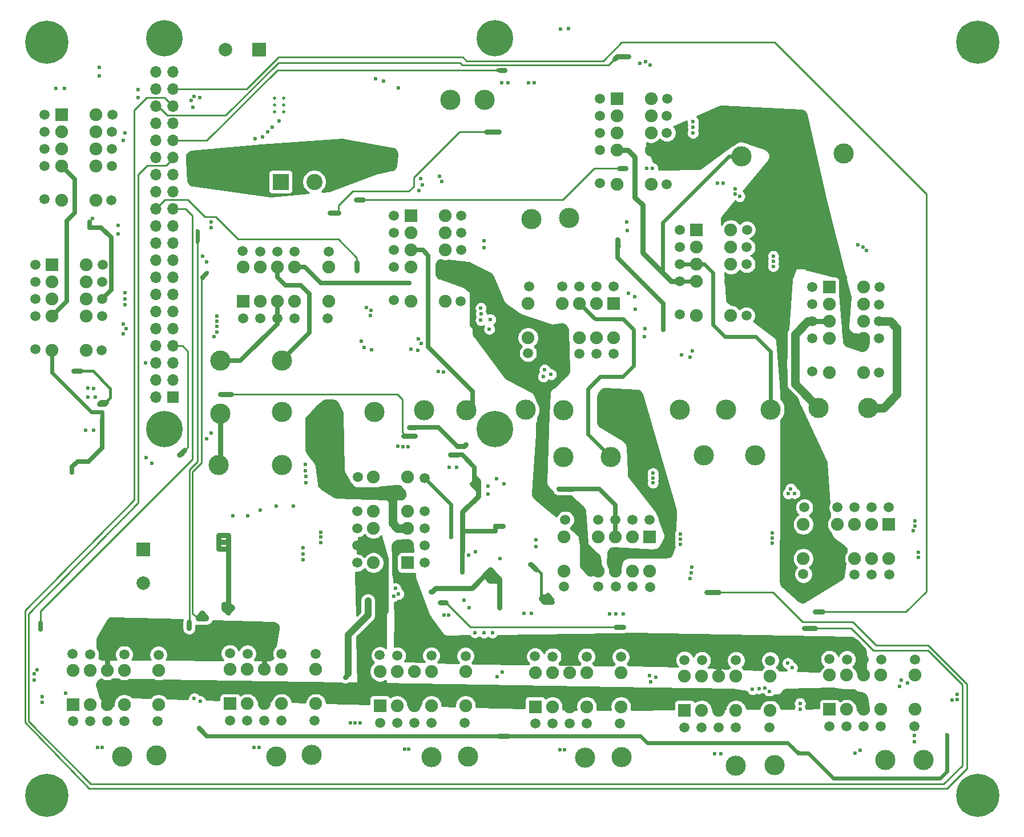
<source format=gbr>
%TF.GenerationSoftware,KiCad,Pcbnew,5.1.6-c6e7f7d~86~ubuntu18.04.1*%
%TF.CreationDate,2020-05-28T18:17:00-07:00*%
%TF.ProjectId,Cal_Station,43616c5f-5374-4617-9469-6f6e2e6b6963,rev?*%
%TF.SameCoordinates,Original*%
%TF.FileFunction,Copper,L2,Inr*%
%TF.FilePolarity,Positive*%
%FSLAX46Y46*%
G04 Gerber Fmt 4.6, Leading zero omitted, Abs format (unit mm)*
G04 Created by KiCad (PCBNEW 5.1.6-c6e7f7d~86~ubuntu18.04.1) date 2020-05-28 18:17:00*
%MOMM*%
%LPD*%
G01*
G04 APERTURE LIST*
%TA.AperFunction,ViaPad*%
%ADD10C,0.500000*%
%TD*%
%TA.AperFunction,ViaPad*%
%ADD11C,1.500000*%
%TD*%
%TA.AperFunction,ViaPad*%
%ADD12C,1.900000*%
%TD*%
%TA.AperFunction,ViaPad*%
%ADD13R,1.900000X1.900000*%
%TD*%
%TA.AperFunction,ViaPad*%
%ADD14C,3.000000*%
%TD*%
%TA.AperFunction,ViaPad*%
%ADD15C,0.800000*%
%TD*%
%TA.AperFunction,ViaPad*%
%ADD16C,6.400000*%
%TD*%
%TA.AperFunction,ViaPad*%
%ADD17C,5.400000*%
%TD*%
%TA.AperFunction,ViaPad*%
%ADD18O,1.700000X1.700000*%
%TD*%
%TA.AperFunction,ViaPad*%
%ADD19R,1.700000X1.700000*%
%TD*%
%TA.AperFunction,ViaPad*%
%ADD20C,2.000000*%
%TD*%
%TA.AperFunction,ViaPad*%
%ADD21R,2.000000X2.000000*%
%TD*%
%TA.AperFunction,ViaPad*%
%ADD22C,2.400000*%
%TD*%
%TA.AperFunction,ViaPad*%
%ADD23R,2.400000X2.400000*%
%TD*%
%TA.AperFunction,ViaPad*%
%ADD24C,0.600000*%
%TD*%
%TA.AperFunction,Conductor*%
%ADD25C,0.600000*%
%TD*%
%TA.AperFunction,Conductor*%
%ADD26C,0.650000*%
%TD*%
%TA.AperFunction,Conductor*%
%ADD27C,0.750000*%
%TD*%
%TA.AperFunction,Conductor*%
%ADD28C,1.000000*%
%TD*%
%TA.AperFunction,Conductor*%
%ADD29C,1.500000*%
%TD*%
%TA.AperFunction,Conductor*%
%ADD30C,1.250000*%
%TD*%
%TA.AperFunction,Conductor*%
%ADD31C,0.250000*%
%TD*%
%TA.AperFunction,Conductor*%
%ADD32C,0.450000*%
%TD*%
%TA.AperFunction,Conductor*%
%ADD33C,0.350000*%
%TD*%
%TA.AperFunction,Conductor*%
%ADD34C,0.254000*%
%TD*%
G04 APERTURE END LIST*
D10*
%TO.N,PI_GND*%
%TO.C,U1*%
X70206000Y-105862000D03*
X71606000Y-105862000D03*
X70206000Y-106862000D03*
X71606000Y-106862000D03*
X70206000Y-107862000D03*
X71606000Y-107862000D03*
%TD*%
D11*
%TO.N,Vref_OUT*%
%TO.C,K17*%
X42980000Y-70820000D03*
%TO.N,PI_GND*%
X52930000Y-70815000D03*
D12*
X50580000Y-70820000D03*
%TO.N,Vref_OUT*%
X45500000Y-70820000D03*
%TO.N,Net-(K17-Pad8)*%
X50580000Y-68280000D03*
%TO.N,K17_SET*%
X50580000Y-65740000D03*
%TO.N,/34401_A/GNDA*%
X50580000Y-73360000D03*
%TO.N,CAL_RESET*%
X45500000Y-78440000D03*
D13*
%TO.N,PI_+5V*%
X45500000Y-65740000D03*
D12*
X50580000Y-78440000D03*
%TO.N,Net-(K17-Pad3)*%
X45500000Y-68280000D03*
%TO.N,DAC_AUX_BUF*%
X45500000Y-73360000D03*
D11*
%TO.N,PI_+5V*%
X52880000Y-78440000D03*
%TO.N,/34401_A/GNDA*%
X52930000Y-73365000D03*
%TO.N,Net-(K17-Pad8)*%
X52930000Y-68315000D03*
%TO.N,K17_SET*%
X52980000Y-65715000D03*
%TO.N,PI_+5V*%
X42980000Y-65740000D03*
%TO.N,Net-(K17-Pad3)*%
X42980000Y-68280000D03*
%TO.N,DAC_AUX_BUF*%
X42980000Y-73360000D03*
%TO.N,CAL_RESET*%
X42980000Y-78290000D03*
%TD*%
%TO.N,Net-(K16-Pad4)*%
%TO.C,K16*%
X44410000Y-48550000D03*
X54360000Y-48545000D03*
D12*
X52010000Y-48550000D03*
X46930000Y-48550000D03*
%TO.N,Net-(K16-Pad8)*%
X52010000Y-46010000D03*
%TO.N,K16_SET*%
X52010000Y-43470000D03*
%TO.N,/34401_A/GNDA*%
X52010000Y-51090000D03*
%TO.N,CAL_RESET*%
X46930000Y-56170000D03*
D13*
%TO.N,PI_+5V*%
X46930000Y-43470000D03*
D12*
X52010000Y-56170000D03*
%TO.N,Net-(K16-Pad3)*%
X46930000Y-46010000D03*
%TO.N,DAC_AUX_BUF*%
X46930000Y-51090000D03*
D11*
%TO.N,PI_+5V*%
X54310000Y-56170000D03*
%TO.N,/34401_A/GNDA*%
X54360000Y-51095000D03*
%TO.N,Net-(K16-Pad8)*%
X54360000Y-46045000D03*
%TO.N,K16_SET*%
X54410000Y-43445000D03*
%TO.N,PI_+5V*%
X44410000Y-43470000D03*
%TO.N,Net-(K16-Pad3)*%
X44410000Y-46010000D03*
%TO.N,DAC_AUX_BUF*%
X44410000Y-51090000D03*
%TO.N,CAL_RESET*%
X44410000Y-56020000D03*
%TD*%
%TO.N,/34401_B/VLoad_div8*%
%TO.C,K15*%
X138574000Y-65652000D03*
%TO.N,/34401_B/LOAD_RTN*%
X148524000Y-65647000D03*
D12*
X146174000Y-65652000D03*
%TO.N,/34401_B/VLoad_div8*%
X141094000Y-65652000D03*
%TO.N,Net-(K15-Pad8)*%
X146174000Y-63112000D03*
%TO.N,K15_SET*%
X146174000Y-60572000D03*
%TO.N,/34401_B/34401B_RTN*%
X146174000Y-68192000D03*
%TO.N,K15_RESET*%
X141094000Y-73272000D03*
D13*
%TO.N,+5V*%
X141094000Y-60572000D03*
D12*
X146174000Y-73272000D03*
%TO.N,Net-(K15-Pad3)*%
X141094000Y-63112000D03*
%TO.N,/34401_B/34401B_V+*%
X141094000Y-68192000D03*
D11*
%TO.N,+5V*%
X148474000Y-73272000D03*
%TO.N,/34401_B/34401B_RTN*%
X148524000Y-68197000D03*
%TO.N,Net-(K15-Pad8)*%
X148524000Y-63147000D03*
%TO.N,K15_SET*%
X148574000Y-60547000D03*
%TO.N,+5V*%
X138574000Y-60572000D03*
%TO.N,Net-(K15-Pad3)*%
X138574000Y-63112000D03*
%TO.N,/34401_B/34401B_V+*%
X138574000Y-68192000D03*
%TO.N,K15_RESET*%
X138574000Y-73122000D03*
%TD*%
%TO.N,/34401_B/REF100+*%
%TO.C,K14*%
X164544000Y-101742000D03*
%TO.N,/34401_B/REF100_RTN*%
X164549000Y-111692000D03*
D12*
X164544000Y-109342000D03*
%TO.N,/34401_B/REF100+*%
X164544000Y-104262000D03*
%TO.N,Net-(K14-Pad8)*%
X167084000Y-109342000D03*
%TO.N,K14_SET*%
X169624000Y-109342000D03*
%TO.N,/34401_B/34401B_RTN*%
X162004000Y-109342000D03*
%TO.N,K14_RESET*%
X156924000Y-104262000D03*
D13*
%TO.N,+5V*%
X169624000Y-104262000D03*
D12*
X156924000Y-109342000D03*
%TO.N,Net-(K14-Pad3)*%
X167084000Y-104262000D03*
%TO.N,/34401_B/34401B_I+*%
X162004000Y-104262000D03*
D11*
%TO.N,+5V*%
X156924000Y-111642000D03*
%TO.N,/34401_B/34401B_RTN*%
X161999000Y-111692000D03*
%TO.N,Net-(K14-Pad8)*%
X167049000Y-111692000D03*
%TO.N,K14_SET*%
X169649000Y-111742000D03*
%TO.N,+5V*%
X169624000Y-101742000D03*
%TO.N,Net-(K14-Pad3)*%
X167084000Y-101742000D03*
%TO.N,/34401_B/34401B_I+*%
X162004000Y-101742000D03*
%TO.N,K14_RESET*%
X157074000Y-101742000D03*
%TD*%
%TO.N,/34401_B/CoolerV*%
%TO.C,K13*%
X126740000Y-46170000D03*
%TO.N,/34401_B/GND*%
X136690000Y-46165000D03*
D12*
X134340000Y-46170000D03*
%TO.N,/34401_B/CoolerV*%
X129260000Y-46170000D03*
%TO.N,Net-(K13-Pad8)*%
X134340000Y-43630000D03*
%TO.N,K13_SET*%
X134340000Y-41090000D03*
%TO.N,/34401_B/34401B_RTN*%
X134340000Y-48710000D03*
%TO.N,K13_RESET*%
X129260000Y-53790000D03*
D13*
%TO.N,+5V*%
X129260000Y-41090000D03*
D12*
X134340000Y-53790000D03*
%TO.N,Net-(K13-Pad3)*%
X129260000Y-43630000D03*
%TO.N,/34401_B/34401B_V+*%
X129260000Y-48710000D03*
D11*
%TO.N,+5V*%
X136640000Y-53790000D03*
%TO.N,/34401_B/34401B_RTN*%
X136690000Y-48715000D03*
%TO.N,Net-(K13-Pad8)*%
X136690000Y-43665000D03*
%TO.N,K13_SET*%
X136740000Y-41065000D03*
%TO.N,+5V*%
X126740000Y-41090000D03*
%TO.N,Net-(K13-Pad3)*%
X126740000Y-43630000D03*
%TO.N,/34401_B/34401B_V+*%
X126740000Y-48710000D03*
%TO.N,K13_RESET*%
X126740000Y-53640000D03*
%TD*%
%TO.N,/34401_B/I_LOAD*%
%TO.C,K12*%
X158240000Y-74140000D03*
%TO.N,/34401_B/LOAD_RTN*%
X168190000Y-74135000D03*
D12*
X165840000Y-74140000D03*
%TO.N,/34401_B/I_LOAD*%
X160760000Y-74140000D03*
%TO.N,Net-(K12-Pad8)*%
X165840000Y-71600000D03*
%TO.N,K12_SET*%
X165840000Y-69060000D03*
%TO.N,/34401_B/34401B_RTN*%
X165840000Y-76680000D03*
%TO.N,K12_RESET*%
X160760000Y-81760000D03*
D13*
%TO.N,+5V*%
X160760000Y-69060000D03*
D12*
X165840000Y-81760000D03*
%TO.N,Net-(K12-Pad3)*%
X160760000Y-71600000D03*
%TO.N,/34401_B/34401B_I+*%
X160760000Y-76680000D03*
D11*
%TO.N,+5V*%
X168140000Y-81760000D03*
%TO.N,/34401_B/34401B_RTN*%
X168190000Y-76685000D03*
%TO.N,Net-(K12-Pad8)*%
X168190000Y-71635000D03*
%TO.N,K12_SET*%
X168240000Y-69035000D03*
%TO.N,+5V*%
X158240000Y-69060000D03*
%TO.N,Net-(K12-Pad3)*%
X158240000Y-71600000D03*
%TO.N,/34401_B/34401B_I+*%
X158240000Y-76680000D03*
%TO.N,K12_RESET*%
X158240000Y-81610000D03*
%TD*%
%TO.N,/34401_A/COOLERV_div4*%
%TO.C,K11*%
X96192000Y-63522000D03*
%TO.N,/34401_A/GNDA*%
X106142000Y-63517000D03*
D12*
X103792000Y-63522000D03*
%TO.N,/34401_A/COOLERV_div4*%
X98712000Y-63522000D03*
%TO.N,Net-(K11-Pad8)*%
X103792000Y-60982000D03*
%TO.N,K11_SET*%
X103792000Y-58442000D03*
%TO.N,/34401_A/34401A_RTN*%
X103792000Y-66062000D03*
%TO.N,K11_RESET*%
X98712000Y-71142000D03*
D13*
%TO.N,+5V*%
X98712000Y-58442000D03*
D12*
X103792000Y-71142000D03*
%TO.N,Net-(K11-Pad3)*%
X98712000Y-60982000D03*
%TO.N,/34401_A/34401A_V+*%
X98712000Y-66062000D03*
D11*
%TO.N,+5V*%
X106092000Y-71142000D03*
%TO.N,/34401_A/34401A_RTN*%
X106142000Y-66067000D03*
%TO.N,Net-(K11-Pad8)*%
X106142000Y-61017000D03*
%TO.N,K11_SET*%
X106192000Y-58417000D03*
%TO.N,+5V*%
X96192000Y-58442000D03*
%TO.N,Net-(K11-Pad3)*%
X96192000Y-60982000D03*
%TO.N,/34401_A/34401A_V+*%
X96192000Y-66062000D03*
%TO.N,K11_RESET*%
X96192000Y-70992000D03*
%TD*%
%TO.N,DAC_AUX_BUF*%
%TO.C,K10*%
X123710000Y-68960000D03*
%TO.N,/34401_A/GNDA*%
X123715000Y-78910000D03*
D12*
X123710000Y-76560000D03*
%TO.N,DAC_AUX_BUF*%
X123710000Y-71480000D03*
%TO.N,Net-(K10-Pad8)*%
X126250000Y-76560000D03*
%TO.N,K10_SET*%
X128790000Y-76560000D03*
%TO.N,/34401_A/34401A_RTN*%
X121170000Y-76560000D03*
%TO.N,K10_RESET*%
X116090000Y-71480000D03*
D13*
%TO.N,+5V*%
X128790000Y-71480000D03*
D12*
X116090000Y-76560000D03*
%TO.N,Net-(K10-Pad3)*%
X126250000Y-71480000D03*
%TO.N,/34401_A/34401A_V+*%
X121170000Y-71480000D03*
D11*
%TO.N,+5V*%
X116090000Y-78860000D03*
%TO.N,/34401_A/34401A_RTN*%
X121165000Y-78910000D03*
%TO.N,Net-(K10-Pad8)*%
X126215000Y-78910000D03*
%TO.N,K10_SET*%
X128815000Y-78960000D03*
%TO.N,+5V*%
X128790000Y-68960000D03*
%TO.N,Net-(K10-Pad3)*%
X126250000Y-68960000D03*
%TO.N,/34401_A/34401A_V+*%
X121170000Y-68960000D03*
%TO.N,K10_RESET*%
X116240000Y-68960000D03*
%TD*%
%TO.N,/34401_A/2V5_filt*%
%TO.C,K9*%
X129078000Y-103578000D03*
%TO.N,/34401_A/GNDA*%
X129083000Y-113528000D03*
D12*
X129078000Y-111178000D03*
%TO.N,/34401_A/2V5_filt*%
X129078000Y-106098000D03*
%TO.N,Net-(K9-Pad8)*%
X131618000Y-111178000D03*
%TO.N,K9_SET*%
X134158000Y-111178000D03*
%TO.N,/34401_A/34401A_RTN*%
X126538000Y-111178000D03*
%TO.N,K9_RESET*%
X121458000Y-106098000D03*
D13*
%TO.N,+5V*%
X134158000Y-106098000D03*
D12*
X121458000Y-111178000D03*
%TO.N,Net-(K9-Pad3)*%
X131618000Y-106098000D03*
%TO.N,/34401_A/34401A_V+*%
X126538000Y-106098000D03*
D11*
%TO.N,+5V*%
X121458000Y-113478000D03*
%TO.N,/34401_A/34401A_RTN*%
X126533000Y-113528000D03*
%TO.N,Net-(K9-Pad8)*%
X131583000Y-113528000D03*
%TO.N,K9_SET*%
X134183000Y-113578000D03*
%TO.N,+5V*%
X134158000Y-103578000D03*
%TO.N,Net-(K9-Pad3)*%
X131618000Y-103578000D03*
%TO.N,/34401_A/34401A_V+*%
X126538000Y-103578000D03*
%TO.N,K9_RESET*%
X121608000Y-103578000D03*
%TD*%
%TO.N,/34401_A/LOAD+*%
%TO.C,K8*%
X78890000Y-73704360D03*
%TO.N,/34401_A/LOAD_RTN*%
X78885000Y-63754360D03*
D12*
X78890000Y-66104360D03*
%TO.N,/34401_A/LOAD+*%
X78890000Y-71184360D03*
%TO.N,Net-(K8-Pad8)*%
X76350000Y-66104360D03*
%TO.N,K8_SET*%
X73810000Y-66104360D03*
%TO.N,/34401_A/34401A_RTN*%
X81430000Y-66104360D03*
%TO.N,K8_RESET*%
X86510000Y-71184360D03*
D13*
%TO.N,+5V*%
X73810000Y-71184360D03*
D12*
X86510000Y-66104360D03*
%TO.N,Net-(K8-Pad3)*%
X76350000Y-71184360D03*
%TO.N,/34401_A/34401A_V+*%
X81430000Y-71184360D03*
D11*
%TO.N,+5V*%
X86510000Y-63804360D03*
%TO.N,/34401_A/34401A_RTN*%
X81435000Y-63754360D03*
%TO.N,Net-(K8-Pad8)*%
X76385000Y-63754360D03*
%TO.N,K8_SET*%
X73785000Y-63704360D03*
%TO.N,+5V*%
X73810000Y-73704360D03*
%TO.N,Net-(K8-Pad3)*%
X76350000Y-73704360D03*
%TO.N,/34401_A/34401A_V+*%
X81430000Y-73704360D03*
%TO.N,K8_RESET*%
X86360000Y-73704360D03*
%TD*%
%TO.N,/Resistor_Array/RES_RTN*%
%TO.C,K7*%
X165910000Y-134250000D03*
%TO.N,/Resistor_Array/RES_IN*%
X165905000Y-124300000D03*
D12*
X165910000Y-126650000D03*
%TO.N,/Resistor_Array/RES_RTN*%
X165910000Y-131730000D03*
%TO.N,Net-(K7-Pad8)*%
X163370000Y-126650000D03*
%TO.N,K7_SET*%
X160830000Y-126650000D03*
%TO.N,Net-(K7-Pad10)*%
X168450000Y-126650000D03*
%TO.N,K7_RESET*%
X173530000Y-131730000D03*
D13*
%TO.N,+5V*%
X160830000Y-131730000D03*
D12*
X173530000Y-126650000D03*
%TO.N,Net-(K7-Pad3)*%
X163370000Y-131730000D03*
%TO.N,Net-(K7-Pad5)*%
X168450000Y-131730000D03*
D11*
%TO.N,+5V*%
X173530000Y-124350000D03*
%TO.N,Net-(K7-Pad10)*%
X168455000Y-124300000D03*
%TO.N,Net-(K7-Pad8)*%
X163405000Y-124300000D03*
%TO.N,K7_SET*%
X160805000Y-124250000D03*
%TO.N,+5V*%
X160830000Y-134250000D03*
%TO.N,Net-(K7-Pad3)*%
X163370000Y-134250000D03*
%TO.N,Net-(K7-Pad5)*%
X168450000Y-134250000D03*
%TO.N,K7_RESET*%
X173380000Y-134250000D03*
%TD*%
%TO.N,/Resistor_Array/RES_RTN*%
%TO.C,K6*%
X53650000Y-133512000D03*
%TO.N,/Resistor_Array/RES_IN*%
X53645000Y-123562000D03*
D12*
X53650000Y-125912000D03*
%TO.N,/Resistor_Array/RES_RTN*%
X53650000Y-130992000D03*
%TO.N,Net-(K6-Pad8)*%
X51110000Y-125912000D03*
%TO.N,K6_SET*%
X48570000Y-125912000D03*
%TO.N,Net-(K6-Pad10)*%
X56190000Y-125912000D03*
%TO.N,K6_RESET*%
X61270000Y-130992000D03*
D13*
%TO.N,+5V*%
X48570000Y-130992000D03*
D12*
X61270000Y-125912000D03*
%TO.N,Net-(K6-Pad3)*%
X51110000Y-130992000D03*
%TO.N,Net-(K6-Pad5)*%
X56190000Y-130992000D03*
D11*
%TO.N,+5V*%
X61270000Y-123612000D03*
%TO.N,Net-(K6-Pad10)*%
X56195000Y-123562000D03*
%TO.N,Net-(K6-Pad8)*%
X51145000Y-123562000D03*
%TO.N,K6_SET*%
X48545000Y-123512000D03*
%TO.N,+5V*%
X48570000Y-133512000D03*
%TO.N,Net-(K6-Pad3)*%
X51110000Y-133512000D03*
%TO.N,Net-(K6-Pad5)*%
X56190000Y-133512000D03*
%TO.N,K6_RESET*%
X61120000Y-133512000D03*
%TD*%
%TO.N,/Resistor_Array/RES_RTN*%
%TO.C,K5*%
X76980000Y-133400000D03*
%TO.N,/Resistor_Array/RES_IN*%
X76975000Y-123450000D03*
D12*
X76980000Y-125800000D03*
%TO.N,/Resistor_Array/RES_RTN*%
X76980000Y-130880000D03*
%TO.N,Net-(K5-Pad8)*%
X74440000Y-125800000D03*
%TO.N,K5_SET*%
X71900000Y-125800000D03*
%TO.N,Net-(K5-Pad10)*%
X79520000Y-125800000D03*
%TO.N,K5_RESET*%
X84600000Y-130880000D03*
D13*
%TO.N,+5V*%
X71900000Y-130880000D03*
D12*
X84600000Y-125800000D03*
%TO.N,Net-(K5-Pad3)*%
X74440000Y-130880000D03*
%TO.N,Net-(K5-Pad5)*%
X79520000Y-130880000D03*
D11*
%TO.N,+5V*%
X84600000Y-123500000D03*
%TO.N,Net-(K5-Pad10)*%
X79525000Y-123450000D03*
%TO.N,Net-(K5-Pad8)*%
X74475000Y-123450000D03*
%TO.N,K5_SET*%
X71875000Y-123400000D03*
%TO.N,+5V*%
X71900000Y-133400000D03*
%TO.N,Net-(K5-Pad3)*%
X74440000Y-133400000D03*
%TO.N,Net-(K5-Pad5)*%
X79520000Y-133400000D03*
%TO.N,K5_RESET*%
X84450000Y-133400000D03*
%TD*%
%TO.N,/Resistor_Array/RES_RTN*%
%TO.C,K4*%
X99200000Y-133688000D03*
%TO.N,/Resistor_Array/RES_IN*%
X99195000Y-123738000D03*
D12*
X99200000Y-126088000D03*
%TO.N,/Resistor_Array/RES_RTN*%
X99200000Y-131168000D03*
%TO.N,Net-(K4-Pad8)*%
X96660000Y-126088000D03*
%TO.N,K4_SET*%
X94120000Y-126088000D03*
%TO.N,Net-(K4-Pad10)*%
X101740000Y-126088000D03*
%TO.N,K4_RESET*%
X106820000Y-131168000D03*
D13*
%TO.N,+5V*%
X94120000Y-131168000D03*
D12*
X106820000Y-126088000D03*
%TO.N,Net-(K4-Pad3)*%
X96660000Y-131168000D03*
%TO.N,Net-(K4-Pad5)*%
X101740000Y-131168000D03*
D11*
%TO.N,+5V*%
X106820000Y-123788000D03*
%TO.N,Net-(K4-Pad10)*%
X101745000Y-123738000D03*
%TO.N,Net-(K4-Pad8)*%
X96695000Y-123738000D03*
%TO.N,K4_SET*%
X94095000Y-123688000D03*
%TO.N,+5V*%
X94120000Y-133688000D03*
%TO.N,Net-(K4-Pad3)*%
X96660000Y-133688000D03*
%TO.N,Net-(K4-Pad5)*%
X101740000Y-133688000D03*
%TO.N,K4_RESET*%
X106670000Y-133688000D03*
%TD*%
%TO.N,/Resistor_Array/RES_RTN*%
%TO.C,K3*%
X122240000Y-133844000D03*
%TO.N,/Resistor_Array/RES_IN*%
X122235000Y-123894000D03*
D12*
X122240000Y-126244000D03*
%TO.N,/Resistor_Array/RES_RTN*%
X122240000Y-131324000D03*
%TO.N,Net-(K3-Pad8)*%
X119700000Y-126244000D03*
%TO.N,K3_SET*%
X117160000Y-126244000D03*
%TO.N,Net-(K3-Pad10)*%
X124780000Y-126244000D03*
%TO.N,K3_RESET*%
X129860000Y-131324000D03*
D13*
%TO.N,+5V*%
X117160000Y-131324000D03*
D12*
X129860000Y-126244000D03*
%TO.N,Net-(K3-Pad3)*%
X119700000Y-131324000D03*
%TO.N,Net-(K3-Pad5)*%
X124780000Y-131324000D03*
D11*
%TO.N,+5V*%
X129860000Y-123944000D03*
%TO.N,Net-(K3-Pad10)*%
X124785000Y-123894000D03*
%TO.N,Net-(K3-Pad8)*%
X119735000Y-123894000D03*
%TO.N,K3_SET*%
X117135000Y-123844000D03*
%TO.N,+5V*%
X117160000Y-133844000D03*
%TO.N,Net-(K3-Pad3)*%
X119700000Y-133844000D03*
%TO.N,Net-(K3-Pad5)*%
X124780000Y-133844000D03*
%TO.N,K3_RESET*%
X129710000Y-133844000D03*
%TD*%
%TO.N,/Resistor_Array/RES_RTN*%
%TO.C,K2*%
X144396000Y-134372000D03*
%TO.N,/Resistor_Array/RES_IN*%
X144391000Y-124422000D03*
D12*
X144396000Y-126772000D03*
%TO.N,/Resistor_Array/RES_RTN*%
X144396000Y-131852000D03*
%TO.N,Net-(K2-Pad8)*%
X141856000Y-126772000D03*
%TO.N,K2_SET*%
X139316000Y-126772000D03*
%TO.N,Net-(K2-Pad10)*%
X146936000Y-126772000D03*
%TO.N,K2_RESET*%
X152016000Y-131852000D03*
D13*
%TO.N,+5V*%
X139316000Y-131852000D03*
D12*
X152016000Y-126772000D03*
%TO.N,Net-(K2-Pad3)*%
X141856000Y-131852000D03*
%TO.N,Net-(K2-Pad5)*%
X146936000Y-131852000D03*
D11*
%TO.N,+5V*%
X152016000Y-124472000D03*
%TO.N,Net-(K2-Pad10)*%
X146941000Y-124422000D03*
%TO.N,Net-(K2-Pad8)*%
X141891000Y-124422000D03*
%TO.N,K2_SET*%
X139291000Y-124372000D03*
%TO.N,+5V*%
X139316000Y-134372000D03*
%TO.N,Net-(K2-Pad3)*%
X141856000Y-134372000D03*
%TO.N,Net-(K2-Pad5)*%
X146936000Y-134372000D03*
%TO.N,K2_RESET*%
X151866000Y-134372000D03*
%TD*%
%TO.N,/PWR_IN*%
%TO.C,K1*%
X100752360Y-104864000D03*
%TO.N,/PWR_RTN*%
X90802360Y-104869000D03*
D12*
X93152360Y-104864000D03*
%TO.N,/PWR_IN*%
X98232360Y-104864000D03*
%TO.N,/Resistor_Array/RES_RTN*%
X93152360Y-107404000D03*
%TO.N,K1_SET*%
X93152360Y-109944000D03*
%TO.N,Net-(J5-Pad1)*%
X93152360Y-102324000D03*
%TO.N,K1_RESET*%
X98232360Y-97244000D03*
D13*
%TO.N,+5V*%
X98232360Y-109944000D03*
D12*
X93152360Y-97244000D03*
%TO.N,/Resistor_Array/RES_IN*%
X98232360Y-107404000D03*
%TO.N,Net-(J7-Pad1)*%
X98232360Y-102324000D03*
D11*
%TO.N,+5V*%
X90852360Y-97244000D03*
%TO.N,Net-(J5-Pad1)*%
X90802360Y-102319000D03*
%TO.N,/Resistor_Array/RES_RTN*%
X90802360Y-107369000D03*
%TO.N,K1_SET*%
X90752360Y-109969000D03*
%TO.N,+5V*%
X100752360Y-109944000D03*
%TO.N,/Resistor_Array/RES_IN*%
X100752360Y-107404000D03*
%TO.N,Net-(J7-Pad1)*%
X100752360Y-102324000D03*
%TO.N,K1_RESET*%
X100752360Y-97394000D03*
%TD*%
D14*
%TO.N,+6V*%
%TO.C,TP18*%
X109610000Y-41240000D03*
%TD*%
%TO.N,PI_GND*%
%TO.C,TP17*%
X104560000Y-41240000D03*
%TD*%
D15*
%TO.N,N/C*%
%TO.C,H8*%
X46377056Y-30992944D03*
X44680000Y-30290000D03*
X42982944Y-30992944D03*
X42280000Y-32690000D03*
X42982944Y-34387056D03*
X44680000Y-35090000D03*
X46377056Y-34387056D03*
X47080000Y-32690000D03*
D16*
X44680000Y-32690000D03*
%TD*%
D15*
%TO.N,N/C*%
%TO.C,H7*%
X184527056Y-30992944D03*
X182830000Y-30290000D03*
X181132944Y-30992944D03*
X180430000Y-32690000D03*
X181132944Y-34387056D03*
X182830000Y-35090000D03*
X184527056Y-34387056D03*
X185230000Y-32690000D03*
D16*
X182830000Y-32690000D03*
%TD*%
D15*
%TO.N,N/C*%
%TO.C,H6*%
X46377056Y-142782944D03*
X44680000Y-142080000D03*
X42982944Y-142782944D03*
X42280000Y-144480000D03*
X42982944Y-146177056D03*
X44680000Y-146880000D03*
X46377056Y-146177056D03*
X47080000Y-144480000D03*
D16*
X44680000Y-144480000D03*
%TD*%
D15*
%TO.N,N/C*%
%TO.C,H5*%
X184527056Y-142802944D03*
X182830000Y-142100000D03*
X181132944Y-142802944D03*
X180430000Y-144500000D03*
X181132944Y-146197056D03*
X182830000Y-146900000D03*
X184527056Y-146197056D03*
X185230000Y-144500000D03*
D16*
X182830000Y-144500000D03*
%TD*%
D15*
%TO.N,N/C*%
%TO.C,H4*%
X112601891Y-30688109D03*
X111170000Y-30095000D03*
X109738109Y-30688109D03*
X109145000Y-32120000D03*
X109738109Y-33551891D03*
X111170000Y-34145000D03*
X112601891Y-33551891D03*
X113195000Y-32120000D03*
D17*
X111170000Y-32120000D03*
%TD*%
D15*
%TO.N,N/C*%
%TO.C,H3*%
X63601891Y-88688109D03*
X62170000Y-88095000D03*
X60738109Y-88688109D03*
X60145000Y-90120000D03*
X60738109Y-91551891D03*
X62170000Y-92145000D03*
X63601891Y-91551891D03*
X64195000Y-90120000D03*
D17*
X62170000Y-90120000D03*
%TD*%
D15*
%TO.N,N/C*%
%TO.C,H2*%
X112601891Y-88688109D03*
X111170000Y-88095000D03*
X109738109Y-88688109D03*
X109145000Y-90120000D03*
X109738109Y-91551891D03*
X111170000Y-92145000D03*
X112601891Y-91551891D03*
X113195000Y-90120000D03*
D17*
X111170000Y-90120000D03*
%TD*%
D15*
%TO.N,N/C*%
%TO.C,H1*%
X63601891Y-30688109D03*
X62170000Y-30095000D03*
X60738109Y-30688109D03*
X60145000Y-32120000D03*
X60738109Y-33551891D03*
X62170000Y-34145000D03*
X63601891Y-33551891D03*
X64195000Y-32120000D03*
D17*
X62170000Y-32120000D03*
%TD*%
D14*
%TO.N,/34401_B/REF100+*%
%TO.C,J28*%
X142130000Y-94000000D03*
%TD*%
%TO.N,/34401_B/REF100_RTN*%
%TO.C,J27*%
X149790000Y-94000000D03*
%TD*%
%TO.N,/34401_B/34401B_I+*%
%TO.C,J26*%
X162930000Y-49260000D03*
%TD*%
%TO.N,/34401_B/34401B_RTN*%
%TO.C,J25*%
X155320000Y-49400000D03*
%TD*%
%TO.N,/34401_B/34401B_V+*%
%TO.C,J24*%
X147750000Y-49660000D03*
%TD*%
%TO.N,/34401_B/I_LOAD*%
%TO.C,J23*%
X159204000Y-86946000D03*
%TD*%
%TO.N,/34401_B/VLoad_div8*%
%TO.C,J22*%
X152092000Y-87200000D03*
%TD*%
%TO.N,/34401_B/GND*%
%TO.C,J20*%
X145488000Y-87200000D03*
%TD*%
%TO.N,/34401_A/34401A_RTN*%
%TO.C,J19*%
X116620000Y-58990000D03*
%TD*%
%TO.N,/34401_A/34401A_V+*%
%TO.C,J18*%
X122190000Y-58810000D03*
%TD*%
%TO.N,/34401_B/CoolerV*%
%TO.C,J17*%
X138630000Y-87200000D03*
%TD*%
%TO.N,/34401_A/LOAD_RTN*%
%TO.C,J16*%
X79580000Y-80000000D03*
%TD*%
%TO.N,/34401_A/LOAD+*%
%TO.C,J15*%
X70430000Y-80000000D03*
%TD*%
%TO.N,DAC_AUX_BUF*%
%TO.C,J14*%
X128320000Y-94300000D03*
%TD*%
%TO.N,/34401_A/GNDA*%
%TO.C,J13*%
X128320000Y-87300000D03*
%TD*%
%TO.N,DAC_AUX*%
%TO.C,J12*%
X121320000Y-94280000D03*
%TD*%
%TO.N,/34401_A/GNDA*%
%TO.C,J11*%
X121320000Y-87300000D03*
%TD*%
%TO.N,/34401_B/LOAD_RTN*%
%TO.C,J10*%
X166570000Y-86946000D03*
%TD*%
%TO.N,/34401_A/2V5_filt*%
%TO.C,J9*%
X115720000Y-87280000D03*
%TD*%
%TO.N,/34401_A/COOLERV_div4*%
%TO.C,J8*%
X106950000Y-87300000D03*
%TD*%
%TO.N,Net-(J7-Pad1)*%
%TO.C,J7*%
X100660000Y-87308000D03*
%TD*%
%TO.N,/PWR_IN*%
%TO.C,J6*%
X86436000Y-87562000D03*
%TD*%
%TO.N,Net-(J5-Pad1)*%
%TO.C,J5*%
X93294000Y-87562000D03*
%TD*%
%TO.N,Net-(J3-Pad1)*%
%TO.C,J4*%
X79578000Y-95436000D03*
%TD*%
%TO.N,Net-(J3-Pad1)*%
%TO.C,J3*%
X79578000Y-87562000D03*
%TD*%
%TO.N,/PWR_RTN*%
%TO.C,J2*%
X70180000Y-95436000D03*
%TD*%
%TO.N,/PWR_RTN*%
%TO.C,J1*%
X70434000Y-87816000D03*
%TD*%
D10*
%TO.N,PI_GND*%
%TO.C,U2*%
X79870000Y-43010000D03*
X78470000Y-43010000D03*
X79870000Y-42010000D03*
X78470000Y-42010000D03*
X79870000Y-41010000D03*
X78470000Y-41010000D03*
%TD*%
D14*
%TO.N,Net-(K3-Pad5)*%
%TO.C,TP14*%
X124580000Y-138900000D03*
%TD*%
%TO.N,Net-(K3-Pad10)*%
%TO.C,TP13*%
X129980000Y-138840000D03*
%TD*%
%TO.N,Net-(K2-Pad5)*%
%TO.C,TP12*%
X146920000Y-140060000D03*
%TD*%
%TO.N,Net-(K2-Pad10)*%
%TO.C,TP11*%
X152650000Y-139980000D03*
%TD*%
%TO.N,Net-(K7-Pad5)*%
%TO.C,TP10*%
X169050000Y-139230000D03*
%TD*%
%TO.N,Net-(K7-Pad10)*%
%TO.C,TP9*%
X174750000Y-139200000D03*
%TD*%
%TO.N,Net-(K6-Pad5)*%
%TO.C,TP8*%
X55870000Y-138730000D03*
%TD*%
%TO.N,Net-(K6-Pad10)*%
%TO.C,TP7*%
X60950000Y-138540000D03*
%TD*%
%TO.N,Net-(K5-Pad5)*%
%TO.C,TP6*%
X78730000Y-138740000D03*
%TD*%
%TO.N,Net-(K5-Pad10)*%
%TO.C,TP5*%
X84010000Y-138480000D03*
%TD*%
%TO.N,Net-(K4-Pad5)*%
%TO.C,TP4*%
X101740000Y-138830000D03*
%TD*%
%TO.N,Net-(K4-Pad10)*%
%TO.C,TP3*%
X107210000Y-138750000D03*
%TD*%
D18*
%TO.N,K11_SET_SIGNL*%
%TO.C,PI1*%
X60900000Y-37130000D03*
%TO.N,PI_GND*%
X63440000Y-37130000D03*
%TO.N,K12_SET_SIGNL*%
X60900000Y-39670000D03*
%TO.N,K10_SET_SIGNL*%
X63440000Y-39670000D03*
%TO.N,K13_SET_SIGNL*%
X60900000Y-42210000D03*
%TO.N,K9_SET_SIGNL*%
X63440000Y-42210000D03*
%TO.N,PI_GND*%
X60900000Y-44750000D03*
%TO.N,K8_SET_SIGNL*%
X63440000Y-44750000D03*
%TO.N,K14_SET_SIGNL*%
X60900000Y-47290000D03*
%TO.N,RES_ARRAY_RESET_SIGNL*%
X63440000Y-47290000D03*
%TO.N,PI_GND*%
X60900000Y-49830000D03*
%TO.N,K7_SET_SIGNL*%
X63440000Y-49830000D03*
%TO.N,Net-(PI1-Pad28)*%
X60900000Y-52370000D03*
%TO.N,Net-(PI1-Pad27)*%
X63440000Y-52370000D03*
%TO.N,K15_SET_SIGNL*%
X60900000Y-54910000D03*
%TO.N,PI_GND*%
X63440000Y-54910000D03*
%TO.N,BANK_A_RESET_SIGNL*%
X60900000Y-57450000D03*
%TO.N,K6_SET_SIGNL*%
X63440000Y-57450000D03*
%TO.N,BANK_B_RESET_SIGNL*%
X60900000Y-59990000D03*
%TO.N,K5_SET_SIGNL*%
X63440000Y-59990000D03*
%TO.N,PI_GND*%
X60900000Y-62530000D03*
%TO.N,K4_SET_SIGNL*%
X63440000Y-62530000D03*
%TO.N,K16_SET_SIGNL*%
X60900000Y-65070000D03*
%TO.N,Net-(PI1-Pad17)*%
X63440000Y-65070000D03*
%TO.N,K17_SET_SIGNL*%
X60900000Y-67610000D03*
%TO.N,K3_SET_SIGNL*%
X63440000Y-67610000D03*
%TO.N,PI_GND*%
X60900000Y-70150000D03*
%TO.N,K2_SET_SIGNL*%
X63440000Y-70150000D03*
%TO.N,CAL_RESET_SIGNL*%
X60900000Y-72690000D03*
%TO.N,K1_RESET_SIGNL*%
X63440000Y-72690000D03*
%TO.N,RX*%
X60900000Y-75230000D03*
%TO.N,PI_GND*%
X63440000Y-75230000D03*
%TO.N,TX*%
X60900000Y-77770000D03*
%TO.N,K1_SET_SGNL*%
X63440000Y-77770000D03*
%TO.N,PI_GND*%
X60900000Y-80310000D03*
%TO.N,Net-(PI1-Pad5)*%
X63440000Y-80310000D03*
%TO.N,PI_+5V*%
X60900000Y-82850000D03*
%TO.N,LTC2057_SHDN*%
X63440000Y-82850000D03*
%TO.N,PI_+5V*%
X60900000Y-85390000D03*
D19*
%TO.N,Net-(PI1-Pad1)*%
X63440000Y-85390000D03*
%TD*%
D20*
%TO.N,PI_GND*%
%TO.C,C49*%
X71190000Y-33800000D03*
D21*
%TO.N,+5V*%
X76190000Y-33800000D03*
%TD*%
D20*
%TO.N,PI_GND*%
%TO.C,C48*%
X59026000Y-113012000D03*
D21*
%TO.N,PI_+5V*%
X59026000Y-108012000D03*
%TD*%
D22*
%TO.N,PI_GND*%
%TO.C,C35*%
X84390000Y-53430000D03*
D23*
%TO.N,+6V*%
X79390000Y-53430000D03*
%TD*%
D24*
%TO.N,K1_RESET*%
X104678000Y-106092000D03*
X104678000Y-105452000D03*
X104678000Y-104822000D03*
%TO.N,+5V*%
X85326000Y-106934000D03*
X85330000Y-105450000D03*
X85320000Y-106150000D03*
X96430000Y-113760000D03*
X96170000Y-114910000D03*
X96900000Y-114590000D03*
X149400000Y-128730000D03*
X150340000Y-128620000D03*
X151190000Y-128520000D03*
X151890000Y-129030000D03*
X44070000Y-130710000D03*
X44070000Y-129860000D03*
X47540000Y-129320000D03*
X172395000Y-127785000D03*
X171420000Y-127340000D03*
X171230000Y-128300000D03*
X134608000Y-98082000D03*
X134630000Y-97360000D03*
X134608000Y-96672000D03*
X118360000Y-82340000D03*
X119510000Y-82020000D03*
X118555000Y-81325000D03*
X130182000Y-117588000D03*
X129110000Y-117570000D03*
X128170000Y-117570000D03*
X138680000Y-107200000D03*
X138680000Y-106490000D03*
X138680000Y-105740000D03*
X152454000Y-64446000D03*
X152470000Y-65220000D03*
X152460000Y-65960000D03*
X173195000Y-105195000D03*
X173510000Y-104480000D03*
X173510000Y-103720000D03*
X131960000Y-72320000D03*
X131010000Y-69980000D03*
X131940000Y-70440000D03*
X99900000Y-54770000D03*
X100450000Y-53900000D03*
X100200000Y-52950000D03*
X109540000Y-62170000D03*
X109540000Y-63170000D03*
X140560000Y-44510000D03*
X140570000Y-45300000D03*
X140560000Y-46170000D03*
X106360000Y-110530000D03*
X106360000Y-111390000D03*
X108710000Y-99150000D03*
X108020000Y-98550000D03*
X105680000Y-93960000D03*
X104580000Y-93970000D03*
X111230000Y-104540000D03*
X112380000Y-104520000D03*
X107405000Y-116625000D03*
X106602500Y-115562500D03*
%TO.N,K2_RESET*%
X143778000Y-138282000D03*
X144668000Y-138282000D03*
%TO.N,K3_RESET*%
X121536000Y-137684000D03*
X120806000Y-137684000D03*
%TO.N,K4_RESET*%
X98430000Y-137590000D03*
X97760000Y-137590000D03*
%TO.N,K5_RESET*%
X76240000Y-137390000D03*
X75440000Y-137390000D03*
%TO.N,K6_RESET*%
X52204000Y-137396000D03*
X52884000Y-137396000D03*
%TO.N,K2_RESET_SIGNL*%
X178230000Y-135490000D03*
X178230000Y-136600000D03*
X155375000Y-137385000D03*
X156120000Y-138080000D03*
X156960000Y-138170000D03*
X111760000Y-135650000D03*
X112480000Y-135660000D03*
X113150000Y-135640000D03*
X67290000Y-134520000D03*
X67750000Y-135030000D03*
X68260000Y-135510000D03*
X84760000Y-135630000D03*
X85550000Y-135640000D03*
X86290000Y-135640000D03*
X116130000Y-38740000D03*
X117030000Y-38740000D03*
%TO.N,BANK_B_RESET*%
X136145000Y-74860000D03*
X136160000Y-73880000D03*
X136160000Y-72950000D03*
X129400000Y-62000000D03*
X129420000Y-62960000D03*
%TO.N,BANK_A_RESET*%
X109090000Y-72180000D03*
X109110000Y-73010000D03*
X109090000Y-73960000D03*
X91330000Y-77090000D03*
X91750000Y-78030000D03*
X92910000Y-78330000D03*
X99770000Y-78450000D03*
X98745000Y-78275000D03*
X103596000Y-81614000D03*
X102750000Y-81610000D03*
%TO.N,+6V*%
X66350000Y-42340000D03*
X66110000Y-41360000D03*
X66560000Y-40730000D03*
X67380000Y-40930000D03*
X82720000Y-107700000D03*
X82720000Y-108630000D03*
X82720000Y-109520000D03*
X69560000Y-76410000D03*
X69910000Y-75690000D03*
X69920000Y-74890000D03*
X69930000Y-74130000D03*
X69900000Y-73340000D03*
X83090000Y-96270000D03*
X83070000Y-95370000D03*
X83110000Y-98110000D03*
X83110000Y-97130000D03*
%TO.N,PI_GND*%
X75642500Y-47007500D03*
X76750000Y-46770000D03*
X77500000Y-46010000D03*
X78190000Y-45320000D03*
X79170000Y-44360000D03*
X78775500Y-101564500D03*
X81245500Y-101564500D03*
X76396500Y-102136500D03*
X72303000Y-102997000D03*
X74493000Y-102997000D03*
X154620000Y-124860000D03*
X155275000Y-125535000D03*
X156436000Y-131734000D03*
X156430000Y-130850000D03*
X179030000Y-130350000D03*
X179760000Y-130250000D03*
X179760000Y-129490000D03*
X42820000Y-127380000D03*
X42820000Y-126480000D03*
X43290000Y-125860000D03*
X89750000Y-133700000D03*
X90470000Y-133700000D03*
X91230000Y-133700000D03*
X66580000Y-130100000D03*
X67470000Y-130530000D03*
X88980000Y-126930000D03*
X89435000Y-126475000D03*
X134330000Y-127620000D03*
X135040000Y-126960000D03*
X134150000Y-126680000D03*
X140380000Y-110590000D03*
X140300000Y-111440000D03*
X140130000Y-112290000D03*
X92348000Y-115592000D03*
X92348000Y-116232000D03*
X112260000Y-126190000D03*
X111540000Y-126840000D03*
X117300000Y-107580000D03*
X117290000Y-106550000D03*
X110350000Y-75290000D03*
X110510000Y-73870000D03*
X166285000Y-63595000D03*
X165780000Y-63080000D03*
X165010000Y-62770000D03*
X146800000Y-55220000D03*
X146860000Y-54460000D03*
X147465000Y-55575000D03*
X173970000Y-109180000D03*
X173990000Y-108370000D03*
X152318000Y-105502000D03*
X152320000Y-106290000D03*
X152318000Y-107080000D03*
X98286000Y-92704000D03*
X97510000Y-92704000D03*
X96780000Y-92680000D03*
X99844000Y-76736000D03*
X100240000Y-77400000D03*
X102920000Y-52610000D03*
X92120000Y-72110000D03*
X92780000Y-72520000D03*
X92750000Y-73290000D03*
X138860000Y-79110000D03*
X140100000Y-79430000D03*
X140510000Y-78530000D03*
X133392000Y-76408000D03*
X133420000Y-75180000D03*
X130720000Y-59350000D03*
X130820000Y-60620000D03*
X67840000Y-64480000D03*
X68450000Y-65280000D03*
X155640000Y-99660000D03*
X155060000Y-98980000D03*
X154690000Y-99700000D03*
X134180000Y-36080000D03*
X133510000Y-35620000D03*
X132720000Y-35880000D03*
X72200000Y-116630000D03*
X71600000Y-117400000D03*
X70980000Y-116080000D03*
X110175000Y-99775000D03*
X110200000Y-98570000D03*
X105485000Y-95835000D03*
X104440000Y-95820000D03*
X110800000Y-120330000D03*
X109550000Y-120340000D03*
X108230000Y-120320000D03*
X101685000Y-114225000D03*
X102380000Y-113720000D03*
X111880000Y-112600000D03*
X111900000Y-109370000D03*
X111880000Y-116590000D03*
X110510000Y-110980000D03*
X109670000Y-111830000D03*
X116610000Y-117450000D03*
X115500000Y-117470000D03*
X52530000Y-36430000D03*
X52520000Y-37680000D03*
X59350000Y-80320000D03*
X51500000Y-58920000D03*
X51060000Y-60210000D03*
X51640000Y-90320000D03*
X50505000Y-90315000D03*
X59470000Y-94380000D03*
X60280000Y-95210000D03*
X96897500Y-39512500D03*
X94703750Y-38496250D03*
X93475000Y-38095000D03*
X103290000Y-53400000D03*
%TO.N,PI_+5V*%
X56090000Y-47310000D03*
X56330000Y-46150000D03*
X46040000Y-39590000D03*
X47350000Y-39600000D03*
%TO.N,K7_RESET*%
X164640000Y-138210000D03*
X165320000Y-137750000D03*
X173380000Y-135620000D03*
X173370000Y-136490000D03*
%TO.N,/34401_A/2V5_filt*%
X122660000Y-99000000D03*
X121700000Y-99020000D03*
X120630000Y-99020000D03*
%TO.N,/34401_A/GNDA*%
X67220000Y-51090000D03*
X66280000Y-51090000D03*
X95430000Y-51090000D03*
X94440000Y-50090000D03*
X93270000Y-50970000D03*
%TO.N,/34401_A/34401A_RTN*%
X95440000Y-68420000D03*
X96330000Y-68410000D03*
X97150000Y-68410000D03*
X98080000Y-68390000D03*
%TO.N,/Resistor_Array/RES_IN*%
X98120000Y-116960000D03*
X98830000Y-116260000D03*
X98910000Y-115180000D03*
X98120000Y-115020000D03*
X62220000Y-120640000D03*
X63140000Y-119930000D03*
X63850000Y-121010000D03*
X62250000Y-119800000D03*
%TO.N,K10_SET_SIGNL*%
X158680000Y-117220000D03*
X159800000Y-117210000D03*
%TO.N,K13_SET_SIGNL*%
X128920000Y-35150000D03*
X129910000Y-34870000D03*
X130950000Y-34850000D03*
%TO.N,K9_SET_SIGNL*%
X144322000Y-114348000D03*
X143370000Y-114330000D03*
X142570000Y-114330000D03*
%TO.N,K8_SET_SIGNL*%
X69120000Y-60260000D03*
X69130000Y-59410000D03*
%TO.N,RES_ARRAY_RESET_SIGNL*%
X112590000Y-36830000D03*
X111670000Y-36830000D03*
%TO.N,K7_SET_SIGNL*%
X158640000Y-119680000D03*
X157840000Y-119690000D03*
X157070000Y-119690000D03*
%TO.N,K15_SET_SIGNL*%
X145045000Y-53635000D03*
X144235000Y-53635000D03*
X134580000Y-51450000D03*
X133690000Y-51450000D03*
X129590000Y-51440000D03*
X130580000Y-51450000D03*
X90564999Y-56085001D03*
X91620000Y-56080000D03*
%TO.N,BANK_A_RESET_SIGNL*%
X90720000Y-66580000D03*
X90720000Y-65370000D03*
%TO.N,K6_SET_SIGNL*%
X43740000Y-119800000D03*
X43740000Y-118920000D03*
%TO.N,BANK_B_RESET_SIGNL*%
X86720000Y-58050000D03*
X88000000Y-58070000D03*
X111800000Y-45990000D03*
X109870000Y-45990000D03*
X110770000Y-46000000D03*
%TO.N,K5_SET_SIGNL*%
X65840000Y-119670000D03*
X65840000Y-118910000D03*
X67050000Y-62390000D03*
X67050000Y-61570000D03*
X67050000Y-60740000D03*
%TO.N,K4_SET_SIGNL*%
X68370000Y-118260000D03*
X67740000Y-117390000D03*
X67110000Y-118260000D03*
X67840000Y-67610000D03*
X68490000Y-66880000D03*
%TO.N,K3_SET_SIGNL*%
X103620000Y-117690000D03*
X104350000Y-117690000D03*
X56280000Y-71640000D03*
X56280000Y-70820000D03*
X56290000Y-69900000D03*
%TO.N,K2_SET_SIGNL*%
X130210000Y-119520000D03*
X129100000Y-119510000D03*
X103920000Y-115900000D03*
X103070000Y-115900000D03*
X56050000Y-75940000D03*
X56440000Y-75220000D03*
X56050000Y-74550000D03*
%TO.N,K1_RESET_SIGNL*%
X72050000Y-84980000D03*
X71230000Y-84980000D03*
X70480000Y-84970000D03*
X97650000Y-91120000D03*
X98530000Y-91150000D03*
X99440000Y-91150000D03*
%TO.N,K1_SET_SGNL*%
X65120000Y-93290000D03*
X64370000Y-93970000D03*
%TO.N,Net-(Q9-Pad1)*%
X113120000Y-38740000D03*
X112210000Y-38730000D03*
X120930000Y-30750000D03*
X122080000Y-30710000D03*
%TO.N,Vref_OUT*%
X119670000Y-115750000D03*
X119040000Y-114770000D03*
X117280000Y-110910000D03*
X116460000Y-110180000D03*
X118030000Y-115295000D03*
%TO.N,CAL_RESET*%
X52900000Y-88700000D03*
X52900000Y-87580000D03*
X48460000Y-96530000D03*
X48790000Y-95360000D03*
%TO.N,DAC_AUX*%
X112520000Y-98260000D03*
X111460000Y-97480000D03*
%TO.N,DAC_AUX_BUF*%
X108310000Y-108350000D03*
X107320000Y-108820000D03*
%TO.N,K16_SET_SIGNL*%
X58230000Y-40940000D03*
X58250000Y-39770000D03*
%TO.N,K17_SET_SIGNL*%
X55270000Y-59870000D03*
X55300000Y-61180000D03*
%TO.N,CAL_RESET_SIGNL*%
X51630000Y-84150000D03*
X50770000Y-84050000D03*
%TO.N,RX*%
X50780000Y-85360000D03*
X51880000Y-85360000D03*
%TO.N,TX*%
X53510000Y-86140000D03*
X52480000Y-86380000D03*
X48690000Y-81490000D03*
X49680000Y-81500000D03*
%TO.N,LTC2057_SHDN*%
X105570000Y-92680000D03*
X106890000Y-92380000D03*
X68400000Y-91570000D03*
X69060000Y-90710000D03*
X99350000Y-89900000D03*
X98510000Y-89900000D03*
%TD*%
D25*
%TO.N,K1_RESET*%
X104678000Y-106092000D02*
X104678000Y-105022000D01*
X104678000Y-105022000D02*
X104678000Y-104822000D01*
X104678000Y-101319640D02*
X100752360Y-97394000D01*
X104678000Y-104822000D02*
X104678000Y-101319640D01*
D26*
%TO.N,+5V*%
X106360000Y-111390000D02*
X106360000Y-110530000D01*
X106360000Y-110530000D02*
X106360000Y-108290000D01*
D27*
X108710000Y-100080000D02*
X108710000Y-99150000D01*
X106360000Y-102430000D02*
X108710000Y-100080000D01*
X108710000Y-99150000D02*
X108160000Y-98600000D01*
D26*
X106370000Y-93970000D02*
X104580000Y-93970000D01*
X108160000Y-95760000D02*
X106370000Y-93970000D01*
X111230000Y-104540000D02*
X111230000Y-105240000D01*
X106450000Y-105240000D02*
X106360000Y-105330000D01*
X111230000Y-105240000D02*
X106450000Y-105240000D01*
D27*
X106360000Y-108290000D02*
X106360000Y-105330000D01*
X106360000Y-105330000D02*
X106360000Y-102430000D01*
D26*
X112020000Y-104540000D02*
X112050000Y-104510000D01*
X111230000Y-104540000D02*
X112020000Y-104540000D01*
D27*
X108710000Y-98460000D02*
X108230000Y-97980000D01*
X108710000Y-99150000D02*
X108710000Y-98460000D01*
X108710000Y-99150000D02*
X107820000Y-98260000D01*
X107830000Y-98220000D02*
X108110000Y-97940000D01*
X107820000Y-98260000D02*
X107950000Y-98260000D01*
X108710000Y-99150000D02*
X108710000Y-97800000D01*
X108710000Y-97800000D02*
X108160000Y-97250000D01*
D26*
X108160000Y-98600000D02*
X108160000Y-97030000D01*
X108160000Y-97030000D02*
X108160000Y-95760000D01*
D27*
X104590000Y-93960000D02*
X104580000Y-93970000D01*
X105680000Y-93960000D02*
X104590000Y-93960000D01*
X112360000Y-104540000D02*
X112380000Y-104520000D01*
X111230000Y-104540000D02*
X112360000Y-104540000D01*
D25*
%TO.N,K2_RESET_SIGNL*%
X178230000Y-135490000D02*
X178230000Y-136180000D01*
X178230000Y-136180000D02*
X178230000Y-140930000D01*
X178230000Y-140930000D02*
X177230000Y-141930000D01*
X177230000Y-141930000D02*
X161420000Y-141930000D01*
X161420000Y-141930000D02*
X157670000Y-138180000D01*
X157670000Y-138180000D02*
X156150000Y-138180000D01*
X156150000Y-138180000D02*
X154620000Y-136650000D01*
X154620000Y-136650000D02*
X133810000Y-136650000D01*
X133810000Y-136650000D02*
X132800000Y-135640000D01*
X132800000Y-135640000D02*
X112750000Y-135640000D01*
X112200000Y-135640000D02*
X110710000Y-135640000D01*
X112750000Y-135640000D02*
X112200000Y-135640000D01*
X110710000Y-135640000D02*
X86290000Y-135640000D01*
X68370000Y-135640000D02*
X68125000Y-135395000D01*
X67695000Y-134965000D02*
X67260000Y-134530000D01*
X68125000Y-135395000D02*
X67695000Y-134965000D01*
X84940000Y-135640000D02*
X68370000Y-135640000D01*
X85550000Y-135640000D02*
X84940000Y-135640000D01*
X86290000Y-135640000D02*
X85550000Y-135640000D01*
D27*
X113140000Y-135650000D02*
X113150000Y-135640000D01*
X111760000Y-135650000D02*
X113140000Y-135650000D01*
D26*
X68260000Y-135490000D02*
X67290000Y-134520000D01*
X68260000Y-135510000D02*
X68260000Y-135490000D01*
%TO.N,BANK_B_RESET*%
X136145000Y-75385000D02*
X136145000Y-74165000D01*
X136145000Y-74165000D02*
X136145000Y-71475000D01*
X136145000Y-71475000D02*
X129400000Y-64730000D01*
X129400000Y-64730000D02*
X129400000Y-62620000D01*
X129400000Y-62000000D02*
X129400000Y-62000000D01*
X129400000Y-62620000D02*
X129400000Y-62000000D01*
D27*
X129400000Y-62940000D02*
X129420000Y-62960000D01*
X129400000Y-62000000D02*
X129400000Y-62940000D01*
%TO.N,PI_GND*%
X88980000Y-126930000D02*
X89435000Y-126475000D01*
D28*
X89435000Y-126475000D02*
X89435000Y-120655000D01*
X92348000Y-117742000D02*
X92348000Y-115592000D01*
X89435000Y-120655000D02*
X92348000Y-117742000D01*
D27*
X70206000Y-105862000D02*
X71068000Y-105862000D01*
X71068000Y-105862000D02*
X71606000Y-105862000D01*
X70206000Y-105862000D02*
X70206000Y-107862000D01*
X70206000Y-107862000D02*
X71606000Y-107862000D01*
X71606000Y-106862000D02*
X70206000Y-106862000D01*
X101875000Y-114225000D02*
X102380000Y-113720000D01*
X101685000Y-114225000D02*
X101875000Y-114225000D01*
X107770000Y-113720000D02*
X110510000Y-110980000D01*
X102380000Y-113720000D02*
X107770000Y-113720000D01*
X111880000Y-112350000D02*
X110510000Y-110980000D01*
X111880000Y-112600000D02*
X111880000Y-112350000D01*
X111880000Y-116590000D02*
X111880000Y-112600000D01*
D26*
X54255001Y-69489999D02*
X54255001Y-61695001D01*
X52930000Y-70815000D02*
X54255001Y-69489999D01*
X52770000Y-60210000D02*
X51060000Y-60210000D01*
X54255001Y-61695001D02*
X52770000Y-60210000D01*
X51060000Y-60210000D02*
X51060000Y-59410000D01*
D27*
X70980000Y-116780000D02*
X71600000Y-117400000D01*
X70980000Y-116080000D02*
X70980000Y-116780000D01*
X71650000Y-116080000D02*
X72200000Y-116630000D01*
X70980000Y-116080000D02*
X71650000Y-116080000D01*
X71600000Y-117230000D02*
X72200000Y-116630000D01*
X71600000Y-117400000D02*
X71600000Y-117230000D01*
X71600000Y-105868000D02*
X71606000Y-105862000D01*
X71600000Y-117400000D02*
X71600000Y-105868000D01*
X110440000Y-112600000D02*
X109670000Y-111830000D01*
X111880000Y-112600000D02*
X110440000Y-112600000D01*
X110260000Y-111830000D02*
X109670000Y-111830000D01*
X111030000Y-112600000D02*
X110260000Y-111830000D01*
X109670000Y-111820000D02*
X110510000Y-110980000D01*
X109670000Y-111830000D02*
X109670000Y-111820000D01*
X110510000Y-111950000D02*
X111160000Y-112600000D01*
X110510000Y-110980000D02*
X110510000Y-111950000D01*
X111880000Y-112600000D02*
X111160000Y-112600000D01*
X111160000Y-112600000D02*
X111030000Y-112600000D01*
%TO.N,/PWR_RTN*%
X70434000Y-95182000D02*
X70180000Y-95436000D01*
X70434000Y-87816000D02*
X70434000Y-95182000D01*
D29*
%TO.N,/PWR_IN*%
X86436000Y-96636000D02*
X86436000Y-87562000D01*
D30*
X96738000Y-104864000D02*
X96004000Y-104130000D01*
X98232360Y-104864000D02*
X96738000Y-104864000D01*
D29*
X89358000Y-99558000D02*
X86436000Y-96636000D01*
D30*
X96004000Y-104130000D02*
X96004000Y-100574000D01*
D29*
X96004000Y-100574000D02*
X94988000Y-99558000D01*
X94988000Y-99558000D02*
X89358000Y-99558000D01*
D26*
%TO.N,/34401_A/COOLERV_div4*%
X98712000Y-63522000D02*
X100482000Y-63522000D01*
X100482000Y-63522000D02*
X101300000Y-64340000D01*
X101300000Y-64340000D02*
X101300000Y-77920000D01*
X107900000Y-84520000D02*
X107900000Y-87300000D01*
X101300000Y-77920000D02*
X107900000Y-84520000D01*
%TO.N,/34401_A/2V5_filt*%
X129078000Y-106098000D02*
X129078000Y-103578000D01*
X129078000Y-103578000D02*
X129078000Y-101398000D01*
X129078000Y-101398000D02*
X126700000Y-99020000D01*
X126700000Y-99020000D02*
X122250000Y-99020000D01*
X122250000Y-99020000D02*
X121440000Y-99020000D01*
X121440000Y-99020000D02*
X120630000Y-99020000D01*
D27*
X122640000Y-99020000D02*
X122660000Y-99000000D01*
X120630000Y-99020000D02*
X122640000Y-99020000D01*
D30*
%TO.N,/34401_B/LOAD_RTN*%
X166570000Y-86946000D02*
X168824000Y-86946000D01*
X168824000Y-86946000D02*
X170810000Y-84960000D01*
X170810000Y-84960000D02*
X170810000Y-75110000D01*
X169835000Y-74135000D02*
X168190000Y-74135000D01*
X170810000Y-75110000D02*
X169835000Y-74135000D01*
D25*
%TO.N,/34401_A/GNDA*%
X129078000Y-111178000D02*
X129078000Y-108792000D01*
X129078000Y-108792000D02*
X129240000Y-108630000D01*
X129240000Y-108630000D02*
X135930000Y-108630000D01*
X135930000Y-108630000D02*
X136800000Y-107760000D01*
X136800000Y-107760000D02*
X136800000Y-102960000D01*
X136800000Y-102960000D02*
X132040000Y-98200000D01*
X132040000Y-91050000D02*
X128290000Y-87300000D01*
X132040000Y-98200000D02*
X132040000Y-91050000D01*
X66280000Y-51090000D02*
X93830000Y-51090000D01*
X95430000Y-51090000D02*
X95550000Y-51090000D01*
X94630000Y-51090000D02*
X95430000Y-51090000D01*
X93830000Y-51090000D02*
X94630000Y-51090000D01*
D26*
X94440000Y-50100000D02*
X95430000Y-51090000D01*
X94440000Y-50090000D02*
X94440000Y-50100000D01*
X94150000Y-50090000D02*
X93270000Y-50970000D01*
X94440000Y-50090000D02*
X94150000Y-50090000D01*
X95430000Y-51090000D02*
X94680000Y-51090000D01*
X94680000Y-51090000D02*
X94200000Y-50610000D01*
X93830000Y-50980000D02*
X93830000Y-51090000D01*
X94200000Y-50610000D02*
X93830000Y-50980000D01*
%TO.N,/34401_A/LOAD+*%
X70430000Y-80000000D02*
X73400000Y-80000000D01*
X78890000Y-74510000D02*
X78890000Y-73704360D01*
X73400000Y-80000000D02*
X78890000Y-74510000D01*
X78890000Y-71184360D02*
X78890000Y-73704360D01*
%TO.N,/34401_A/LOAD_RTN*%
X78890000Y-66104360D02*
X78890000Y-67620000D01*
X78890000Y-67620000D02*
X80060000Y-68790000D01*
X80060000Y-68790000D02*
X82390000Y-68790000D01*
X82390000Y-68790000D02*
X83660000Y-70060000D01*
X83660000Y-70060000D02*
X83660000Y-75810000D01*
X79580000Y-79890000D02*
X79580000Y-80000000D01*
X83660000Y-75810000D02*
X79580000Y-79890000D01*
%TO.N,/34401_A/34401A_RTN*%
X121170000Y-76560000D02*
X121170000Y-78905000D01*
X121165000Y-78910000D02*
X121165000Y-82525000D01*
X121165000Y-82525000D02*
X119940000Y-83750000D01*
X116880000Y-83750000D02*
X107810000Y-74680000D01*
X107810000Y-67735000D02*
X106142000Y-66067000D01*
X107810000Y-74680000D02*
X107810000Y-67735000D01*
D25*
X126538000Y-111178000D02*
X124758000Y-111178000D01*
X124758000Y-111178000D02*
X124060000Y-110480000D01*
X124060000Y-110480000D02*
X124060000Y-102810000D01*
D26*
X117520000Y-83750000D02*
X116880000Y-83750000D01*
X81430000Y-66104360D02*
X83014360Y-66104360D01*
X83014360Y-66104360D02*
X85320000Y-68410000D01*
X85320000Y-68410000D02*
X95940000Y-68410000D01*
X95940000Y-68410000D02*
X96540000Y-68410000D01*
X96540000Y-68410000D02*
X97150000Y-68410000D01*
X97150000Y-68410000D02*
X97790000Y-68410000D01*
X97790000Y-68410000D02*
X98450000Y-68410000D01*
D27*
X119700000Y-100450000D02*
X119650000Y-100450000D01*
X119650000Y-100450000D02*
X117610000Y-98410000D01*
X117610000Y-98410000D02*
X117610000Y-89240000D01*
X118650000Y-88200000D02*
X118650000Y-83750000D01*
X117610000Y-89240000D02*
X118650000Y-88200000D01*
D26*
X119940000Y-83750000D02*
X118650000Y-83750000D01*
X118650000Y-83750000D02*
X117520000Y-83750000D01*
D27*
X121700000Y-100450000D02*
X124060000Y-102810000D01*
X119650000Y-100450000D02*
X121700000Y-100450000D01*
D25*
%TO.N,/34401_B/VLoad_div8*%
X152092000Y-87200000D02*
X152092000Y-78582000D01*
X152092000Y-78582000D02*
X149890000Y-76380000D01*
X149890000Y-76380000D02*
X145270000Y-76380000D01*
X145270000Y-76380000D02*
X143540000Y-74650000D01*
X143540000Y-74650000D02*
X143540000Y-66940000D01*
X142252000Y-65652000D02*
X138574000Y-65652000D01*
X143540000Y-66940000D02*
X142252000Y-65652000D01*
D30*
%TO.N,/34401_B/I_LOAD*%
X159204000Y-86946000D02*
X155710000Y-83452000D01*
X155710000Y-83452000D02*
X155710000Y-76040000D01*
D27*
X157610000Y-74140000D02*
X158240000Y-74140000D01*
D30*
X155710000Y-76040000D02*
X157610000Y-74140000D01*
D27*
X158240000Y-74140000D02*
X160760000Y-74140000D01*
D25*
%TO.N,/34401_B/34401B_V+*%
X141094000Y-68192000D02*
X137232000Y-68192000D01*
X137232000Y-68192000D02*
X136030000Y-66990000D01*
X136030000Y-66990000D02*
X136030000Y-59510000D01*
X145880000Y-49660000D02*
X147750000Y-49660000D01*
X136030000Y-59510000D02*
X145880000Y-49660000D01*
D27*
X138574000Y-68192000D02*
X137302000Y-68192000D01*
X137302000Y-68192000D02*
X133080000Y-63970000D01*
X133080000Y-63970000D02*
X133080000Y-56870000D01*
X133080000Y-56870000D02*
X131920000Y-55710000D01*
X131920000Y-55710000D02*
X131920000Y-49770000D01*
X130860000Y-48710000D02*
X129260000Y-48710000D01*
X131920000Y-49770000D02*
X130860000Y-48710000D01*
%TO.N,/34401_B/34401B_RTN*%
X148519000Y-68192000D02*
X148524000Y-68197000D01*
X146174000Y-68192000D02*
X148519000Y-68192000D01*
X148524000Y-68197000D02*
X153113000Y-68197000D01*
X155320000Y-65990000D02*
X155320000Y-49400000D01*
X153113000Y-68197000D02*
X155320000Y-65990000D01*
X162980000Y-67510000D02*
X161460000Y-65990000D01*
X162980000Y-75710000D02*
X162980000Y-67510000D01*
X161460000Y-65990000D02*
X155320000Y-65990000D01*
X165840000Y-76680000D02*
X163950000Y-76680000D01*
X163950000Y-76680000D02*
X162980000Y-75710000D01*
X161999000Y-109347000D02*
X162004000Y-109342000D01*
X161999000Y-111692000D02*
X161999000Y-109347000D01*
X162004000Y-109342000D02*
X159380000Y-106718000D01*
X159380000Y-106718000D02*
X159380000Y-95080000D01*
X159380000Y-95080000D02*
X155160000Y-90860000D01*
X155160000Y-90860000D02*
X155160000Y-85430000D01*
X155160000Y-85430000D02*
X153750000Y-84020000D01*
X153750000Y-68834000D02*
X153113000Y-68197000D01*
X153750000Y-84020000D02*
X153750000Y-68834000D01*
X155320000Y-49400000D02*
X151310000Y-45390000D01*
X151310000Y-45390000D02*
X145230000Y-45390000D01*
X141910000Y-48710000D02*
X134340000Y-48710000D01*
X145230000Y-45390000D02*
X141910000Y-48710000D01*
%TO.N,/Resistor_Array/RES_RTN*%
X99200000Y-131168000D02*
X96822000Y-128790000D01*
X76980000Y-130880000D02*
X76980000Y-129200000D01*
X76980000Y-129200000D02*
X77410000Y-128770000D01*
X53650000Y-130992000D02*
X53650000Y-129570000D01*
X53650000Y-129570000D02*
X54500000Y-128720000D01*
X97062000Y-129030000D02*
X96822000Y-128790000D01*
X122200000Y-129610000D02*
X121360000Y-128770000D01*
X122240000Y-131324000D02*
X122240000Y-129610000D01*
X122240000Y-129610000D02*
X122200000Y-129610000D01*
X144396000Y-131852000D02*
X141794000Y-129250000D01*
X121840000Y-129250000D02*
X121360000Y-128770000D01*
X77360000Y-128720000D02*
X77410000Y-128770000D01*
X54500000Y-128720000D02*
X77360000Y-128720000D01*
X92980000Y-128720000D02*
X93030000Y-128770000D01*
X77360000Y-128720000D02*
X92980000Y-128720000D01*
X121360000Y-128770000D02*
X93030000Y-128770000D01*
X93030000Y-128770000D02*
X92982000Y-128770000D01*
X141794000Y-129250000D02*
X121840000Y-129250000D01*
X95030000Y-117160000D02*
X95030000Y-109281640D01*
X91280000Y-120910000D02*
X95030000Y-117160000D01*
X95030000Y-109281640D02*
X93152360Y-107404000D01*
X96822000Y-128790000D02*
X92870000Y-128790000D01*
X91280000Y-127200000D02*
X91280000Y-120910000D01*
X92870000Y-128790000D02*
X91280000Y-127200000D01*
X141794000Y-129250000D02*
X147920000Y-129250000D01*
X147920000Y-129250000D02*
X148790000Y-130120000D01*
X148790000Y-130120000D02*
X153390000Y-130120000D01*
X153390000Y-130120000D02*
X154450000Y-129060000D01*
X154450000Y-129060000D02*
X164440000Y-129060000D01*
X165910000Y-130530000D02*
X165910000Y-131730000D01*
X164440000Y-129060000D02*
X165910000Y-130530000D01*
%TO.N,/Resistor_Array/RES_IN*%
X96888858Y-107404000D02*
X98232360Y-107404000D01*
X98120000Y-117350000D02*
X98120000Y-116960000D01*
X99195000Y-118425000D02*
X98120000Y-117350000D01*
X96290000Y-111690000D02*
X96290000Y-108002858D01*
X98120000Y-113520000D02*
X96290000Y-111690000D01*
X96290000Y-108002858D02*
X96888858Y-107404000D01*
X99195000Y-123738000D02*
X99195000Y-121615000D01*
X99195000Y-121615000D02*
X99195000Y-118425000D01*
X122235000Y-122945000D02*
X122235000Y-123894000D01*
X120905000Y-121615000D02*
X122235000Y-122945000D01*
X99195000Y-121615000D02*
X120375000Y-121615000D01*
X120375000Y-121615000D02*
X120905000Y-121615000D01*
X144391000Y-122771000D02*
X144391000Y-124422000D01*
X143235000Y-121615000D02*
X144391000Y-122771000D01*
X98120000Y-116960000D02*
X98120000Y-116350000D01*
X98120000Y-116350000D02*
X98120000Y-115710000D01*
X98120000Y-115710000D02*
X98120000Y-115020000D01*
X98120000Y-115020000D02*
X98120000Y-113520000D01*
X53650000Y-125912000D02*
X53650000Y-121980000D01*
X53650000Y-121980000D02*
X55020000Y-120610000D01*
X55020000Y-120610000D02*
X62620000Y-120610000D01*
X62620000Y-120610000D02*
X63310000Y-120610000D01*
X63310000Y-120610000D02*
X64030000Y-120610000D01*
X64030000Y-120610000D02*
X64770000Y-120610000D01*
X144396000Y-124427000D02*
X144391000Y-124422000D01*
X144396000Y-126772000D02*
X144396000Y-124427000D01*
X144391000Y-124422000D02*
X144391000Y-122469000D01*
X144391000Y-122469000D02*
X145230000Y-121630000D01*
X165910000Y-122850000D02*
X165910000Y-126650000D01*
X164690000Y-121630000D02*
X165910000Y-122850000D01*
X146475000Y-121615000D02*
X146490000Y-121630000D01*
X146490000Y-121630000D02*
X164690000Y-121630000D01*
X145230000Y-121630000D02*
X146490000Y-121630000D01*
X142185000Y-121615000D02*
X146475000Y-121615000D01*
X120375000Y-121615000D02*
X142185000Y-121615000D01*
X142185000Y-121615000D02*
X143235000Y-121615000D01*
X75770000Y-120610000D02*
X76980000Y-121820000D01*
X76980000Y-121820000D02*
X76980000Y-125800000D01*
X66604939Y-120610000D02*
X75770000Y-120610000D01*
X64770000Y-120610000D02*
X65110009Y-120950009D01*
X65110009Y-120950009D02*
X66264929Y-120950009D01*
X66264929Y-120950009D02*
X66604939Y-120610000D01*
X63480000Y-120640000D02*
X63850000Y-121010000D01*
X62220000Y-120640000D02*
X63480000Y-120640000D01*
X62930000Y-119930000D02*
X62220000Y-120640000D01*
X63140000Y-119930000D02*
X62930000Y-119930000D01*
X63850000Y-120740000D02*
X64470000Y-120120000D01*
X63850000Y-121010000D02*
X63850000Y-120740000D01*
X63330000Y-120120000D02*
X63140000Y-119930000D01*
X64470000Y-120120000D02*
X63330000Y-120120000D01*
X62380000Y-119930000D02*
X62250000Y-119800000D01*
X63140000Y-119930000D02*
X62380000Y-119930000D01*
X62250000Y-120610000D02*
X62220000Y-120640000D01*
X62250000Y-119800000D02*
X62250000Y-120610000D01*
X62590000Y-121010000D02*
X62220000Y-120640000D01*
X63850000Y-121010000D02*
X62590000Y-121010000D01*
D26*
X98130000Y-116960000D02*
X98830000Y-116260000D01*
X98120000Y-116960000D02*
X98130000Y-116960000D01*
X98830000Y-115260000D02*
X98910000Y-115180000D01*
X98830000Y-116260000D02*
X98830000Y-115260000D01*
X98280000Y-115180000D02*
X98120000Y-115020000D01*
X98910000Y-115180000D02*
X98280000Y-115180000D01*
D27*
%TO.N,K10_SET_SIGNL*%
X158680000Y-117220000D02*
X159320000Y-117220000D01*
D31*
X172170000Y-117220000D02*
X175140000Y-114250000D01*
X175140000Y-114250000D02*
X175140000Y-55210000D01*
X159320000Y-117220000D02*
X172170000Y-117220000D01*
X175140000Y-55210000D02*
X152670000Y-32740000D01*
X74350000Y-39670000D02*
X63440000Y-39670000D01*
X152670000Y-32740000D02*
X129960000Y-32740000D01*
X129960000Y-32740000D02*
X127230000Y-35470000D01*
X127230000Y-35470000D02*
X106970000Y-35470000D01*
X106415000Y-34915000D02*
X79105000Y-34915000D01*
X106970000Y-35470000D02*
X106415000Y-34915000D01*
X79105000Y-34915000D02*
X74350000Y-39670000D01*
D27*
X159790000Y-117220000D02*
X159800000Y-117210000D01*
X158680000Y-117220000D02*
X159790000Y-117220000D01*
%TO.N,K13_SET_SIGNL*%
X130560000Y-34870000D02*
X129270000Y-34870000D01*
D31*
X71205001Y-43574999D02*
X62554999Y-43574999D01*
X61190000Y-42210000D02*
X60900000Y-42210000D01*
X62554999Y-43574999D02*
X61190000Y-42210000D01*
X128370000Y-35770000D02*
X129270000Y-34870000D01*
X79050000Y-35730000D02*
X105970000Y-35730000D01*
X79050000Y-35730000D02*
X71205001Y-43574999D01*
X105970000Y-35730000D02*
X106320000Y-36080000D01*
X128060000Y-36080000D02*
X129270000Y-34870000D01*
X106320000Y-36080000D02*
X128060000Y-36080000D01*
D27*
X128990000Y-35150000D02*
X129270000Y-34870000D01*
X128920000Y-35150000D02*
X128990000Y-35150000D01*
X130930000Y-34870000D02*
X130950000Y-34850000D01*
X129910000Y-34870000D02*
X130930000Y-34870000D01*
%TO.N,K9_SET_SIGNL*%
X143022000Y-114348000D02*
X144322000Y-114348000D01*
D31*
X41510000Y-133660000D02*
X41510000Y-117050000D01*
X178260000Y-143450000D02*
X51000000Y-143450000D01*
X181180000Y-127950000D02*
X181180000Y-140530000D01*
X152428000Y-114348000D02*
X156830000Y-118750000D01*
X164240000Y-118750000D02*
X167700000Y-122210000D01*
X181180000Y-140530000D02*
X178260000Y-143450000D01*
X167700000Y-122210000D02*
X175440000Y-122210000D01*
X144322000Y-114348000D02*
X152428000Y-114348000D01*
X51000000Y-143450000D02*
X41510000Y-133660000D01*
X156830000Y-118750000D02*
X164240000Y-118750000D01*
X175440000Y-122210000D02*
X181180000Y-127950000D01*
X62260000Y-41030000D02*
X63440000Y-42210000D01*
X62260000Y-40940000D02*
X62260000Y-41030000D01*
X57660000Y-42780002D02*
X59500002Y-40940000D01*
X59500002Y-40940000D02*
X62260000Y-40940000D01*
X41510000Y-117050000D02*
X57660000Y-100620000D01*
X57660000Y-100620000D02*
X57660000Y-42780002D01*
D27*
X142588000Y-114348000D02*
X142570000Y-114330000D01*
X144322000Y-114348000D02*
X142588000Y-114348000D01*
%TO.N,RES_ARRAY_RESET_SIGNL*%
X112590000Y-36830000D02*
X111930000Y-36830000D01*
D31*
X111930000Y-36830000D02*
X78890000Y-36830000D01*
X68430000Y-47290000D02*
X63440000Y-47290000D01*
X78890000Y-36830000D02*
X68430000Y-47290000D01*
%TO.N,K7_SET_SIGNL*%
X42040000Y-133440000D02*
X42040000Y-117530000D01*
X51190000Y-142820000D02*
X42040000Y-133440000D01*
X177760000Y-142820000D02*
X51190000Y-142820000D01*
X164040000Y-119690000D02*
X167330000Y-122980000D01*
X167330000Y-122980000D02*
X175450000Y-122980000D01*
X158310000Y-119690000D02*
X164040000Y-119690000D01*
X175450000Y-122980000D02*
X180500000Y-128030000D01*
X180500000Y-128030000D02*
X180500000Y-140080000D01*
X180500000Y-140080000D02*
X177760000Y-142820000D01*
X62404999Y-51005001D02*
X63440000Y-49970000D01*
X59644999Y-51005001D02*
X62404999Y-51005001D01*
X42040000Y-117520000D02*
X58280000Y-101080000D01*
X63440000Y-49970000D02*
X63440000Y-49830000D01*
X58280000Y-52370000D02*
X59644999Y-51005001D01*
X58280000Y-101080000D02*
X58280000Y-52370000D01*
D27*
X158630000Y-119690000D02*
X158640000Y-119680000D01*
X157070000Y-119690000D02*
X158630000Y-119690000D01*
D31*
%TO.N,K15_SET_SIGNL*%
X91214999Y-56085001D02*
X121234999Y-56085001D01*
X125870000Y-51450000D02*
X130580000Y-51450000D01*
X121234999Y-56085001D02*
X125870000Y-51450000D01*
D27*
X129940000Y-51450000D02*
X130580000Y-51450000D01*
X90570000Y-56080000D02*
X90564999Y-56085001D01*
X91620000Y-56080000D02*
X90570000Y-56080000D01*
X129600000Y-51450000D02*
X129590000Y-51440000D01*
X130580000Y-51450000D02*
X129600000Y-51450000D01*
%TO.N,BANK_A_RESET_SIGNL*%
X90720000Y-66580000D02*
X90720000Y-65930000D01*
D31*
X90720000Y-65930000D02*
X90720000Y-64700000D01*
X90720000Y-64700000D02*
X87970000Y-61950000D01*
X87970000Y-61950000D02*
X73090000Y-61950000D01*
X73090000Y-61950000D02*
X69740000Y-58600000D01*
X69740000Y-58600000D02*
X68170000Y-58600000D01*
X62264999Y-56085001D02*
X60900000Y-57450000D01*
X68170000Y-58600000D02*
X65655001Y-56085001D01*
X65655001Y-56085001D02*
X62264999Y-56085001D01*
D27*
X90720000Y-66580000D02*
X90720000Y-65370000D01*
D26*
%TO.N,K6_SET_SIGNL*%
X43740000Y-119800000D02*
X43740000Y-118920000D01*
D31*
X43740000Y-118920000D02*
X43740000Y-117140000D01*
X43740000Y-117140000D02*
X66300000Y-94580000D01*
X66300000Y-94580000D02*
X66300000Y-58460000D01*
X65290000Y-57450000D02*
X63440000Y-57450000D01*
X66300000Y-58460000D02*
X65290000Y-57450000D01*
D27*
%TO.N,BANK_B_RESET_SIGNL*%
X87360000Y-58070000D02*
X88000000Y-58070000D01*
D31*
X88000000Y-58070000D02*
X88000000Y-56910000D01*
X88000000Y-56910000D02*
X90070000Y-54840000D01*
X90070000Y-54840000D02*
X98370000Y-54840000D01*
X98370000Y-54840000D02*
X99110000Y-54100000D01*
X99110000Y-54100000D02*
X99110000Y-52780000D01*
X99110000Y-52780000D02*
X105890000Y-46000000D01*
X105890000Y-46000000D02*
X110740000Y-46000000D01*
D27*
X111340000Y-46000000D02*
X110150000Y-46000000D01*
D31*
X111270000Y-46000000D02*
X111340000Y-46000000D01*
D27*
X110150000Y-46000000D02*
X110150000Y-46000000D01*
D31*
X110740000Y-46000000D02*
X111270000Y-46000000D01*
D27*
X86740000Y-58070000D02*
X86720000Y-58050000D01*
X88000000Y-58070000D02*
X86740000Y-58070000D01*
X111790000Y-46000000D02*
X111800000Y-45990000D01*
X110770000Y-46000000D02*
X111790000Y-46000000D01*
X111800000Y-45990000D02*
X109870000Y-45990000D01*
D26*
%TO.N,K5_SET_SIGNL*%
X65840000Y-119500000D02*
X65840000Y-118910000D01*
D31*
X65840000Y-118910000D02*
X65840000Y-96170000D01*
X65840000Y-96170000D02*
X67050000Y-94960000D01*
X67050000Y-94960000D02*
X67050000Y-62220000D01*
D25*
X67050000Y-62220000D02*
X67050000Y-62110000D01*
X67050000Y-62110000D02*
X67050000Y-61470000D01*
X67050000Y-61470000D02*
X67050000Y-60740000D01*
X67050000Y-60740000D02*
X67050000Y-60740000D01*
D27*
X65820000Y-118720000D02*
X65820000Y-119700000D01*
%TO.N,K4_SET_SIGNL*%
X68330000Y-118260000D02*
X67110000Y-118260000D01*
D31*
X67110000Y-118260000D02*
X66330000Y-117480000D01*
X66330000Y-117480000D02*
X66330000Y-96430000D01*
X66330000Y-96430000D02*
X67620000Y-95140000D01*
X67620000Y-95140000D02*
X67620000Y-67610000D01*
D26*
X67800000Y-67650000D02*
X67840000Y-67610000D01*
X67840000Y-67610000D02*
X68255000Y-67195000D01*
X68255000Y-67195000D02*
X68330000Y-67120000D01*
D27*
X67110000Y-118020000D02*
X67740000Y-117390000D01*
X67110000Y-118260000D02*
X67110000Y-118020000D01*
X68370000Y-118020000D02*
X67740000Y-117390000D01*
X68370000Y-118260000D02*
X68370000Y-118020000D01*
D31*
%TO.N,K2_SET_SIGNL*%
X130210000Y-119520000D02*
X107540000Y-119520000D01*
X107540000Y-119520000D02*
X103920000Y-115900000D01*
D27*
X103920000Y-115900000D02*
X103290000Y-115900000D01*
D31*
X103920000Y-115900000D02*
X103920000Y-115900000D01*
D27*
X103920000Y-115900000D02*
X103070000Y-115900000D01*
X130210000Y-119520000D02*
X129100000Y-119510000D01*
%TO.N,K1_RESET_SIGNL*%
X72050000Y-84980000D02*
X70860000Y-84980000D01*
D31*
X72050000Y-84980000D02*
X96710000Y-84980000D01*
X96710000Y-84980000D02*
X97420000Y-85690000D01*
X97420000Y-85690000D02*
X97420000Y-90570000D01*
X97420000Y-90570000D02*
X98000000Y-91150000D01*
D27*
X98000000Y-91150000D02*
X98070000Y-91150000D01*
X98070000Y-91150000D02*
X98710000Y-91150000D01*
X98710000Y-91150000D02*
X99300000Y-91150000D01*
X97680000Y-91150000D02*
X97650000Y-91120000D01*
X98530000Y-91150000D02*
X97680000Y-91150000D01*
X70490000Y-84980000D02*
X70480000Y-84970000D01*
X72050000Y-84980000D02*
X70490000Y-84980000D01*
D31*
%TO.N,K1_SET_SGNL*%
X63440000Y-77770000D02*
X64820000Y-77770000D01*
X64820000Y-77770000D02*
X65630000Y-78580000D01*
X65630000Y-78580000D02*
X65630000Y-91370000D01*
X65630000Y-91370000D02*
X65630000Y-92790000D01*
X65630000Y-92790000D02*
X65140000Y-93280000D01*
D27*
X65140000Y-93280000D02*
X65130000Y-93280000D01*
X65130000Y-93280000D02*
X65120000Y-93290000D01*
X65120000Y-93290000D02*
X64575000Y-93835000D01*
X64440000Y-93970000D02*
X65120000Y-93290000D01*
X64370000Y-93970000D02*
X64440000Y-93970000D01*
D32*
%TO.N,Vref_OUT*%
X118680000Y-115740000D02*
X118670000Y-115750000D01*
X118670000Y-115750000D02*
X118485000Y-115750000D01*
X118030000Y-111580000D02*
X117120000Y-110670000D01*
X118030000Y-115295000D02*
X118030000Y-111580000D01*
X116460000Y-110180000D02*
X116630000Y-110180000D01*
D27*
X119470000Y-115740000D02*
X118680000Y-115740000D01*
X118485000Y-115750000D02*
X118030000Y-115295000D01*
X119670000Y-115750000D02*
X118950000Y-115030000D01*
X118295000Y-115030000D02*
X118030000Y-115295000D01*
X118950000Y-115030000D02*
X118295000Y-115030000D01*
D26*
X119670000Y-115400000D02*
X119040000Y-114770000D01*
X119670000Y-115750000D02*
X119670000Y-115400000D01*
X118515000Y-115295000D02*
X119040000Y-114770000D01*
X118030000Y-115295000D02*
X118515000Y-115295000D01*
D27*
X116550000Y-110180000D02*
X117280000Y-110910000D01*
X116460000Y-110180000D02*
X116550000Y-110180000D01*
D25*
%TO.N,CAL_RESET*%
X45500000Y-78440000D02*
X45500000Y-81760000D01*
X51320000Y-87580000D02*
X52900000Y-87580000D01*
X45500000Y-81760000D02*
X51320000Y-87580000D01*
X52900000Y-87580000D02*
X52900000Y-88700000D01*
D26*
X52900000Y-88700000D02*
X52900000Y-92910000D01*
X52900000Y-92910000D02*
X50900000Y-94910000D01*
X50900000Y-94910000D02*
X49290000Y-94910000D01*
X49290000Y-94910000D02*
X48460000Y-95740000D01*
X48460000Y-95740000D02*
X48460000Y-95840000D01*
X48460000Y-96530000D02*
X48460000Y-96580000D01*
X48460000Y-95840000D02*
X48460000Y-96530000D01*
D25*
%TO.N,DAC_AUX_BUF*%
X130200000Y-73820000D02*
X126050000Y-73820000D01*
X124940000Y-90680000D02*
X124940000Y-84200000D01*
X126770000Y-82370000D02*
X130100000Y-82370000D01*
X126050000Y-73820000D02*
X123710000Y-71480000D01*
X131730000Y-80740000D02*
X131730000Y-75350000D01*
X131730000Y-75350000D02*
X130200000Y-73820000D01*
X124940000Y-84200000D02*
X126770000Y-82370000D01*
X130100000Y-82370000D02*
X131730000Y-80740000D01*
X124940000Y-90920000D02*
X128320000Y-94300000D01*
D33*
X124940000Y-90680000D02*
X124940000Y-90920000D01*
D26*
X45500000Y-73360000D02*
X47690000Y-71170000D01*
X47690000Y-71170000D02*
X47690000Y-59200000D01*
X47690000Y-59200000D02*
X48880000Y-58010000D01*
X48880000Y-53040000D02*
X46930000Y-51090000D01*
X48880000Y-58010000D02*
X48880000Y-53040000D01*
D32*
%TO.N,TX*%
X53250000Y-86380000D02*
X54140000Y-85490000D01*
X54140000Y-85490000D02*
X54140000Y-84070000D01*
X54140000Y-84070000D02*
X51570000Y-81500000D01*
X51570000Y-81500000D02*
X49680000Y-81500000D01*
X48910000Y-81500000D02*
X48910000Y-81500000D01*
D27*
X53490000Y-86140000D02*
X53250000Y-86380000D01*
X53510000Y-86140000D02*
X53490000Y-86140000D01*
X52720000Y-86140000D02*
X52480000Y-86380000D01*
X53510000Y-86140000D02*
X52720000Y-86140000D01*
X52480000Y-86380000D02*
X53250000Y-86380000D01*
X48700000Y-81500000D02*
X48690000Y-81490000D01*
X49680000Y-81500000D02*
X48700000Y-81500000D01*
D26*
%TO.N,LTC2057_SHDN*%
X102790000Y-89900000D02*
X105570000Y-92680000D01*
X98760000Y-89900000D02*
X102790000Y-89900000D01*
X105570000Y-92680000D02*
X106370000Y-92680000D01*
D27*
X106590000Y-92680000D02*
X106890000Y-92380000D01*
X106370000Y-92680000D02*
X106590000Y-92680000D01*
X105570000Y-92680000D02*
X106590000Y-92680000D01*
X99350000Y-89900000D02*
X98510000Y-89900000D01*
%TD*%
D34*
%TO.N,/PWR_IN*%
G36*
X87108170Y-85834489D02*
G01*
X87299709Y-85859103D01*
X87475209Y-85921534D01*
X87633453Y-86019805D01*
X87767223Y-86149435D01*
X87874204Y-86310201D01*
X88486415Y-87485647D01*
X88560257Y-87678451D01*
X88588440Y-87882976D01*
X88776442Y-96230256D01*
X88777285Y-96242275D01*
X88799490Y-96430502D01*
X88804562Y-96454032D01*
X88861883Y-96634689D01*
X88871305Y-96656839D01*
X88961683Y-96823436D01*
X88967924Y-96833743D01*
X89528848Y-97667938D01*
X89624989Y-97900043D01*
X89776561Y-98126886D01*
X89962436Y-98312761D01*
X90073247Y-98477557D01*
X90080544Y-98487356D01*
X90202615Y-98635800D01*
X90219858Y-98653076D01*
X90368072Y-98775426D01*
X90388302Y-98789083D01*
X90557184Y-98880820D01*
X90579652Y-98890356D01*
X90762964Y-98948091D01*
X90786841Y-98953152D01*
X90977813Y-98974754D01*
X90990006Y-98975542D01*
X92791169Y-99005069D01*
X92805910Y-99004453D01*
X93036708Y-98981332D01*
X93051279Y-98979012D01*
X94506703Y-98659529D01*
X94632189Y-98640784D01*
X96561480Y-98485196D01*
X96760841Y-98491186D01*
X96947187Y-98538976D01*
X97118529Y-98626456D01*
X97271961Y-98753883D01*
X97653679Y-99149739D01*
X97761354Y-99285265D01*
X97838410Y-99433386D01*
X97885840Y-99593482D01*
X97901900Y-99759675D01*
X97885422Y-99931976D01*
X97866702Y-100028694D01*
X97820397Y-100175189D01*
X97745675Y-100300956D01*
X97644262Y-100406377D01*
X97521483Y-100485915D01*
X97383816Y-100535374D01*
X97231182Y-100553000D01*
X95092124Y-100553000D01*
X95053188Y-100552189D01*
X87672763Y-100244671D01*
X87514147Y-100223903D01*
X87367054Y-100177221D01*
X87225483Y-100102722D01*
X85384753Y-98915155D01*
X85229401Y-98788489D01*
X85110151Y-98636299D01*
X85027359Y-98461577D01*
X84983541Y-98265981D01*
X84706871Y-95745205D01*
X84705083Y-95733761D01*
X84668785Y-95555205D01*
X84662129Y-95533044D01*
X84594036Y-95364038D01*
X84583469Y-95343450D01*
X84485839Y-95189605D01*
X84479193Y-95180119D01*
X83377412Y-93750782D01*
X83276622Y-93586336D01*
X83215254Y-93410711D01*
X83191692Y-93219281D01*
X83123387Y-88847725D01*
X83137280Y-88675064D01*
X83182193Y-88514110D01*
X83256968Y-88364676D01*
X83362599Y-88227382D01*
X84761512Y-86730870D01*
X84838354Y-86657494D01*
X85578644Y-86026876D01*
X85712633Y-85932274D01*
X85856238Y-85865863D01*
X86009489Y-85826475D01*
X86173103Y-85815008D01*
X87108170Y-85834489D01*
G37*
X87108170Y-85834489D02*
X87299709Y-85859103D01*
X87475209Y-85921534D01*
X87633453Y-86019805D01*
X87767223Y-86149435D01*
X87874204Y-86310201D01*
X88486415Y-87485647D01*
X88560257Y-87678451D01*
X88588440Y-87882976D01*
X88776442Y-96230256D01*
X88777285Y-96242275D01*
X88799490Y-96430502D01*
X88804562Y-96454032D01*
X88861883Y-96634689D01*
X88871305Y-96656839D01*
X88961683Y-96823436D01*
X88967924Y-96833743D01*
X89528848Y-97667938D01*
X89624989Y-97900043D01*
X89776561Y-98126886D01*
X89962436Y-98312761D01*
X90073247Y-98477557D01*
X90080544Y-98487356D01*
X90202615Y-98635800D01*
X90219858Y-98653076D01*
X90368072Y-98775426D01*
X90388302Y-98789083D01*
X90557184Y-98880820D01*
X90579652Y-98890356D01*
X90762964Y-98948091D01*
X90786841Y-98953152D01*
X90977813Y-98974754D01*
X90990006Y-98975542D01*
X92791169Y-99005069D01*
X92805910Y-99004453D01*
X93036708Y-98981332D01*
X93051279Y-98979012D01*
X94506703Y-98659529D01*
X94632189Y-98640784D01*
X96561480Y-98485196D01*
X96760841Y-98491186D01*
X96947187Y-98538976D01*
X97118529Y-98626456D01*
X97271961Y-98753883D01*
X97653679Y-99149739D01*
X97761354Y-99285265D01*
X97838410Y-99433386D01*
X97885840Y-99593482D01*
X97901900Y-99759675D01*
X97885422Y-99931976D01*
X97866702Y-100028694D01*
X97820397Y-100175189D01*
X97745675Y-100300956D01*
X97644262Y-100406377D01*
X97521483Y-100485915D01*
X97383816Y-100535374D01*
X97231182Y-100553000D01*
X95092124Y-100553000D01*
X95053188Y-100552189D01*
X87672763Y-100244671D01*
X87514147Y-100223903D01*
X87367054Y-100177221D01*
X87225483Y-100102722D01*
X85384753Y-98915155D01*
X85229401Y-98788489D01*
X85110151Y-98636299D01*
X85027359Y-98461577D01*
X84983541Y-98265981D01*
X84706871Y-95745205D01*
X84705083Y-95733761D01*
X84668785Y-95555205D01*
X84662129Y-95533044D01*
X84594036Y-95364038D01*
X84583469Y-95343450D01*
X84485839Y-95189605D01*
X84479193Y-95180119D01*
X83377412Y-93750782D01*
X83276622Y-93586336D01*
X83215254Y-93410711D01*
X83191692Y-93219281D01*
X83123387Y-88847725D01*
X83137280Y-88675064D01*
X83182193Y-88514110D01*
X83256968Y-88364676D01*
X83362599Y-88227382D01*
X84761512Y-86730870D01*
X84838354Y-86657494D01*
X85578644Y-86026876D01*
X85712633Y-85932274D01*
X85856238Y-85865863D01*
X86009489Y-85826475D01*
X86173103Y-85815008D01*
X87108170Y-85834489D01*
%TO.N,/34401_A/GNDA*%
G36*
X88917385Y-47158650D02*
G01*
X95959830Y-48441475D01*
X96141931Y-48494886D01*
X96302967Y-48581931D01*
X96442290Y-48700664D01*
X96553766Y-48845862D01*
X96632487Y-49011128D01*
X96674983Y-49189178D01*
X96679546Y-49378893D01*
X96554546Y-50917359D01*
X96518411Y-51107177D01*
X96445457Y-51278681D01*
X96337733Y-51430771D01*
X96200151Y-51556509D01*
X96039006Y-51650142D01*
X95855119Y-51709509D01*
X93977614Y-52100365D01*
X93968378Y-52102651D01*
X93824491Y-52144055D01*
X93815454Y-52147027D01*
X86816555Y-54742452D01*
X86579245Y-54796700D01*
X85493753Y-54899432D01*
X85559744Y-54855338D01*
X85815338Y-54599744D01*
X86016156Y-54299199D01*
X86154482Y-53965250D01*
X86225000Y-53610732D01*
X86225000Y-53249268D01*
X86154482Y-52894750D01*
X86016156Y-52560801D01*
X85815338Y-52260256D01*
X85559744Y-52004662D01*
X85259199Y-51803844D01*
X84925250Y-51665518D01*
X84570732Y-51595000D01*
X84209268Y-51595000D01*
X83854750Y-51665518D01*
X83520801Y-51803844D01*
X83220256Y-52004662D01*
X82964662Y-52260256D01*
X82763844Y-52560801D01*
X82625518Y-52894750D01*
X82555000Y-53249268D01*
X82555000Y-53610732D01*
X82625518Y-53965250D01*
X82763844Y-54299199D01*
X82964662Y-54599744D01*
X83220256Y-54855338D01*
X83520801Y-55056156D01*
X83579752Y-55080574D01*
X78072937Y-55601744D01*
X77853568Y-55596677D01*
X66362254Y-53970896D01*
X66189160Y-53928682D01*
X66033421Y-53856022D01*
X65894938Y-53754232D01*
X65779106Y-53627277D01*
X65690406Y-53480068D01*
X65632287Y-53318330D01*
X65606080Y-53142114D01*
X65561369Y-52230000D01*
X77551928Y-52230000D01*
X77551928Y-54630000D01*
X77564188Y-54754482D01*
X77600498Y-54874180D01*
X77659463Y-54984494D01*
X77738815Y-55081185D01*
X77835506Y-55160537D01*
X77945820Y-55219502D01*
X78065518Y-55255812D01*
X78190000Y-55268072D01*
X80590000Y-55268072D01*
X80714482Y-55255812D01*
X80834180Y-55219502D01*
X80944494Y-55160537D01*
X81041185Y-55081185D01*
X81120537Y-54984494D01*
X81179502Y-54874180D01*
X81215812Y-54754482D01*
X81228072Y-54630000D01*
X81228072Y-52230000D01*
X81215812Y-52105518D01*
X81179502Y-51985820D01*
X81120537Y-51875506D01*
X81041185Y-51778815D01*
X80944494Y-51699463D01*
X80834180Y-51640498D01*
X80714482Y-51604188D01*
X80590000Y-51591928D01*
X78190000Y-51591928D01*
X78065518Y-51604188D01*
X77945820Y-51640498D01*
X77835506Y-51699463D01*
X77738815Y-51778815D01*
X77659463Y-51875506D01*
X77600498Y-51985820D01*
X77564188Y-52105518D01*
X77551928Y-52230000D01*
X65561369Y-52230000D01*
X65444031Y-49836319D01*
X65452044Y-49664084D01*
X65491164Y-49502426D01*
X65560254Y-49351129D01*
X65656802Y-49215691D01*
X65777298Y-49101040D01*
X65917362Y-49011340D01*
X66071903Y-48949852D01*
X66241298Y-48917672D01*
X76508517Y-47967679D01*
X76531763Y-47965820D01*
X88686567Y-47145618D01*
X88917385Y-47158650D01*
G37*
X88917385Y-47158650D02*
X95959830Y-48441475D01*
X96141931Y-48494886D01*
X96302967Y-48581931D01*
X96442290Y-48700664D01*
X96553766Y-48845862D01*
X96632487Y-49011128D01*
X96674983Y-49189178D01*
X96679546Y-49378893D01*
X96554546Y-50917359D01*
X96518411Y-51107177D01*
X96445457Y-51278681D01*
X96337733Y-51430771D01*
X96200151Y-51556509D01*
X96039006Y-51650142D01*
X95855119Y-51709509D01*
X93977614Y-52100365D01*
X93968378Y-52102651D01*
X93824491Y-52144055D01*
X93815454Y-52147027D01*
X86816555Y-54742452D01*
X86579245Y-54796700D01*
X85493753Y-54899432D01*
X85559744Y-54855338D01*
X85815338Y-54599744D01*
X86016156Y-54299199D01*
X86154482Y-53965250D01*
X86225000Y-53610732D01*
X86225000Y-53249268D01*
X86154482Y-52894750D01*
X86016156Y-52560801D01*
X85815338Y-52260256D01*
X85559744Y-52004662D01*
X85259199Y-51803844D01*
X84925250Y-51665518D01*
X84570732Y-51595000D01*
X84209268Y-51595000D01*
X83854750Y-51665518D01*
X83520801Y-51803844D01*
X83220256Y-52004662D01*
X82964662Y-52260256D01*
X82763844Y-52560801D01*
X82625518Y-52894750D01*
X82555000Y-53249268D01*
X82555000Y-53610732D01*
X82625518Y-53965250D01*
X82763844Y-54299199D01*
X82964662Y-54599744D01*
X83220256Y-54855338D01*
X83520801Y-55056156D01*
X83579752Y-55080574D01*
X78072937Y-55601744D01*
X77853568Y-55596677D01*
X66362254Y-53970896D01*
X66189160Y-53928682D01*
X66033421Y-53856022D01*
X65894938Y-53754232D01*
X65779106Y-53627277D01*
X65690406Y-53480068D01*
X65632287Y-53318330D01*
X65606080Y-53142114D01*
X65561369Y-52230000D01*
X77551928Y-52230000D01*
X77551928Y-54630000D01*
X77564188Y-54754482D01*
X77600498Y-54874180D01*
X77659463Y-54984494D01*
X77738815Y-55081185D01*
X77835506Y-55160537D01*
X77945820Y-55219502D01*
X78065518Y-55255812D01*
X78190000Y-55268072D01*
X80590000Y-55268072D01*
X80714482Y-55255812D01*
X80834180Y-55219502D01*
X80944494Y-55160537D01*
X81041185Y-55081185D01*
X81120537Y-54984494D01*
X81179502Y-54874180D01*
X81215812Y-54754482D01*
X81228072Y-54630000D01*
X81228072Y-52230000D01*
X81215812Y-52105518D01*
X81179502Y-51985820D01*
X81120537Y-51875506D01*
X81041185Y-51778815D01*
X80944494Y-51699463D01*
X80834180Y-51640498D01*
X80714482Y-51604188D01*
X80590000Y-51591928D01*
X78190000Y-51591928D01*
X78065518Y-51604188D01*
X77945820Y-51640498D01*
X77835506Y-51699463D01*
X77738815Y-51778815D01*
X77659463Y-51875506D01*
X77600498Y-51985820D01*
X77564188Y-52105518D01*
X77551928Y-52230000D01*
X65561369Y-52230000D01*
X65444031Y-49836319D01*
X65452044Y-49664084D01*
X65491164Y-49502426D01*
X65560254Y-49351129D01*
X65656802Y-49215691D01*
X65777298Y-49101040D01*
X65917362Y-49011340D01*
X66071903Y-48949852D01*
X66241298Y-48917672D01*
X76508517Y-47967679D01*
X76531763Y-47965820D01*
X88686567Y-47145618D01*
X88917385Y-47158650D01*
G36*
X132229743Y-84345943D02*
G01*
X132412687Y-84375442D01*
X132579661Y-84439275D01*
X132730114Y-84535801D01*
X132857734Y-84660970D01*
X132957159Y-84809525D01*
X133026678Y-84981313D01*
X137991561Y-102124930D01*
X138020606Y-102267011D01*
X138026572Y-102411883D01*
X137917617Y-105198032D01*
X137851414Y-105297111D01*
X137780932Y-105467271D01*
X137745000Y-105647911D01*
X137745000Y-105832089D01*
X137780932Y-106012729D01*
X137823294Y-106115000D01*
X137780932Y-106217271D01*
X137745000Y-106397911D01*
X137745000Y-106582089D01*
X137780932Y-106762729D01*
X137815009Y-106845000D01*
X137780932Y-106927271D01*
X137745000Y-107107911D01*
X137745000Y-107292089D01*
X137780932Y-107472729D01*
X137814268Y-107553210D01*
X137785163Y-107718838D01*
X137530230Y-108517955D01*
X137454778Y-108690161D01*
X137349216Y-108837639D01*
X137215447Y-108960095D01*
X137059239Y-109052248D01*
X136887356Y-109110107D01*
X136700614Y-109131946D01*
X130993455Y-109202021D01*
X130980243Y-109202873D01*
X130773437Y-109227091D01*
X130747635Y-109232884D01*
X130550327Y-109299405D01*
X130526284Y-109310416D01*
X130347029Y-109416355D01*
X130325789Y-109432107D01*
X130172359Y-109572870D01*
X130154840Y-109592678D01*
X130033886Y-109762164D01*
X130020849Y-109785171D01*
X129937615Y-109976031D01*
X129929625Y-110001239D01*
X129887721Y-110205198D01*
X129885737Y-110218288D01*
X129816401Y-110921095D01*
X129783887Y-111087950D01*
X129722955Y-111240196D01*
X129634609Y-111378352D01*
X129521978Y-111497527D01*
X129389028Y-111593526D01*
X129235014Y-111665496D01*
X129143864Y-111698049D01*
X129000494Y-111732087D01*
X128860176Y-111733945D01*
X128722831Y-111705157D01*
X128595074Y-111647111D01*
X128483049Y-111562598D01*
X128392152Y-111455687D01*
X128323483Y-111325306D01*
X127957085Y-110394045D01*
X127907153Y-110214916D01*
X127894918Y-110029352D01*
X127948973Y-108575292D01*
X127973283Y-108397987D01*
X128029951Y-108234927D01*
X128117619Y-108086215D01*
X128232852Y-107957680D01*
X128371140Y-107854352D01*
X128527069Y-107780276D01*
X128694533Y-107738356D01*
X128873288Y-107729933D01*
X134718332Y-108034281D01*
X134730165Y-108034345D01*
X134916155Y-108026681D01*
X134939583Y-108023514D01*
X135120931Y-107981510D01*
X135143365Y-107974055D01*
X135313785Y-107899169D01*
X135334450Y-107887685D01*
X135488039Y-107782510D01*
X135506217Y-107767395D01*
X135637651Y-107635576D01*
X135652712Y-107617354D01*
X135757438Y-107463459D01*
X135763633Y-107453377D01*
X136248681Y-106574527D01*
X136254642Y-106562197D01*
X136337794Y-106363546D01*
X136345576Y-106337328D01*
X136384270Y-106125481D01*
X136386259Y-106098203D01*
X136378698Y-105882984D01*
X136374800Y-105855914D01*
X136321336Y-105647304D01*
X136317226Y-105634240D01*
X135543000Y-103569637D01*
X135543000Y-103441589D01*
X135489775Y-103174011D01*
X135385371Y-102921957D01*
X135233799Y-102695114D01*
X135203807Y-102665122D01*
X135182062Y-102607136D01*
X135178380Y-102598339D01*
X135115285Y-102462161D01*
X135105997Y-102445516D01*
X135023232Y-102320315D01*
X135017678Y-102312562D01*
X131177441Y-97356517D01*
X131080215Y-97200548D01*
X131018781Y-97034231D01*
X130991271Y-96852512D01*
X130978054Y-96579911D01*
X133673000Y-96579911D01*
X133673000Y-96764089D01*
X133708932Y-96944729D01*
X133749453Y-97042557D01*
X133730932Y-97087271D01*
X133695000Y-97267911D01*
X133695000Y-97452089D01*
X133730932Y-97632729D01*
X133756495Y-97694443D01*
X133708932Y-97809271D01*
X133673000Y-97989911D01*
X133673000Y-98174089D01*
X133708932Y-98354729D01*
X133779414Y-98524889D01*
X133881738Y-98678028D01*
X134011972Y-98808262D01*
X134165111Y-98910586D01*
X134335271Y-98981068D01*
X134515911Y-99017000D01*
X134700089Y-99017000D01*
X134880729Y-98981068D01*
X135050889Y-98910586D01*
X135204028Y-98808262D01*
X135334262Y-98678028D01*
X135436586Y-98524889D01*
X135507068Y-98354729D01*
X135543000Y-98174089D01*
X135543000Y-97989911D01*
X135507068Y-97809271D01*
X135481505Y-97747557D01*
X135529068Y-97632729D01*
X135565000Y-97452089D01*
X135565000Y-97267911D01*
X135529068Y-97087271D01*
X135488547Y-96989443D01*
X135507068Y-96944729D01*
X135543000Y-96764089D01*
X135543000Y-96579911D01*
X135507068Y-96399271D01*
X135436586Y-96229111D01*
X135334262Y-96075972D01*
X135204028Y-95945738D01*
X135050889Y-95843414D01*
X134880729Y-95772932D01*
X134700089Y-95737000D01*
X134515911Y-95737000D01*
X134335271Y-95772932D01*
X134165111Y-95843414D01*
X134011972Y-95945738D01*
X133881738Y-96075972D01*
X133779414Y-96229111D01*
X133708932Y-96399271D01*
X133673000Y-96579911D01*
X130978054Y-96579911D01*
X130792648Y-92755911D01*
X130791440Y-92743542D01*
X130762937Y-92550163D01*
X130756934Y-92526076D01*
X130691358Y-92341935D01*
X130680784Y-92319474D01*
X130580638Y-92151608D01*
X130565897Y-92131635D01*
X130435010Y-91986458D01*
X130416665Y-91969733D01*
X130260036Y-91852791D01*
X130249726Y-91845852D01*
X126830312Y-89780119D01*
X126680805Y-89667109D01*
X126562152Y-89530708D01*
X126474165Y-89372778D01*
X126420623Y-89200107D01*
X126403207Y-89013495D01*
X126443006Y-85312110D01*
X126458525Y-85154731D01*
X126499716Y-85007828D01*
X126565858Y-84870359D01*
X126658204Y-84741967D01*
X126960309Y-84391246D01*
X127079438Y-84276185D01*
X127212681Y-84188002D01*
X127359768Y-84125598D01*
X127515768Y-84091064D01*
X127681307Y-84085356D01*
X132229743Y-84345943D01*
G37*
X132229743Y-84345943D02*
X132412687Y-84375442D01*
X132579661Y-84439275D01*
X132730114Y-84535801D01*
X132857734Y-84660970D01*
X132957159Y-84809525D01*
X133026678Y-84981313D01*
X137991561Y-102124930D01*
X138020606Y-102267011D01*
X138026572Y-102411883D01*
X137917617Y-105198032D01*
X137851414Y-105297111D01*
X137780932Y-105467271D01*
X137745000Y-105647911D01*
X137745000Y-105832089D01*
X137780932Y-106012729D01*
X137823294Y-106115000D01*
X137780932Y-106217271D01*
X137745000Y-106397911D01*
X137745000Y-106582089D01*
X137780932Y-106762729D01*
X137815009Y-106845000D01*
X137780932Y-106927271D01*
X137745000Y-107107911D01*
X137745000Y-107292089D01*
X137780932Y-107472729D01*
X137814268Y-107553210D01*
X137785163Y-107718838D01*
X137530230Y-108517955D01*
X137454778Y-108690161D01*
X137349216Y-108837639D01*
X137215447Y-108960095D01*
X137059239Y-109052248D01*
X136887356Y-109110107D01*
X136700614Y-109131946D01*
X130993455Y-109202021D01*
X130980243Y-109202873D01*
X130773437Y-109227091D01*
X130747635Y-109232884D01*
X130550327Y-109299405D01*
X130526284Y-109310416D01*
X130347029Y-109416355D01*
X130325789Y-109432107D01*
X130172359Y-109572870D01*
X130154840Y-109592678D01*
X130033886Y-109762164D01*
X130020849Y-109785171D01*
X129937615Y-109976031D01*
X129929625Y-110001239D01*
X129887721Y-110205198D01*
X129885737Y-110218288D01*
X129816401Y-110921095D01*
X129783887Y-111087950D01*
X129722955Y-111240196D01*
X129634609Y-111378352D01*
X129521978Y-111497527D01*
X129389028Y-111593526D01*
X129235014Y-111665496D01*
X129143864Y-111698049D01*
X129000494Y-111732087D01*
X128860176Y-111733945D01*
X128722831Y-111705157D01*
X128595074Y-111647111D01*
X128483049Y-111562598D01*
X128392152Y-111455687D01*
X128323483Y-111325306D01*
X127957085Y-110394045D01*
X127907153Y-110214916D01*
X127894918Y-110029352D01*
X127948973Y-108575292D01*
X127973283Y-108397987D01*
X128029951Y-108234927D01*
X128117619Y-108086215D01*
X128232852Y-107957680D01*
X128371140Y-107854352D01*
X128527069Y-107780276D01*
X128694533Y-107738356D01*
X128873288Y-107729933D01*
X134718332Y-108034281D01*
X134730165Y-108034345D01*
X134916155Y-108026681D01*
X134939583Y-108023514D01*
X135120931Y-107981510D01*
X135143365Y-107974055D01*
X135313785Y-107899169D01*
X135334450Y-107887685D01*
X135488039Y-107782510D01*
X135506217Y-107767395D01*
X135637651Y-107635576D01*
X135652712Y-107617354D01*
X135757438Y-107463459D01*
X135763633Y-107453377D01*
X136248681Y-106574527D01*
X136254642Y-106562197D01*
X136337794Y-106363546D01*
X136345576Y-106337328D01*
X136384270Y-106125481D01*
X136386259Y-106098203D01*
X136378698Y-105882984D01*
X136374800Y-105855914D01*
X136321336Y-105647304D01*
X136317226Y-105634240D01*
X135543000Y-103569637D01*
X135543000Y-103441589D01*
X135489775Y-103174011D01*
X135385371Y-102921957D01*
X135233799Y-102695114D01*
X135203807Y-102665122D01*
X135182062Y-102607136D01*
X135178380Y-102598339D01*
X135115285Y-102462161D01*
X135105997Y-102445516D01*
X135023232Y-102320315D01*
X135017678Y-102312562D01*
X131177441Y-97356517D01*
X131080215Y-97200548D01*
X131018781Y-97034231D01*
X130991271Y-96852512D01*
X130978054Y-96579911D01*
X133673000Y-96579911D01*
X133673000Y-96764089D01*
X133708932Y-96944729D01*
X133749453Y-97042557D01*
X133730932Y-97087271D01*
X133695000Y-97267911D01*
X133695000Y-97452089D01*
X133730932Y-97632729D01*
X133756495Y-97694443D01*
X133708932Y-97809271D01*
X133673000Y-97989911D01*
X133673000Y-98174089D01*
X133708932Y-98354729D01*
X133779414Y-98524889D01*
X133881738Y-98678028D01*
X134011972Y-98808262D01*
X134165111Y-98910586D01*
X134335271Y-98981068D01*
X134515911Y-99017000D01*
X134700089Y-99017000D01*
X134880729Y-98981068D01*
X135050889Y-98910586D01*
X135204028Y-98808262D01*
X135334262Y-98678028D01*
X135436586Y-98524889D01*
X135507068Y-98354729D01*
X135543000Y-98174089D01*
X135543000Y-97989911D01*
X135507068Y-97809271D01*
X135481505Y-97747557D01*
X135529068Y-97632729D01*
X135565000Y-97452089D01*
X135565000Y-97267911D01*
X135529068Y-97087271D01*
X135488547Y-96989443D01*
X135507068Y-96944729D01*
X135543000Y-96764089D01*
X135543000Y-96579911D01*
X135507068Y-96399271D01*
X135436586Y-96229111D01*
X135334262Y-96075972D01*
X135204028Y-95945738D01*
X135050889Y-95843414D01*
X134880729Y-95772932D01*
X134700089Y-95737000D01*
X134515911Y-95737000D01*
X134335271Y-95772932D01*
X134165111Y-95843414D01*
X134011972Y-95945738D01*
X133881738Y-96075972D01*
X133779414Y-96229111D01*
X133708932Y-96399271D01*
X133673000Y-96579911D01*
X130978054Y-96579911D01*
X130792648Y-92755911D01*
X130791440Y-92743542D01*
X130762937Y-92550163D01*
X130756934Y-92526076D01*
X130691358Y-92341935D01*
X130680784Y-92319474D01*
X130580638Y-92151608D01*
X130565897Y-92131635D01*
X130435010Y-91986458D01*
X130416665Y-91969733D01*
X130260036Y-91852791D01*
X130249726Y-91845852D01*
X126830312Y-89780119D01*
X126680805Y-89667109D01*
X126562152Y-89530708D01*
X126474165Y-89372778D01*
X126420623Y-89200107D01*
X126403207Y-89013495D01*
X126443006Y-85312110D01*
X126458525Y-85154731D01*
X126499716Y-85007828D01*
X126565858Y-84870359D01*
X126658204Y-84741967D01*
X126960309Y-84391246D01*
X127079438Y-84276185D01*
X127212681Y-84188002D01*
X127359768Y-84125598D01*
X127515768Y-84091064D01*
X127681307Y-84085356D01*
X132229743Y-84345943D01*
%TO.N,/34401_A/34401A_RTN*%
G36*
X103329673Y-65046089D02*
G01*
X103635891Y-65107000D01*
X103948109Y-65107000D01*
X104244623Y-65048019D01*
X107172597Y-65394525D01*
X107328475Y-65427089D01*
X107476237Y-65486494D01*
X110518539Y-67033427D01*
X110653899Y-67118060D01*
X110768089Y-67221388D01*
X110862335Y-67343186D01*
X110936314Y-67484657D01*
X112444149Y-71117171D01*
X112449117Y-71127739D01*
X112534827Y-71290212D01*
X112547561Y-71309758D01*
X112661543Y-71453812D01*
X112677637Y-71470700D01*
X112816046Y-71591475D01*
X112825189Y-71598740D01*
X114809735Y-73032022D01*
X114817879Y-73037440D01*
X114949232Y-73117693D01*
X114966649Y-73126571D01*
X115108762Y-73185713D01*
X115117931Y-73189120D01*
X119480494Y-74621878D01*
X119495679Y-74625845D01*
X119737753Y-74673321D01*
X119769006Y-74675512D01*
X120015337Y-74662283D01*
X120030926Y-74660475D01*
X120913954Y-74502245D01*
X121072421Y-74489408D01*
X121224294Y-74506512D01*
X121370062Y-74552420D01*
X121504326Y-74625434D01*
X121622094Y-74722838D01*
X121722906Y-74845786D01*
X121889794Y-75094871D01*
X121970681Y-75244264D01*
X122020380Y-75400423D01*
X122040720Y-75569096D01*
X122191026Y-81360321D01*
X122175380Y-81552887D01*
X122121178Y-81731179D01*
X122030339Y-81893893D01*
X121902478Y-82038729D01*
X119634882Y-84111515D01*
X119626234Y-84120224D01*
X119496978Y-84263623D01*
X119482397Y-84283334D01*
X119383104Y-84448898D01*
X119372582Y-84471044D01*
X119306954Y-84652602D01*
X119300884Y-84676356D01*
X119271365Y-84867142D01*
X119270077Y-84879348D01*
X119103958Y-87799542D01*
X119103873Y-87801226D01*
X119102718Y-87827731D01*
X119102656Y-87829413D01*
X118795526Y-97964712D01*
X118795756Y-97977103D01*
X118808871Y-98171597D01*
X118812936Y-98196018D01*
X118863535Y-98384273D01*
X118872261Y-98407442D01*
X118958422Y-98582303D01*
X118971477Y-98603338D01*
X119089925Y-98758160D01*
X119097926Y-98767623D01*
X119690773Y-99403121D01*
X119692368Y-99408380D01*
X119786153Y-99583840D01*
X119912367Y-99737633D01*
X120066160Y-99863847D01*
X120241620Y-99957632D01*
X120432006Y-100015385D01*
X120580392Y-100030000D01*
X122423325Y-100030000D01*
X122480658Y-100072401D01*
X124276310Y-101720262D01*
X124390868Y-101847360D01*
X124476306Y-101988583D01*
X124533617Y-102143373D01*
X124561741Y-102312149D01*
X124883573Y-106877083D01*
X124885099Y-106889689D01*
X124918967Y-107086506D01*
X124925742Y-107110947D01*
X124998043Y-107297110D01*
X125009541Y-107319718D01*
X125117394Y-107487800D01*
X125133154Y-107507672D01*
X125272256Y-107650972D01*
X125281544Y-107659629D01*
X126427710Y-108625499D01*
X126547963Y-108748170D01*
X126639495Y-108886300D01*
X126703261Y-109039251D01*
X126738191Y-109207448D01*
X126802508Y-109791664D01*
X126804592Y-109804506D01*
X126847676Y-110004543D01*
X126851063Y-110017105D01*
X127091863Y-110757017D01*
X127124071Y-110920896D01*
X127116572Y-111080013D01*
X127071290Y-111232739D01*
X126990847Y-111370227D01*
X126879893Y-111484531D01*
X126744855Y-111569027D01*
X126586211Y-111621242D01*
X125582439Y-111821996D01*
X125402565Y-111839555D01*
X125229149Y-111821651D01*
X125062756Y-111769622D01*
X124910029Y-111685543D01*
X124777073Y-111572775D01*
X124669192Y-111435817D01*
X124590704Y-111280152D01*
X124543050Y-111105815D01*
X123745431Y-106366569D01*
X123742150Y-106352219D01*
X123677590Y-106129977D01*
X123666180Y-106102890D01*
X123552261Y-105901440D01*
X123534930Y-105877702D01*
X123377754Y-105707834D01*
X123367147Y-105697627D01*
X122735002Y-105156243D01*
X122689150Y-105087621D01*
X122468379Y-104866850D01*
X122320206Y-104767844D01*
X122490886Y-104653799D01*
X122683799Y-104460886D01*
X122835371Y-104234043D01*
X122939775Y-103981989D01*
X122993000Y-103714411D01*
X122993000Y-103441589D01*
X122939775Y-103174011D01*
X122835371Y-102921957D01*
X122683799Y-102695114D01*
X122490886Y-102502201D01*
X122264043Y-102350629D01*
X122011989Y-102246225D01*
X121744411Y-102193000D01*
X121471589Y-102193000D01*
X121204011Y-102246225D01*
X120951957Y-102350629D01*
X120725114Y-102502201D01*
X120532201Y-102695114D01*
X120380629Y-102921957D01*
X120313992Y-103082834D01*
X119678222Y-102538346D01*
X119677509Y-102537740D01*
X119666215Y-102528211D01*
X119665494Y-102527607D01*
X117050617Y-100354315D01*
X116929829Y-100232826D01*
X116837501Y-100095762D01*
X116772675Y-99943742D01*
X116737680Y-99782226D01*
X116733629Y-99610961D01*
X117532486Y-88410322D01*
X117612012Y-88291302D01*
X117772953Y-87902756D01*
X117855000Y-87490279D01*
X117855000Y-87069721D01*
X117772953Y-86657244D01*
X117612012Y-86268698D01*
X117397752Y-85948034D01*
X117084778Y-85116419D01*
X117080162Y-85105681D01*
X116999848Y-84940270D01*
X116987760Y-84920290D01*
X116878517Y-84772381D01*
X116862975Y-84754951D01*
X116728496Y-84629545D01*
X116710025Y-84615256D01*
X116554859Y-84516593D01*
X116544717Y-84510782D01*
X112990251Y-82685983D01*
X112819558Y-82572195D01*
X112678910Y-82422864D01*
X112548165Y-82247911D01*
X117425000Y-82247911D01*
X117425000Y-82432089D01*
X117460932Y-82612729D01*
X117531414Y-82782889D01*
X117633738Y-82936028D01*
X117763972Y-83066262D01*
X117917111Y-83168586D01*
X118087271Y-83239068D01*
X118267911Y-83275000D01*
X118452089Y-83275000D01*
X118632729Y-83239068D01*
X118802889Y-83168586D01*
X118956028Y-83066262D01*
X119086262Y-82936028D01*
X119127872Y-82873754D01*
X119237271Y-82919068D01*
X119417911Y-82955000D01*
X119602089Y-82955000D01*
X119782729Y-82919068D01*
X119952889Y-82848586D01*
X120106028Y-82746262D01*
X120236262Y-82616028D01*
X120338586Y-82462889D01*
X120409068Y-82292729D01*
X120445000Y-82112089D01*
X120445000Y-81927911D01*
X120409068Y-81747271D01*
X120338586Y-81577111D01*
X120236262Y-81423972D01*
X120106028Y-81293738D01*
X119952889Y-81191414D01*
X119782729Y-81120932D01*
X119602089Y-81085000D01*
X119460578Y-81085000D01*
X119454068Y-81052271D01*
X119383586Y-80882111D01*
X119281262Y-80728972D01*
X119151028Y-80598738D01*
X118997889Y-80496414D01*
X118827729Y-80425932D01*
X118647089Y-80390000D01*
X118462911Y-80390000D01*
X118282271Y-80425932D01*
X118112111Y-80496414D01*
X117958972Y-80598738D01*
X117828738Y-80728972D01*
X117726414Y-80882111D01*
X117655932Y-81052271D01*
X117620000Y-81232911D01*
X117620000Y-81417089D01*
X117655932Y-81597729D01*
X117692265Y-81685445D01*
X117633738Y-81743972D01*
X117531414Y-81897111D01*
X117460932Y-82067271D01*
X117425000Y-82247911D01*
X112548165Y-82247911D01*
X108180811Y-76403891D01*
X114505000Y-76403891D01*
X114505000Y-76716109D01*
X114565911Y-77022327D01*
X114685391Y-77310779D01*
X114858850Y-77570379D01*
X115079621Y-77791150D01*
X115151882Y-77839433D01*
X115014201Y-77977114D01*
X114862629Y-78203957D01*
X114758225Y-78456011D01*
X114705000Y-78723589D01*
X114705000Y-78996411D01*
X114758225Y-79263989D01*
X114862629Y-79516043D01*
X115014201Y-79742886D01*
X115207114Y-79935799D01*
X115433957Y-80087371D01*
X115686011Y-80191775D01*
X115953589Y-80245000D01*
X116226411Y-80245000D01*
X116493989Y-80191775D01*
X116746043Y-80087371D01*
X116972886Y-79935799D01*
X117165799Y-79742886D01*
X117317371Y-79516043D01*
X117421775Y-79263989D01*
X117475000Y-78996411D01*
X117475000Y-78723589D01*
X117421775Y-78456011D01*
X117317371Y-78203957D01*
X117165799Y-77977114D01*
X117028118Y-77839433D01*
X117100379Y-77791150D01*
X117321150Y-77570379D01*
X117494609Y-77310779D01*
X117614089Y-77022327D01*
X117675000Y-76716109D01*
X117675000Y-76403891D01*
X117614089Y-76097673D01*
X117494609Y-75809221D01*
X117321150Y-75549621D01*
X117100379Y-75328850D01*
X116840779Y-75155391D01*
X116552327Y-75035911D01*
X116246109Y-74975000D01*
X115933891Y-74975000D01*
X115627673Y-75035911D01*
X115339221Y-75155391D01*
X115079621Y-75328850D01*
X114858850Y-75549621D01*
X114685391Y-75809221D01*
X114565911Y-76097673D01*
X114505000Y-76403891D01*
X108180811Y-76403891D01*
X108152432Y-76365917D01*
X108051226Y-76193609D01*
X107992495Y-76010027D01*
X107974896Y-75810984D01*
X108058777Y-72087911D01*
X108155000Y-72087911D01*
X108155000Y-72272089D01*
X108190932Y-72452729D01*
X108259862Y-72619142D01*
X108210932Y-72737271D01*
X108175000Y-72917911D01*
X108175000Y-73102089D01*
X108210932Y-73282729D01*
X108281414Y-73452889D01*
X108292870Y-73470034D01*
X108261414Y-73517111D01*
X108190932Y-73687271D01*
X108155000Y-73867911D01*
X108155000Y-74052089D01*
X108190932Y-74232729D01*
X108261414Y-74402889D01*
X108363738Y-74556028D01*
X108493972Y-74686262D01*
X108647111Y-74788586D01*
X108817271Y-74859068D01*
X108997911Y-74895000D01*
X109182089Y-74895000D01*
X109362729Y-74859068D01*
X109532889Y-74788586D01*
X109582804Y-74755234D01*
X109521414Y-74847111D01*
X109450932Y-75017271D01*
X109415000Y-75197911D01*
X109415000Y-75382089D01*
X109450932Y-75562729D01*
X109521414Y-75732889D01*
X109623738Y-75886028D01*
X109753972Y-76016262D01*
X109907111Y-76118586D01*
X110077271Y-76189068D01*
X110257911Y-76225000D01*
X110442089Y-76225000D01*
X110622729Y-76189068D01*
X110792889Y-76118586D01*
X110946028Y-76016262D01*
X111076262Y-75886028D01*
X111178586Y-75732889D01*
X111249068Y-75562729D01*
X111285000Y-75382089D01*
X111285000Y-75197911D01*
X111249068Y-75017271D01*
X111178586Y-74847111D01*
X111076262Y-74693972D01*
X111029612Y-74647322D01*
X111106028Y-74596262D01*
X111236262Y-74466028D01*
X111338586Y-74312889D01*
X111409068Y-74142729D01*
X111445000Y-73962089D01*
X111445000Y-73777911D01*
X111409068Y-73597271D01*
X111338586Y-73427111D01*
X111236262Y-73273972D01*
X111106028Y-73143738D01*
X110952889Y-73041414D01*
X110782729Y-72970932D01*
X110602089Y-72935000D01*
X110417911Y-72935000D01*
X110237271Y-72970932D01*
X110067111Y-73041414D01*
X110045000Y-73056188D01*
X110045000Y-72917911D01*
X110009068Y-72737271D01*
X109940138Y-72570858D01*
X109989068Y-72452729D01*
X110025000Y-72272089D01*
X110025000Y-72087911D01*
X109989068Y-71907271D01*
X109918586Y-71737111D01*
X109816262Y-71583972D01*
X109686028Y-71453738D01*
X109532889Y-71351414D01*
X109362729Y-71280932D01*
X109182089Y-71245000D01*
X108997911Y-71245000D01*
X108817271Y-71280932D01*
X108647111Y-71351414D01*
X108493972Y-71453738D01*
X108363738Y-71583972D01*
X108261414Y-71737111D01*
X108190932Y-71907271D01*
X108155000Y-72087911D01*
X108058777Y-72087911D01*
X108086026Y-70878508D01*
X108085765Y-70867029D01*
X108073507Y-70686812D01*
X108069890Y-70664158D01*
X108025412Y-70489087D01*
X108017778Y-70467454D01*
X107942531Y-70303240D01*
X107931130Y-70283334D01*
X107827570Y-70135335D01*
X107812774Y-70117803D01*
X107684278Y-69990849D01*
X107675754Y-69983157D01*
X106658886Y-69145737D01*
X106649900Y-69138981D01*
X106503967Y-69039062D01*
X106484385Y-69028062D01*
X106323132Y-68955414D01*
X106312687Y-68951254D01*
X103019384Y-67805758D01*
X102850949Y-67726926D01*
X102707464Y-67619256D01*
X102589038Y-67484513D01*
X102500677Y-67328390D01*
X102446122Y-67157503D01*
X102427000Y-66972514D01*
X102427000Y-65822026D01*
X102447070Y-65632571D01*
X102504289Y-65457926D01*
X102596826Y-65299148D01*
X102720576Y-65163281D01*
X102870041Y-65056359D01*
X103038598Y-64983120D01*
X103132149Y-64964272D01*
X103329673Y-65046089D01*
G37*
X103329673Y-65046089D02*
X103635891Y-65107000D01*
X103948109Y-65107000D01*
X104244623Y-65048019D01*
X107172597Y-65394525D01*
X107328475Y-65427089D01*
X107476237Y-65486494D01*
X110518539Y-67033427D01*
X110653899Y-67118060D01*
X110768089Y-67221388D01*
X110862335Y-67343186D01*
X110936314Y-67484657D01*
X112444149Y-71117171D01*
X112449117Y-71127739D01*
X112534827Y-71290212D01*
X112547561Y-71309758D01*
X112661543Y-71453812D01*
X112677637Y-71470700D01*
X112816046Y-71591475D01*
X112825189Y-71598740D01*
X114809735Y-73032022D01*
X114817879Y-73037440D01*
X114949232Y-73117693D01*
X114966649Y-73126571D01*
X115108762Y-73185713D01*
X115117931Y-73189120D01*
X119480494Y-74621878D01*
X119495679Y-74625845D01*
X119737753Y-74673321D01*
X119769006Y-74675512D01*
X120015337Y-74662283D01*
X120030926Y-74660475D01*
X120913954Y-74502245D01*
X121072421Y-74489408D01*
X121224294Y-74506512D01*
X121370062Y-74552420D01*
X121504326Y-74625434D01*
X121622094Y-74722838D01*
X121722906Y-74845786D01*
X121889794Y-75094871D01*
X121970681Y-75244264D01*
X122020380Y-75400423D01*
X122040720Y-75569096D01*
X122191026Y-81360321D01*
X122175380Y-81552887D01*
X122121178Y-81731179D01*
X122030339Y-81893893D01*
X121902478Y-82038729D01*
X119634882Y-84111515D01*
X119626234Y-84120224D01*
X119496978Y-84263623D01*
X119482397Y-84283334D01*
X119383104Y-84448898D01*
X119372582Y-84471044D01*
X119306954Y-84652602D01*
X119300884Y-84676356D01*
X119271365Y-84867142D01*
X119270077Y-84879348D01*
X119103958Y-87799542D01*
X119103873Y-87801226D01*
X119102718Y-87827731D01*
X119102656Y-87829413D01*
X118795526Y-97964712D01*
X118795756Y-97977103D01*
X118808871Y-98171597D01*
X118812936Y-98196018D01*
X118863535Y-98384273D01*
X118872261Y-98407442D01*
X118958422Y-98582303D01*
X118971477Y-98603338D01*
X119089925Y-98758160D01*
X119097926Y-98767623D01*
X119690773Y-99403121D01*
X119692368Y-99408380D01*
X119786153Y-99583840D01*
X119912367Y-99737633D01*
X120066160Y-99863847D01*
X120241620Y-99957632D01*
X120432006Y-100015385D01*
X120580392Y-100030000D01*
X122423325Y-100030000D01*
X122480658Y-100072401D01*
X124276310Y-101720262D01*
X124390868Y-101847360D01*
X124476306Y-101988583D01*
X124533617Y-102143373D01*
X124561741Y-102312149D01*
X124883573Y-106877083D01*
X124885099Y-106889689D01*
X124918967Y-107086506D01*
X124925742Y-107110947D01*
X124998043Y-107297110D01*
X125009541Y-107319718D01*
X125117394Y-107487800D01*
X125133154Y-107507672D01*
X125272256Y-107650972D01*
X125281544Y-107659629D01*
X126427710Y-108625499D01*
X126547963Y-108748170D01*
X126639495Y-108886300D01*
X126703261Y-109039251D01*
X126738191Y-109207448D01*
X126802508Y-109791664D01*
X126804592Y-109804506D01*
X126847676Y-110004543D01*
X126851063Y-110017105D01*
X127091863Y-110757017D01*
X127124071Y-110920896D01*
X127116572Y-111080013D01*
X127071290Y-111232739D01*
X126990847Y-111370227D01*
X126879893Y-111484531D01*
X126744855Y-111569027D01*
X126586211Y-111621242D01*
X125582439Y-111821996D01*
X125402565Y-111839555D01*
X125229149Y-111821651D01*
X125062756Y-111769622D01*
X124910029Y-111685543D01*
X124777073Y-111572775D01*
X124669192Y-111435817D01*
X124590704Y-111280152D01*
X124543050Y-111105815D01*
X123745431Y-106366569D01*
X123742150Y-106352219D01*
X123677590Y-106129977D01*
X123666180Y-106102890D01*
X123552261Y-105901440D01*
X123534930Y-105877702D01*
X123377754Y-105707834D01*
X123367147Y-105697627D01*
X122735002Y-105156243D01*
X122689150Y-105087621D01*
X122468379Y-104866850D01*
X122320206Y-104767844D01*
X122490886Y-104653799D01*
X122683799Y-104460886D01*
X122835371Y-104234043D01*
X122939775Y-103981989D01*
X122993000Y-103714411D01*
X122993000Y-103441589D01*
X122939775Y-103174011D01*
X122835371Y-102921957D01*
X122683799Y-102695114D01*
X122490886Y-102502201D01*
X122264043Y-102350629D01*
X122011989Y-102246225D01*
X121744411Y-102193000D01*
X121471589Y-102193000D01*
X121204011Y-102246225D01*
X120951957Y-102350629D01*
X120725114Y-102502201D01*
X120532201Y-102695114D01*
X120380629Y-102921957D01*
X120313992Y-103082834D01*
X119678222Y-102538346D01*
X119677509Y-102537740D01*
X119666215Y-102528211D01*
X119665494Y-102527607D01*
X117050617Y-100354315D01*
X116929829Y-100232826D01*
X116837501Y-100095762D01*
X116772675Y-99943742D01*
X116737680Y-99782226D01*
X116733629Y-99610961D01*
X117532486Y-88410322D01*
X117612012Y-88291302D01*
X117772953Y-87902756D01*
X117855000Y-87490279D01*
X117855000Y-87069721D01*
X117772953Y-86657244D01*
X117612012Y-86268698D01*
X117397752Y-85948034D01*
X117084778Y-85116419D01*
X117080162Y-85105681D01*
X116999848Y-84940270D01*
X116987760Y-84920290D01*
X116878517Y-84772381D01*
X116862975Y-84754951D01*
X116728496Y-84629545D01*
X116710025Y-84615256D01*
X116554859Y-84516593D01*
X116544717Y-84510782D01*
X112990251Y-82685983D01*
X112819558Y-82572195D01*
X112678910Y-82422864D01*
X112548165Y-82247911D01*
X117425000Y-82247911D01*
X117425000Y-82432089D01*
X117460932Y-82612729D01*
X117531414Y-82782889D01*
X117633738Y-82936028D01*
X117763972Y-83066262D01*
X117917111Y-83168586D01*
X118087271Y-83239068D01*
X118267911Y-83275000D01*
X118452089Y-83275000D01*
X118632729Y-83239068D01*
X118802889Y-83168586D01*
X118956028Y-83066262D01*
X119086262Y-82936028D01*
X119127872Y-82873754D01*
X119237271Y-82919068D01*
X119417911Y-82955000D01*
X119602089Y-82955000D01*
X119782729Y-82919068D01*
X119952889Y-82848586D01*
X120106028Y-82746262D01*
X120236262Y-82616028D01*
X120338586Y-82462889D01*
X120409068Y-82292729D01*
X120445000Y-82112089D01*
X120445000Y-81927911D01*
X120409068Y-81747271D01*
X120338586Y-81577111D01*
X120236262Y-81423972D01*
X120106028Y-81293738D01*
X119952889Y-81191414D01*
X119782729Y-81120932D01*
X119602089Y-81085000D01*
X119460578Y-81085000D01*
X119454068Y-81052271D01*
X119383586Y-80882111D01*
X119281262Y-80728972D01*
X119151028Y-80598738D01*
X118997889Y-80496414D01*
X118827729Y-80425932D01*
X118647089Y-80390000D01*
X118462911Y-80390000D01*
X118282271Y-80425932D01*
X118112111Y-80496414D01*
X117958972Y-80598738D01*
X117828738Y-80728972D01*
X117726414Y-80882111D01*
X117655932Y-81052271D01*
X117620000Y-81232911D01*
X117620000Y-81417089D01*
X117655932Y-81597729D01*
X117692265Y-81685445D01*
X117633738Y-81743972D01*
X117531414Y-81897111D01*
X117460932Y-82067271D01*
X117425000Y-82247911D01*
X112548165Y-82247911D01*
X108180811Y-76403891D01*
X114505000Y-76403891D01*
X114505000Y-76716109D01*
X114565911Y-77022327D01*
X114685391Y-77310779D01*
X114858850Y-77570379D01*
X115079621Y-77791150D01*
X115151882Y-77839433D01*
X115014201Y-77977114D01*
X114862629Y-78203957D01*
X114758225Y-78456011D01*
X114705000Y-78723589D01*
X114705000Y-78996411D01*
X114758225Y-79263989D01*
X114862629Y-79516043D01*
X115014201Y-79742886D01*
X115207114Y-79935799D01*
X115433957Y-80087371D01*
X115686011Y-80191775D01*
X115953589Y-80245000D01*
X116226411Y-80245000D01*
X116493989Y-80191775D01*
X116746043Y-80087371D01*
X116972886Y-79935799D01*
X117165799Y-79742886D01*
X117317371Y-79516043D01*
X117421775Y-79263989D01*
X117475000Y-78996411D01*
X117475000Y-78723589D01*
X117421775Y-78456011D01*
X117317371Y-78203957D01*
X117165799Y-77977114D01*
X117028118Y-77839433D01*
X117100379Y-77791150D01*
X117321150Y-77570379D01*
X117494609Y-77310779D01*
X117614089Y-77022327D01*
X117675000Y-76716109D01*
X117675000Y-76403891D01*
X117614089Y-76097673D01*
X117494609Y-75809221D01*
X117321150Y-75549621D01*
X117100379Y-75328850D01*
X116840779Y-75155391D01*
X116552327Y-75035911D01*
X116246109Y-74975000D01*
X115933891Y-74975000D01*
X115627673Y-75035911D01*
X115339221Y-75155391D01*
X115079621Y-75328850D01*
X114858850Y-75549621D01*
X114685391Y-75809221D01*
X114565911Y-76097673D01*
X114505000Y-76403891D01*
X108180811Y-76403891D01*
X108152432Y-76365917D01*
X108051226Y-76193609D01*
X107992495Y-76010027D01*
X107974896Y-75810984D01*
X108058777Y-72087911D01*
X108155000Y-72087911D01*
X108155000Y-72272089D01*
X108190932Y-72452729D01*
X108259862Y-72619142D01*
X108210932Y-72737271D01*
X108175000Y-72917911D01*
X108175000Y-73102089D01*
X108210932Y-73282729D01*
X108281414Y-73452889D01*
X108292870Y-73470034D01*
X108261414Y-73517111D01*
X108190932Y-73687271D01*
X108155000Y-73867911D01*
X108155000Y-74052089D01*
X108190932Y-74232729D01*
X108261414Y-74402889D01*
X108363738Y-74556028D01*
X108493972Y-74686262D01*
X108647111Y-74788586D01*
X108817271Y-74859068D01*
X108997911Y-74895000D01*
X109182089Y-74895000D01*
X109362729Y-74859068D01*
X109532889Y-74788586D01*
X109582804Y-74755234D01*
X109521414Y-74847111D01*
X109450932Y-75017271D01*
X109415000Y-75197911D01*
X109415000Y-75382089D01*
X109450932Y-75562729D01*
X109521414Y-75732889D01*
X109623738Y-75886028D01*
X109753972Y-76016262D01*
X109907111Y-76118586D01*
X110077271Y-76189068D01*
X110257911Y-76225000D01*
X110442089Y-76225000D01*
X110622729Y-76189068D01*
X110792889Y-76118586D01*
X110946028Y-76016262D01*
X111076262Y-75886028D01*
X111178586Y-75732889D01*
X111249068Y-75562729D01*
X111285000Y-75382089D01*
X111285000Y-75197911D01*
X111249068Y-75017271D01*
X111178586Y-74847111D01*
X111076262Y-74693972D01*
X111029612Y-74647322D01*
X111106028Y-74596262D01*
X111236262Y-74466028D01*
X111338586Y-74312889D01*
X111409068Y-74142729D01*
X111445000Y-73962089D01*
X111445000Y-73777911D01*
X111409068Y-73597271D01*
X111338586Y-73427111D01*
X111236262Y-73273972D01*
X111106028Y-73143738D01*
X110952889Y-73041414D01*
X110782729Y-72970932D01*
X110602089Y-72935000D01*
X110417911Y-72935000D01*
X110237271Y-72970932D01*
X110067111Y-73041414D01*
X110045000Y-73056188D01*
X110045000Y-72917911D01*
X110009068Y-72737271D01*
X109940138Y-72570858D01*
X109989068Y-72452729D01*
X110025000Y-72272089D01*
X110025000Y-72087911D01*
X109989068Y-71907271D01*
X109918586Y-71737111D01*
X109816262Y-71583972D01*
X109686028Y-71453738D01*
X109532889Y-71351414D01*
X109362729Y-71280932D01*
X109182089Y-71245000D01*
X108997911Y-71245000D01*
X108817271Y-71280932D01*
X108647111Y-71351414D01*
X108493972Y-71453738D01*
X108363738Y-71583972D01*
X108261414Y-71737111D01*
X108190932Y-71907271D01*
X108155000Y-72087911D01*
X108058777Y-72087911D01*
X108086026Y-70878508D01*
X108085765Y-70867029D01*
X108073507Y-70686812D01*
X108069890Y-70664158D01*
X108025412Y-70489087D01*
X108017778Y-70467454D01*
X107942531Y-70303240D01*
X107931130Y-70283334D01*
X107827570Y-70135335D01*
X107812774Y-70117803D01*
X107684278Y-69990849D01*
X107675754Y-69983157D01*
X106658886Y-69145737D01*
X106649900Y-69138981D01*
X106503967Y-69039062D01*
X106484385Y-69028062D01*
X106323132Y-68955414D01*
X106312687Y-68951254D01*
X103019384Y-67805758D01*
X102850949Y-67726926D01*
X102707464Y-67619256D01*
X102589038Y-67484513D01*
X102500677Y-67328390D01*
X102446122Y-67157503D01*
X102427000Y-66972514D01*
X102427000Y-65822026D01*
X102447070Y-65632571D01*
X102504289Y-65457926D01*
X102596826Y-65299148D01*
X102720576Y-65163281D01*
X102870041Y-65056359D01*
X103038598Y-64983120D01*
X103132149Y-64964272D01*
X103329673Y-65046089D01*
%TO.N,/Resistor_Array/RES_RTN*%
G36*
X55307666Y-127228707D02*
G01*
X55439221Y-127316609D01*
X55727673Y-127436089D01*
X56033891Y-127497000D01*
X56346109Y-127497000D01*
X56652327Y-127436089D01*
X56940779Y-127316609D01*
X57029119Y-127257582D01*
X60518478Y-127316112D01*
X60519221Y-127316609D01*
X60807673Y-127436089D01*
X61113891Y-127497000D01*
X61426109Y-127497000D01*
X61732327Y-127436089D01*
X61963462Y-127340350D01*
X88435900Y-127784397D01*
X88591621Y-127867632D01*
X88782006Y-127925385D01*
X88980000Y-127944886D01*
X89177994Y-127925385D01*
X89368379Y-127867632D01*
X89490990Y-127802095D01*
X134225156Y-128552463D01*
X134237911Y-128555000D01*
X134376414Y-128555000D01*
X146356793Y-128755958D01*
X146463901Y-128763914D01*
X148514370Y-129035171D01*
X148571414Y-129172889D01*
X148673738Y-129326028D01*
X148803972Y-129456262D01*
X148957111Y-129558586D01*
X149127271Y-129629068D01*
X149307911Y-129665000D01*
X149492089Y-129665000D01*
X149672729Y-129629068D01*
X149842889Y-129558586D01*
X149965266Y-129476816D01*
X150067271Y-129519068D01*
X150247911Y-129555000D01*
X150432089Y-129555000D01*
X150612729Y-129519068D01*
X150782889Y-129448586D01*
X150861586Y-129396003D01*
X150917271Y-129419068D01*
X151050062Y-129445482D01*
X151061414Y-129472889D01*
X151163738Y-129626028D01*
X151293972Y-129756262D01*
X151447111Y-129858586D01*
X151617271Y-129929068D01*
X151797911Y-129965000D01*
X151982089Y-129965000D01*
X152162729Y-129929068D01*
X152332889Y-129858586D01*
X152486028Y-129756262D01*
X152616262Y-129626028D01*
X152645863Y-129581727D01*
X152894668Y-129614641D01*
X152910299Y-129615734D01*
X153098827Y-129617256D01*
X153129897Y-129613655D01*
X153313080Y-129569052D01*
X153342328Y-129557966D01*
X153509053Y-129469944D01*
X153534704Y-129452046D01*
X153674860Y-129325944D01*
X153695359Y-129302319D01*
X153800443Y-129145786D01*
X153801546Y-129144115D01*
X153900491Y-128991583D01*
X154019995Y-128873373D01*
X154161995Y-128783436D01*
X154319934Y-128725928D01*
X154493345Y-128702582D01*
X161113536Y-128529565D01*
X161288163Y-128541365D01*
X165637528Y-129248031D01*
X165819644Y-129297574D01*
X165981571Y-129380787D01*
X166122701Y-129495800D01*
X166236879Y-129637595D01*
X166319139Y-129800004D01*
X166367616Y-129982418D01*
X166509942Y-130892067D01*
X166519703Y-131076652D01*
X166492722Y-131252891D01*
X166430473Y-131419959D01*
X166335550Y-131570892D01*
X166211928Y-131699367D01*
X166064765Y-131800025D01*
X165900212Y-131868659D01*
X165725139Y-131902404D01*
X165540323Y-131899754D01*
X164955000Y-131831130D01*
X164955000Y-131573891D01*
X164894089Y-131267673D01*
X164774609Y-130979221D01*
X164601150Y-130719621D01*
X164380379Y-130498850D01*
X164120779Y-130325391D01*
X163832327Y-130205911D01*
X163526109Y-130145000D01*
X163213891Y-130145000D01*
X162907673Y-130205911D01*
X162619221Y-130325391D01*
X162359621Y-130498850D01*
X162353182Y-130505289D01*
X162310537Y-130425506D01*
X162231185Y-130328815D01*
X162134494Y-130249463D01*
X162024180Y-130190498D01*
X161904482Y-130154188D01*
X161780000Y-130141928D01*
X159880000Y-130141928D01*
X159755518Y-130154188D01*
X159635820Y-130190498D01*
X159525506Y-130249463D01*
X159428815Y-130328815D01*
X159349463Y-130425506D01*
X159290498Y-130535820D01*
X159254188Y-130655518D01*
X159241928Y-130780000D01*
X159241928Y-131563383D01*
X157357732Y-131575209D01*
X157335068Y-131461271D01*
X157264586Y-131291111D01*
X157261337Y-131286248D01*
X157329068Y-131122729D01*
X157365000Y-130942089D01*
X157365000Y-130757911D01*
X157329068Y-130577271D01*
X157258586Y-130407111D01*
X157156262Y-130253972D01*
X157026028Y-130123738D01*
X156872889Y-130021414D01*
X156702729Y-129950932D01*
X156522089Y-129915000D01*
X156337911Y-129915000D01*
X156157271Y-129950932D01*
X155987111Y-130021414D01*
X155833972Y-130123738D01*
X155703738Y-130253972D01*
X155601414Y-130407111D01*
X155530932Y-130577271D01*
X155495000Y-130757911D01*
X155495000Y-130942089D01*
X155530932Y-131122729D01*
X155601414Y-131292889D01*
X155604663Y-131297752D01*
X155536932Y-131461271D01*
X155511964Y-131586793D01*
X153581709Y-131598908D01*
X153540089Y-131389673D01*
X153420609Y-131101221D01*
X153247150Y-130841621D01*
X153026379Y-130620850D01*
X152766779Y-130447391D01*
X152478327Y-130327911D01*
X152172109Y-130267000D01*
X151859891Y-130267000D01*
X151553673Y-130327911D01*
X151265221Y-130447391D01*
X151005621Y-130620850D01*
X150784850Y-130841621D01*
X150611391Y-131101221D01*
X150491911Y-131389673D01*
X150446377Y-131618585D01*
X148508043Y-131630751D01*
X148460089Y-131389673D01*
X148340609Y-131101221D01*
X148167150Y-130841621D01*
X147946379Y-130620850D01*
X147686779Y-130447391D01*
X147398327Y-130327911D01*
X147092109Y-130267000D01*
X146779891Y-130267000D01*
X146473673Y-130327911D01*
X146185221Y-130447391D01*
X145925621Y-130620850D01*
X145704850Y-130841621D01*
X145531391Y-131101221D01*
X145411911Y-131389673D01*
X145360027Y-131650508D01*
X143434377Y-131662594D01*
X143380089Y-131389673D01*
X143260609Y-131101221D01*
X143087150Y-130841621D01*
X142866379Y-130620850D01*
X142606779Y-130447391D01*
X142318327Y-130327911D01*
X142012109Y-130267000D01*
X141699891Y-130267000D01*
X141393673Y-130327911D01*
X141105221Y-130447391D01*
X140845621Y-130620850D01*
X140839182Y-130627289D01*
X140796537Y-130547506D01*
X140717185Y-130450815D01*
X140620494Y-130371463D01*
X140510180Y-130312498D01*
X140390482Y-130276188D01*
X140266000Y-130263928D01*
X138366000Y-130263928D01*
X138241518Y-130276188D01*
X138121820Y-130312498D01*
X138011506Y-130371463D01*
X137914815Y-130450815D01*
X137835463Y-130547506D01*
X137776498Y-130657820D01*
X137740188Y-130777518D01*
X137727928Y-130902000D01*
X137727928Y-131698409D01*
X131393669Y-131738163D01*
X131445000Y-131480109D01*
X131445000Y-131167891D01*
X131384089Y-130861673D01*
X131264609Y-130573221D01*
X131091150Y-130313621D01*
X130870379Y-130092850D01*
X130610779Y-129919391D01*
X130322327Y-129799911D01*
X130016109Y-129739000D01*
X129703891Y-129739000D01*
X129397673Y-129799911D01*
X129109221Y-129919391D01*
X128849621Y-130092850D01*
X128628850Y-130313621D01*
X128455391Y-130573221D01*
X128335911Y-130861673D01*
X128275000Y-131167891D01*
X128275000Y-131480109D01*
X128330155Y-131757391D01*
X126307320Y-131770086D01*
X126365000Y-131480109D01*
X126365000Y-131167891D01*
X126304089Y-130861673D01*
X126184609Y-130573221D01*
X126011150Y-130313621D01*
X125790379Y-130092850D01*
X125530779Y-129919391D01*
X125242327Y-129799911D01*
X124936109Y-129739000D01*
X124623891Y-129739000D01*
X124317673Y-129799911D01*
X124029221Y-129919391D01*
X123769621Y-130092850D01*
X123548850Y-130313621D01*
X123375391Y-130573221D01*
X123255911Y-130861673D01*
X123195000Y-131167891D01*
X123195000Y-131480109D01*
X123249752Y-131755364D01*
X121241267Y-131699969D01*
X121285000Y-131480109D01*
X121285000Y-131167891D01*
X121224089Y-130861673D01*
X121104609Y-130573221D01*
X120931150Y-130313621D01*
X120710379Y-130092850D01*
X120450779Y-129919391D01*
X120162327Y-129799911D01*
X119856109Y-129739000D01*
X119543891Y-129739000D01*
X119237673Y-129799911D01*
X118949221Y-129919391D01*
X118689621Y-130092850D01*
X118683182Y-130099289D01*
X118640537Y-130019506D01*
X118561185Y-129922815D01*
X118464494Y-129843463D01*
X118354180Y-129784498D01*
X118234482Y-129748188D01*
X118110000Y-129735928D01*
X116210000Y-129735928D01*
X116085518Y-129748188D01*
X115965820Y-129784498D01*
X115855506Y-129843463D01*
X115758815Y-129922815D01*
X115679463Y-130019506D01*
X115620498Y-130129820D01*
X115584188Y-130249518D01*
X115571928Y-130374000D01*
X115571928Y-131543608D01*
X108400681Y-131345823D01*
X108405000Y-131324109D01*
X108405000Y-131011891D01*
X108344089Y-130705673D01*
X108224609Y-130417221D01*
X108051150Y-130157621D01*
X107830379Y-129936850D01*
X107570779Y-129763391D01*
X107282327Y-129643911D01*
X106976109Y-129583000D01*
X106663891Y-129583000D01*
X106357673Y-129643911D01*
X106069221Y-129763391D01*
X105809621Y-129936850D01*
X105588850Y-130157621D01*
X105415391Y-130417221D01*
X105295911Y-130705673D01*
X105235000Y-131011891D01*
X105235000Y-131258513D01*
X103325000Y-131205835D01*
X103325000Y-131011891D01*
X103264089Y-130705673D01*
X103144609Y-130417221D01*
X102971150Y-130157621D01*
X102750379Y-129936850D01*
X102490779Y-129763391D01*
X102202327Y-129643911D01*
X101896109Y-129583000D01*
X101583891Y-129583000D01*
X101277673Y-129643911D01*
X100989221Y-129763391D01*
X100729621Y-129936850D01*
X100508850Y-130157621D01*
X100335391Y-130417221D01*
X100215911Y-130705673D01*
X100155000Y-131011891D01*
X100155000Y-131118406D01*
X98245000Y-131065728D01*
X98245000Y-131011891D01*
X98184089Y-130705673D01*
X98064609Y-130417221D01*
X97891150Y-130157621D01*
X97670379Y-129936850D01*
X97410779Y-129763391D01*
X97122327Y-129643911D01*
X96816109Y-129583000D01*
X96503891Y-129583000D01*
X96197673Y-129643911D01*
X95909221Y-129763391D01*
X95649621Y-129936850D01*
X95643182Y-129943289D01*
X95600537Y-129863506D01*
X95521185Y-129766815D01*
X95424494Y-129687463D01*
X95314180Y-129628498D01*
X95194482Y-129592188D01*
X95070000Y-129579928D01*
X93170000Y-129579928D01*
X93045518Y-129592188D01*
X92925820Y-129628498D01*
X92815506Y-129687463D01*
X92718815Y-129766815D01*
X92639463Y-129863506D01*
X92580498Y-129973820D01*
X92544188Y-130093518D01*
X92531928Y-130218000D01*
X92531928Y-130908160D01*
X86185000Y-130733110D01*
X86185000Y-130723891D01*
X86124089Y-130417673D01*
X86004609Y-130129221D01*
X85831150Y-129869621D01*
X85610379Y-129648850D01*
X85350779Y-129475391D01*
X85062327Y-129355911D01*
X84756109Y-129295000D01*
X84443891Y-129295000D01*
X84137673Y-129355911D01*
X83849221Y-129475391D01*
X83589621Y-129648850D01*
X83368850Y-129869621D01*
X83195391Y-130129221D01*
X83075911Y-130417673D01*
X83030472Y-130646108D01*
X81078821Y-130592281D01*
X81044089Y-130417673D01*
X80924609Y-130129221D01*
X80751150Y-129869621D01*
X80530379Y-129648850D01*
X80270779Y-129475391D01*
X79982327Y-129355911D01*
X79676109Y-129295000D01*
X79363891Y-129295000D01*
X79057673Y-129355911D01*
X78769221Y-129475391D01*
X78509621Y-129648850D01*
X78288850Y-129869621D01*
X78115391Y-130129221D01*
X77995911Y-130417673D01*
X77978189Y-130506765D01*
X75970798Y-130451401D01*
X75964089Y-130417673D01*
X75844609Y-130129221D01*
X75671150Y-129869621D01*
X75450379Y-129648850D01*
X75190779Y-129475391D01*
X74902327Y-129355911D01*
X74596109Y-129295000D01*
X74283891Y-129295000D01*
X73977673Y-129355911D01*
X73689221Y-129475391D01*
X73429621Y-129648850D01*
X73423182Y-129655289D01*
X73380537Y-129575506D01*
X73301185Y-129478815D01*
X73204494Y-129399463D01*
X73094180Y-129340498D01*
X72974482Y-129304188D01*
X72850000Y-129291928D01*
X70950000Y-129291928D01*
X70825518Y-129304188D01*
X70705820Y-129340498D01*
X70595506Y-129399463D01*
X70498815Y-129478815D01*
X70419463Y-129575506D01*
X70360498Y-129685820D01*
X70324188Y-129805518D01*
X70311928Y-129930000D01*
X70311928Y-130295328D01*
X68362562Y-130241564D01*
X68298586Y-130087111D01*
X68196262Y-129933972D01*
X68066028Y-129803738D01*
X67912889Y-129701414D01*
X67742729Y-129630932D01*
X67562089Y-129595000D01*
X67377911Y-129595000D01*
X67368355Y-129596901D01*
X67306262Y-129503972D01*
X67176028Y-129373738D01*
X67022889Y-129271414D01*
X66852729Y-129200932D01*
X66672089Y-129165000D01*
X66487911Y-129165000D01*
X66307271Y-129200932D01*
X66137111Y-129271414D01*
X65983972Y-129373738D01*
X65853738Y-129503972D01*
X65751414Y-129657111D01*
X65680932Y-129827271D01*
X65645000Y-130007911D01*
X65645000Y-130166613D01*
X62568054Y-130081751D01*
X62501150Y-129981621D01*
X62280379Y-129760850D01*
X62020779Y-129587391D01*
X61732327Y-129467911D01*
X61426109Y-129407000D01*
X61113891Y-129407000D01*
X60807673Y-129467911D01*
X60519221Y-129587391D01*
X60259621Y-129760850D01*
X60038850Y-129981621D01*
X60018922Y-130011445D01*
X57378141Y-129938612D01*
X57200379Y-129760850D01*
X56940779Y-129587391D01*
X56652327Y-129467911D01*
X56346109Y-129407000D01*
X56033891Y-129407000D01*
X55727673Y-129467911D01*
X55439221Y-129587391D01*
X55179621Y-129760850D01*
X54958850Y-129981621D01*
X54785391Y-130241221D01*
X54665911Y-130529673D01*
X54605000Y-130835891D01*
X54605000Y-131132039D01*
X54503437Y-131228814D01*
X54377714Y-131304933D01*
X54238561Y-131352222D01*
X54092488Y-131368465D01*
X53946341Y-131352903D01*
X53806971Y-131306263D01*
X53680889Y-131230727D01*
X53568978Y-131125084D01*
X52759891Y-130175693D01*
X52652336Y-130018586D01*
X52580061Y-129842450D01*
X52133909Y-128313501D01*
X52100315Y-128128832D01*
X52105383Y-127947841D01*
X52147708Y-127771790D01*
X52225467Y-127608269D01*
X52335305Y-127464331D01*
X52472498Y-127346164D01*
X52631126Y-127258868D01*
X52755992Y-127220907D01*
X52899221Y-127316609D01*
X53187673Y-127436089D01*
X53493891Y-127497000D01*
X53806109Y-127497000D01*
X54112327Y-127436089D01*
X54400779Y-127316609D01*
X54551322Y-127216020D01*
X55307666Y-127228707D01*
G37*
X55307666Y-127228707D02*
X55439221Y-127316609D01*
X55727673Y-127436089D01*
X56033891Y-127497000D01*
X56346109Y-127497000D01*
X56652327Y-127436089D01*
X56940779Y-127316609D01*
X57029119Y-127257582D01*
X60518478Y-127316112D01*
X60519221Y-127316609D01*
X60807673Y-127436089D01*
X61113891Y-127497000D01*
X61426109Y-127497000D01*
X61732327Y-127436089D01*
X61963462Y-127340350D01*
X88435900Y-127784397D01*
X88591621Y-127867632D01*
X88782006Y-127925385D01*
X88980000Y-127944886D01*
X89177994Y-127925385D01*
X89368379Y-127867632D01*
X89490990Y-127802095D01*
X134225156Y-128552463D01*
X134237911Y-128555000D01*
X134376414Y-128555000D01*
X146356793Y-128755958D01*
X146463901Y-128763914D01*
X148514370Y-129035171D01*
X148571414Y-129172889D01*
X148673738Y-129326028D01*
X148803972Y-129456262D01*
X148957111Y-129558586D01*
X149127271Y-129629068D01*
X149307911Y-129665000D01*
X149492089Y-129665000D01*
X149672729Y-129629068D01*
X149842889Y-129558586D01*
X149965266Y-129476816D01*
X150067271Y-129519068D01*
X150247911Y-129555000D01*
X150432089Y-129555000D01*
X150612729Y-129519068D01*
X150782889Y-129448586D01*
X150861586Y-129396003D01*
X150917271Y-129419068D01*
X151050062Y-129445482D01*
X151061414Y-129472889D01*
X151163738Y-129626028D01*
X151293972Y-129756262D01*
X151447111Y-129858586D01*
X151617271Y-129929068D01*
X151797911Y-129965000D01*
X151982089Y-129965000D01*
X152162729Y-129929068D01*
X152332889Y-129858586D01*
X152486028Y-129756262D01*
X152616262Y-129626028D01*
X152645863Y-129581727D01*
X152894668Y-129614641D01*
X152910299Y-129615734D01*
X153098827Y-129617256D01*
X153129897Y-129613655D01*
X153313080Y-129569052D01*
X153342328Y-129557966D01*
X153509053Y-129469944D01*
X153534704Y-129452046D01*
X153674860Y-129325944D01*
X153695359Y-129302319D01*
X153800443Y-129145786D01*
X153801546Y-129144115D01*
X153900491Y-128991583D01*
X154019995Y-128873373D01*
X154161995Y-128783436D01*
X154319934Y-128725928D01*
X154493345Y-128702582D01*
X161113536Y-128529565D01*
X161288163Y-128541365D01*
X165637528Y-129248031D01*
X165819644Y-129297574D01*
X165981571Y-129380787D01*
X166122701Y-129495800D01*
X166236879Y-129637595D01*
X166319139Y-129800004D01*
X166367616Y-129982418D01*
X166509942Y-130892067D01*
X166519703Y-131076652D01*
X166492722Y-131252891D01*
X166430473Y-131419959D01*
X166335550Y-131570892D01*
X166211928Y-131699367D01*
X166064765Y-131800025D01*
X165900212Y-131868659D01*
X165725139Y-131902404D01*
X165540323Y-131899754D01*
X164955000Y-131831130D01*
X164955000Y-131573891D01*
X164894089Y-131267673D01*
X164774609Y-130979221D01*
X164601150Y-130719621D01*
X164380379Y-130498850D01*
X164120779Y-130325391D01*
X163832327Y-130205911D01*
X163526109Y-130145000D01*
X163213891Y-130145000D01*
X162907673Y-130205911D01*
X162619221Y-130325391D01*
X162359621Y-130498850D01*
X162353182Y-130505289D01*
X162310537Y-130425506D01*
X162231185Y-130328815D01*
X162134494Y-130249463D01*
X162024180Y-130190498D01*
X161904482Y-130154188D01*
X161780000Y-130141928D01*
X159880000Y-130141928D01*
X159755518Y-130154188D01*
X159635820Y-130190498D01*
X159525506Y-130249463D01*
X159428815Y-130328815D01*
X159349463Y-130425506D01*
X159290498Y-130535820D01*
X159254188Y-130655518D01*
X159241928Y-130780000D01*
X159241928Y-131563383D01*
X157357732Y-131575209D01*
X157335068Y-131461271D01*
X157264586Y-131291111D01*
X157261337Y-131286248D01*
X157329068Y-131122729D01*
X157365000Y-130942089D01*
X157365000Y-130757911D01*
X157329068Y-130577271D01*
X157258586Y-130407111D01*
X157156262Y-130253972D01*
X157026028Y-130123738D01*
X156872889Y-130021414D01*
X156702729Y-129950932D01*
X156522089Y-129915000D01*
X156337911Y-129915000D01*
X156157271Y-129950932D01*
X155987111Y-130021414D01*
X155833972Y-130123738D01*
X155703738Y-130253972D01*
X155601414Y-130407111D01*
X155530932Y-130577271D01*
X155495000Y-130757911D01*
X155495000Y-130942089D01*
X155530932Y-131122729D01*
X155601414Y-131292889D01*
X155604663Y-131297752D01*
X155536932Y-131461271D01*
X155511964Y-131586793D01*
X153581709Y-131598908D01*
X153540089Y-131389673D01*
X153420609Y-131101221D01*
X153247150Y-130841621D01*
X153026379Y-130620850D01*
X152766779Y-130447391D01*
X152478327Y-130327911D01*
X152172109Y-130267000D01*
X151859891Y-130267000D01*
X151553673Y-130327911D01*
X151265221Y-130447391D01*
X151005621Y-130620850D01*
X150784850Y-130841621D01*
X150611391Y-131101221D01*
X150491911Y-131389673D01*
X150446377Y-131618585D01*
X148508043Y-131630751D01*
X148460089Y-131389673D01*
X148340609Y-131101221D01*
X148167150Y-130841621D01*
X147946379Y-130620850D01*
X147686779Y-130447391D01*
X147398327Y-130327911D01*
X147092109Y-130267000D01*
X146779891Y-130267000D01*
X146473673Y-130327911D01*
X146185221Y-130447391D01*
X145925621Y-130620850D01*
X145704850Y-130841621D01*
X145531391Y-131101221D01*
X145411911Y-131389673D01*
X145360027Y-131650508D01*
X143434377Y-131662594D01*
X143380089Y-131389673D01*
X143260609Y-131101221D01*
X143087150Y-130841621D01*
X142866379Y-130620850D01*
X142606779Y-130447391D01*
X142318327Y-130327911D01*
X142012109Y-130267000D01*
X141699891Y-130267000D01*
X141393673Y-130327911D01*
X141105221Y-130447391D01*
X140845621Y-130620850D01*
X140839182Y-130627289D01*
X140796537Y-130547506D01*
X140717185Y-130450815D01*
X140620494Y-130371463D01*
X140510180Y-130312498D01*
X140390482Y-130276188D01*
X140266000Y-130263928D01*
X138366000Y-130263928D01*
X138241518Y-130276188D01*
X138121820Y-130312498D01*
X138011506Y-130371463D01*
X137914815Y-130450815D01*
X137835463Y-130547506D01*
X137776498Y-130657820D01*
X137740188Y-130777518D01*
X137727928Y-130902000D01*
X137727928Y-131698409D01*
X131393669Y-131738163D01*
X131445000Y-131480109D01*
X131445000Y-131167891D01*
X131384089Y-130861673D01*
X131264609Y-130573221D01*
X131091150Y-130313621D01*
X130870379Y-130092850D01*
X130610779Y-129919391D01*
X130322327Y-129799911D01*
X130016109Y-129739000D01*
X129703891Y-129739000D01*
X129397673Y-129799911D01*
X129109221Y-129919391D01*
X128849621Y-130092850D01*
X128628850Y-130313621D01*
X128455391Y-130573221D01*
X128335911Y-130861673D01*
X128275000Y-131167891D01*
X128275000Y-131480109D01*
X128330155Y-131757391D01*
X126307320Y-131770086D01*
X126365000Y-131480109D01*
X126365000Y-131167891D01*
X126304089Y-130861673D01*
X126184609Y-130573221D01*
X126011150Y-130313621D01*
X125790379Y-130092850D01*
X125530779Y-129919391D01*
X125242327Y-129799911D01*
X124936109Y-129739000D01*
X124623891Y-129739000D01*
X124317673Y-129799911D01*
X124029221Y-129919391D01*
X123769621Y-130092850D01*
X123548850Y-130313621D01*
X123375391Y-130573221D01*
X123255911Y-130861673D01*
X123195000Y-131167891D01*
X123195000Y-131480109D01*
X123249752Y-131755364D01*
X121241267Y-131699969D01*
X121285000Y-131480109D01*
X121285000Y-131167891D01*
X121224089Y-130861673D01*
X121104609Y-130573221D01*
X120931150Y-130313621D01*
X120710379Y-130092850D01*
X120450779Y-129919391D01*
X120162327Y-129799911D01*
X119856109Y-129739000D01*
X119543891Y-129739000D01*
X119237673Y-129799911D01*
X118949221Y-129919391D01*
X118689621Y-130092850D01*
X118683182Y-130099289D01*
X118640537Y-130019506D01*
X118561185Y-129922815D01*
X118464494Y-129843463D01*
X118354180Y-129784498D01*
X118234482Y-129748188D01*
X118110000Y-129735928D01*
X116210000Y-129735928D01*
X116085518Y-129748188D01*
X115965820Y-129784498D01*
X115855506Y-129843463D01*
X115758815Y-129922815D01*
X115679463Y-130019506D01*
X115620498Y-130129820D01*
X115584188Y-130249518D01*
X115571928Y-130374000D01*
X115571928Y-131543608D01*
X108400681Y-131345823D01*
X108405000Y-131324109D01*
X108405000Y-131011891D01*
X108344089Y-130705673D01*
X108224609Y-130417221D01*
X108051150Y-130157621D01*
X107830379Y-129936850D01*
X107570779Y-129763391D01*
X107282327Y-129643911D01*
X106976109Y-129583000D01*
X106663891Y-129583000D01*
X106357673Y-129643911D01*
X106069221Y-129763391D01*
X105809621Y-129936850D01*
X105588850Y-130157621D01*
X105415391Y-130417221D01*
X105295911Y-130705673D01*
X105235000Y-131011891D01*
X105235000Y-131258513D01*
X103325000Y-131205835D01*
X103325000Y-131011891D01*
X103264089Y-130705673D01*
X103144609Y-130417221D01*
X102971150Y-130157621D01*
X102750379Y-129936850D01*
X102490779Y-129763391D01*
X102202327Y-129643911D01*
X101896109Y-129583000D01*
X101583891Y-129583000D01*
X101277673Y-129643911D01*
X100989221Y-129763391D01*
X100729621Y-129936850D01*
X100508850Y-130157621D01*
X100335391Y-130417221D01*
X100215911Y-130705673D01*
X100155000Y-131011891D01*
X100155000Y-131118406D01*
X98245000Y-131065728D01*
X98245000Y-131011891D01*
X98184089Y-130705673D01*
X98064609Y-130417221D01*
X97891150Y-130157621D01*
X97670379Y-129936850D01*
X97410779Y-129763391D01*
X97122327Y-129643911D01*
X96816109Y-129583000D01*
X96503891Y-129583000D01*
X96197673Y-129643911D01*
X95909221Y-129763391D01*
X95649621Y-129936850D01*
X95643182Y-129943289D01*
X95600537Y-129863506D01*
X95521185Y-129766815D01*
X95424494Y-129687463D01*
X95314180Y-129628498D01*
X95194482Y-129592188D01*
X95070000Y-129579928D01*
X93170000Y-129579928D01*
X93045518Y-129592188D01*
X92925820Y-129628498D01*
X92815506Y-129687463D01*
X92718815Y-129766815D01*
X92639463Y-129863506D01*
X92580498Y-129973820D01*
X92544188Y-130093518D01*
X92531928Y-130218000D01*
X92531928Y-130908160D01*
X86185000Y-130733110D01*
X86185000Y-130723891D01*
X86124089Y-130417673D01*
X86004609Y-130129221D01*
X85831150Y-129869621D01*
X85610379Y-129648850D01*
X85350779Y-129475391D01*
X85062327Y-129355911D01*
X84756109Y-129295000D01*
X84443891Y-129295000D01*
X84137673Y-129355911D01*
X83849221Y-129475391D01*
X83589621Y-129648850D01*
X83368850Y-129869621D01*
X83195391Y-130129221D01*
X83075911Y-130417673D01*
X83030472Y-130646108D01*
X81078821Y-130592281D01*
X81044089Y-130417673D01*
X80924609Y-130129221D01*
X80751150Y-129869621D01*
X80530379Y-129648850D01*
X80270779Y-129475391D01*
X79982327Y-129355911D01*
X79676109Y-129295000D01*
X79363891Y-129295000D01*
X79057673Y-129355911D01*
X78769221Y-129475391D01*
X78509621Y-129648850D01*
X78288850Y-129869621D01*
X78115391Y-130129221D01*
X77995911Y-130417673D01*
X77978189Y-130506765D01*
X75970798Y-130451401D01*
X75964089Y-130417673D01*
X75844609Y-130129221D01*
X75671150Y-129869621D01*
X75450379Y-129648850D01*
X75190779Y-129475391D01*
X74902327Y-129355911D01*
X74596109Y-129295000D01*
X74283891Y-129295000D01*
X73977673Y-129355911D01*
X73689221Y-129475391D01*
X73429621Y-129648850D01*
X73423182Y-129655289D01*
X73380537Y-129575506D01*
X73301185Y-129478815D01*
X73204494Y-129399463D01*
X73094180Y-129340498D01*
X72974482Y-129304188D01*
X72850000Y-129291928D01*
X70950000Y-129291928D01*
X70825518Y-129304188D01*
X70705820Y-129340498D01*
X70595506Y-129399463D01*
X70498815Y-129478815D01*
X70419463Y-129575506D01*
X70360498Y-129685820D01*
X70324188Y-129805518D01*
X70311928Y-129930000D01*
X70311928Y-130295328D01*
X68362562Y-130241564D01*
X68298586Y-130087111D01*
X68196262Y-129933972D01*
X68066028Y-129803738D01*
X67912889Y-129701414D01*
X67742729Y-129630932D01*
X67562089Y-129595000D01*
X67377911Y-129595000D01*
X67368355Y-129596901D01*
X67306262Y-129503972D01*
X67176028Y-129373738D01*
X67022889Y-129271414D01*
X66852729Y-129200932D01*
X66672089Y-129165000D01*
X66487911Y-129165000D01*
X66307271Y-129200932D01*
X66137111Y-129271414D01*
X65983972Y-129373738D01*
X65853738Y-129503972D01*
X65751414Y-129657111D01*
X65680932Y-129827271D01*
X65645000Y-130007911D01*
X65645000Y-130166613D01*
X62568054Y-130081751D01*
X62501150Y-129981621D01*
X62280379Y-129760850D01*
X62020779Y-129587391D01*
X61732327Y-129467911D01*
X61426109Y-129407000D01*
X61113891Y-129407000D01*
X60807673Y-129467911D01*
X60519221Y-129587391D01*
X60259621Y-129760850D01*
X60038850Y-129981621D01*
X60018922Y-130011445D01*
X57378141Y-129938612D01*
X57200379Y-129760850D01*
X56940779Y-129587391D01*
X56652327Y-129467911D01*
X56346109Y-129407000D01*
X56033891Y-129407000D01*
X55727673Y-129467911D01*
X55439221Y-129587391D01*
X55179621Y-129760850D01*
X54958850Y-129981621D01*
X54785391Y-130241221D01*
X54665911Y-130529673D01*
X54605000Y-130835891D01*
X54605000Y-131132039D01*
X54503437Y-131228814D01*
X54377714Y-131304933D01*
X54238561Y-131352222D01*
X54092488Y-131368465D01*
X53946341Y-131352903D01*
X53806971Y-131306263D01*
X53680889Y-131230727D01*
X53568978Y-131125084D01*
X52759891Y-130175693D01*
X52652336Y-130018586D01*
X52580061Y-129842450D01*
X52133909Y-128313501D01*
X52100315Y-128128832D01*
X52105383Y-127947841D01*
X52147708Y-127771790D01*
X52225467Y-127608269D01*
X52335305Y-127464331D01*
X52472498Y-127346164D01*
X52631126Y-127258868D01*
X52755992Y-127220907D01*
X52899221Y-127316609D01*
X53187673Y-127436089D01*
X53493891Y-127497000D01*
X53806109Y-127497000D01*
X54112327Y-127436089D01*
X54400779Y-127316609D01*
X54551322Y-127216020D01*
X55307666Y-127228707D01*
%TO.N,/Resistor_Array/RES_IN*%
G36*
X98348342Y-106574401D02*
G01*
X98508409Y-106641446D01*
X98652042Y-106738852D01*
X98773546Y-106862755D01*
X98868123Y-107008263D01*
X98932025Y-107169609D01*
X98963849Y-107346675D01*
X99042939Y-108355928D01*
X97282360Y-108355928D01*
X97157878Y-108368188D01*
X97038180Y-108404498D01*
X96927866Y-108463463D01*
X96831175Y-108542815D01*
X96751823Y-108639506D01*
X96692858Y-108749820D01*
X96656548Y-108869518D01*
X96644288Y-108994000D01*
X96644288Y-110894000D01*
X96656548Y-111018482D01*
X96692858Y-111138180D01*
X96751823Y-111248494D01*
X96831175Y-111345185D01*
X96927866Y-111424537D01*
X97038180Y-111483502D01*
X97157878Y-111519812D01*
X97282360Y-111532072D01*
X99182360Y-111532072D01*
X99290997Y-111521373D01*
X99332087Y-112045711D01*
X99334812Y-112063735D01*
X99397817Y-112343043D01*
X99403094Y-112360491D01*
X101476458Y-117777992D01*
X101483046Y-117792431D01*
X101600569Y-118012462D01*
X101608906Y-118025967D01*
X103262027Y-120363138D01*
X103269617Y-120372834D01*
X103396249Y-120519385D01*
X103414058Y-120536352D01*
X103566565Y-120655743D01*
X103587311Y-120668959D01*
X103759973Y-120756711D01*
X103782877Y-120765680D01*
X103969217Y-120818502D01*
X103993420Y-120822887D01*
X104186447Y-120838798D01*
X104198753Y-120839213D01*
X107420651Y-120791679D01*
X107503738Y-120916028D01*
X107633972Y-121046262D01*
X107787111Y-121148586D01*
X107957271Y-121219068D01*
X108137911Y-121255000D01*
X108322089Y-121255000D01*
X108502729Y-121219068D01*
X108672889Y-121148586D01*
X108826028Y-121046262D01*
X108880000Y-120992290D01*
X108953972Y-121066262D01*
X109107111Y-121168586D01*
X109277271Y-121239068D01*
X109457911Y-121275000D01*
X109642089Y-121275000D01*
X109822729Y-121239068D01*
X109992889Y-121168586D01*
X110146028Y-121066262D01*
X110180000Y-121032290D01*
X110203972Y-121056262D01*
X110357111Y-121158586D01*
X110527271Y-121229068D01*
X110707911Y-121265000D01*
X110892089Y-121265000D01*
X111072729Y-121229068D01*
X111242889Y-121158586D01*
X111396028Y-121056262D01*
X111526262Y-120926028D01*
X111628586Y-120772889D01*
X111646628Y-120729331D01*
X128805614Y-120476175D01*
X128893047Y-120503560D01*
X129041296Y-120519512D01*
X130250507Y-120530405D01*
X130399018Y-120517128D01*
X130589917Y-120461092D01*
X130612036Y-120449524D01*
X131444322Y-120437245D01*
X131475222Y-120437298D01*
X163962769Y-121029057D01*
X164144224Y-121050833D01*
X164311470Y-121106604D01*
X164464088Y-121194865D01*
X164517965Y-121242766D01*
X164703736Y-121428537D01*
X165955777Y-122792017D01*
X166055214Y-122922250D01*
X166126898Y-123063131D01*
X166171987Y-123214628D01*
X166189625Y-123377533D01*
X166224849Y-125432310D01*
X166209429Y-125614813D01*
X166159391Y-125784246D01*
X166076241Y-125940124D01*
X165963390Y-126076052D01*
X165825464Y-126186456D01*
X165668124Y-126266806D01*
X165497823Y-126313807D01*
X165315077Y-126325961D01*
X164918835Y-126312078D01*
X164894089Y-126187673D01*
X164774609Y-125899221D01*
X164601150Y-125639621D01*
X164380379Y-125418850D01*
X164299126Y-125364559D01*
X164480799Y-125182886D01*
X164632371Y-124956043D01*
X164736775Y-124703989D01*
X164790000Y-124436411D01*
X164790000Y-124163589D01*
X164736775Y-123896011D01*
X164632371Y-123643957D01*
X164480799Y-123417114D01*
X164287886Y-123224201D01*
X164061043Y-123072629D01*
X163808989Y-122968225D01*
X163541411Y-122915000D01*
X163268589Y-122915000D01*
X163001011Y-122968225D01*
X162748957Y-123072629D01*
X162522114Y-123224201D01*
X162329201Y-123417114D01*
X162177629Y-123643957D01*
X162115355Y-123794299D01*
X162032371Y-123593957D01*
X161880799Y-123367114D01*
X161687886Y-123174201D01*
X161461043Y-123022629D01*
X161208989Y-122918225D01*
X160941411Y-122865000D01*
X160668589Y-122865000D01*
X160401011Y-122918225D01*
X160148957Y-123022629D01*
X159922114Y-123174201D01*
X159729201Y-123367114D01*
X159577629Y-123593957D01*
X159473225Y-123846011D01*
X159420000Y-124113589D01*
X159420000Y-124386411D01*
X159473225Y-124653989D01*
X159577629Y-124906043D01*
X159729201Y-125132886D01*
X159922114Y-125325799D01*
X159940498Y-125338083D01*
X159819621Y-125418850D01*
X159598850Y-125639621D01*
X159425391Y-125899221D01*
X159335412Y-126116452D01*
X156087049Y-126002639D01*
X156103586Y-125977889D01*
X156174068Y-125807729D01*
X156210000Y-125627089D01*
X156210000Y-125442911D01*
X156174068Y-125262271D01*
X156103586Y-125092111D01*
X156001262Y-124938972D01*
X155871028Y-124808738D01*
X155717889Y-124706414D01*
X155547729Y-124635932D01*
X155527965Y-124632001D01*
X155519068Y-124587271D01*
X155448586Y-124417111D01*
X155346262Y-124263972D01*
X155216028Y-124133738D01*
X155062889Y-124031414D01*
X154892729Y-123960932D01*
X154712089Y-123925000D01*
X154527911Y-123925000D01*
X154347271Y-123960932D01*
X154177111Y-124031414D01*
X154023972Y-124133738D01*
X153893738Y-124263972D01*
X153791414Y-124417111D01*
X153720932Y-124587271D01*
X153685000Y-124767911D01*
X153685000Y-124952089D01*
X153720932Y-125132729D01*
X153791414Y-125302889D01*
X153893738Y-125456028D01*
X154023972Y-125586262D01*
X154177111Y-125688586D01*
X154347271Y-125759068D01*
X154367035Y-125762999D01*
X154375932Y-125807729D01*
X154432656Y-125944674D01*
X153343975Y-125906530D01*
X153247150Y-125761621D01*
X153026379Y-125540850D01*
X152954118Y-125492567D01*
X153091799Y-125354886D01*
X153243371Y-125128043D01*
X153347775Y-124875989D01*
X153401000Y-124608411D01*
X153401000Y-124335589D01*
X153347775Y-124068011D01*
X153243371Y-123815957D01*
X153091799Y-123589114D01*
X152898886Y-123396201D01*
X152672043Y-123244629D01*
X152419989Y-123140225D01*
X152152411Y-123087000D01*
X151879589Y-123087000D01*
X151612011Y-123140225D01*
X151359957Y-123244629D01*
X151133114Y-123396201D01*
X150940201Y-123589114D01*
X150788629Y-123815957D01*
X150684225Y-124068011D01*
X150631000Y-124335589D01*
X150631000Y-124608411D01*
X150684225Y-124875989D01*
X150788629Y-125128043D01*
X150940201Y-125354886D01*
X151077882Y-125492567D01*
X151005621Y-125540850D01*
X150784850Y-125761621D01*
X150748781Y-125815602D01*
X148129355Y-125723826D01*
X147946379Y-125540850D01*
X147847143Y-125474542D01*
X148016799Y-125304886D01*
X148168371Y-125078043D01*
X148272775Y-124825989D01*
X148326000Y-124558411D01*
X148326000Y-124285589D01*
X148272775Y-124018011D01*
X148168371Y-123765957D01*
X148016799Y-123539114D01*
X147823886Y-123346201D01*
X147597043Y-123194629D01*
X147344989Y-123090225D01*
X147077411Y-123037000D01*
X146804589Y-123037000D01*
X146537011Y-123090225D01*
X146284957Y-123194629D01*
X146058114Y-123346201D01*
X145865201Y-123539114D01*
X145713629Y-123765957D01*
X145609225Y-124018011D01*
X145556000Y-124285589D01*
X145556000Y-124558411D01*
X145609225Y-124825989D01*
X145713629Y-125078043D01*
X145865201Y-125304886D01*
X146030852Y-125470537D01*
X145925621Y-125540850D01*
X145823438Y-125643033D01*
X142864131Y-125539348D01*
X142785126Y-125486559D01*
X142966799Y-125304886D01*
X143118371Y-125078043D01*
X143222775Y-124825989D01*
X143276000Y-124558411D01*
X143276000Y-124285589D01*
X143222775Y-124018011D01*
X143118371Y-123765957D01*
X142966799Y-123539114D01*
X142773886Y-123346201D01*
X142547043Y-123194629D01*
X142294989Y-123090225D01*
X142027411Y-123037000D01*
X141754589Y-123037000D01*
X141487011Y-123090225D01*
X141234957Y-123194629D01*
X141008114Y-123346201D01*
X140815201Y-123539114D01*
X140663629Y-123765957D01*
X140601355Y-123916299D01*
X140518371Y-123715957D01*
X140366799Y-123489114D01*
X140173886Y-123296201D01*
X139947043Y-123144629D01*
X139694989Y-123040225D01*
X139427411Y-122987000D01*
X139154589Y-122987000D01*
X138887011Y-123040225D01*
X138634957Y-123144629D01*
X138408114Y-123296201D01*
X138215201Y-123489114D01*
X138063629Y-123715957D01*
X137959225Y-123968011D01*
X137906000Y-124235589D01*
X137906000Y-124508411D01*
X137959225Y-124775989D01*
X138063629Y-125028043D01*
X138215201Y-125254886D01*
X138341193Y-125380878D01*
X135274994Y-125273448D01*
X135273658Y-125273408D01*
X135252558Y-125272891D01*
X135251214Y-125272865D01*
X131072237Y-125214708D01*
X130870379Y-125012850D01*
X130798118Y-124964567D01*
X130935799Y-124826886D01*
X131087371Y-124600043D01*
X131191775Y-124347989D01*
X131245000Y-124080411D01*
X131245000Y-123807589D01*
X131191775Y-123540011D01*
X131087371Y-123287957D01*
X130935799Y-123061114D01*
X130742886Y-122868201D01*
X130516043Y-122716629D01*
X130263989Y-122612225D01*
X129996411Y-122559000D01*
X129723589Y-122559000D01*
X129456011Y-122612225D01*
X129203957Y-122716629D01*
X128977114Y-122868201D01*
X128784201Y-123061114D01*
X128632629Y-123287957D01*
X128528225Y-123540011D01*
X128475000Y-123807589D01*
X128475000Y-124080411D01*
X128528225Y-124347989D01*
X128632629Y-124600043D01*
X128784201Y-124826886D01*
X128921882Y-124964567D01*
X128849621Y-125012850D01*
X128681040Y-125181431D01*
X125920544Y-125143015D01*
X125790379Y-125012850D01*
X125691143Y-124946542D01*
X125860799Y-124776886D01*
X126012371Y-124550043D01*
X126116775Y-124297989D01*
X126170000Y-124030411D01*
X126170000Y-123757589D01*
X126116775Y-123490011D01*
X126012371Y-123237957D01*
X125860799Y-123011114D01*
X125667886Y-122818201D01*
X125441043Y-122666629D01*
X125188989Y-122562225D01*
X124921411Y-122509000D01*
X124648589Y-122509000D01*
X124381011Y-122562225D01*
X124128957Y-122666629D01*
X123902114Y-122818201D01*
X123709201Y-123011114D01*
X123557629Y-123237957D01*
X123453225Y-123490011D01*
X123400000Y-123757589D01*
X123400000Y-124030411D01*
X123453225Y-124297989D01*
X123557629Y-124550043D01*
X123709201Y-124776886D01*
X123874852Y-124942537D01*
X123769621Y-125012850D01*
X123670765Y-125111706D01*
X120768850Y-125071321D01*
X120710379Y-125012850D01*
X120629126Y-124958559D01*
X120810799Y-124776886D01*
X120962371Y-124550043D01*
X121066775Y-124297989D01*
X121120000Y-124030411D01*
X121120000Y-123757589D01*
X121066775Y-123490011D01*
X120962371Y-123237957D01*
X120810799Y-123011114D01*
X120617886Y-122818201D01*
X120391043Y-122666629D01*
X120138989Y-122562225D01*
X119871411Y-122509000D01*
X119598589Y-122509000D01*
X119331011Y-122562225D01*
X119078957Y-122666629D01*
X118852114Y-122818201D01*
X118659201Y-123011114D01*
X118507629Y-123237957D01*
X118445355Y-123388299D01*
X118362371Y-123187957D01*
X118210799Y-122961114D01*
X118017886Y-122768201D01*
X117791043Y-122616629D01*
X117538989Y-122512225D01*
X117271411Y-122459000D01*
X116998589Y-122459000D01*
X116731011Y-122512225D01*
X116478957Y-122616629D01*
X116252114Y-122768201D01*
X116059201Y-122961114D01*
X115907629Y-123187957D01*
X115803225Y-123440011D01*
X115750000Y-123707589D01*
X115750000Y-123980411D01*
X115803225Y-124247989D01*
X115907629Y-124500043D01*
X116059201Y-124726886D01*
X116252114Y-124919799D01*
X116270498Y-124932083D01*
X116158142Y-125007156D01*
X107865278Y-124891749D01*
X107830379Y-124856850D01*
X107758118Y-124808567D01*
X107895799Y-124670886D01*
X108047371Y-124444043D01*
X108151775Y-124191989D01*
X108205000Y-123924411D01*
X108205000Y-123651589D01*
X108151775Y-123384011D01*
X108047371Y-123131957D01*
X107895799Y-122905114D01*
X107702886Y-122712201D01*
X107476043Y-122560629D01*
X107223989Y-122456225D01*
X106956411Y-122403000D01*
X106683589Y-122403000D01*
X106416011Y-122456225D01*
X106163957Y-122560629D01*
X105937114Y-122712201D01*
X105744201Y-122905114D01*
X105592629Y-123131957D01*
X105488225Y-123384011D01*
X105435000Y-123651589D01*
X105435000Y-123924411D01*
X105488225Y-124191989D01*
X105592629Y-124444043D01*
X105744201Y-124670886D01*
X105881882Y-124808567D01*
X105809621Y-124856850D01*
X105803416Y-124863055D01*
X105096079Y-124853211D01*
X105070891Y-124852521D01*
X102686745Y-124754940D01*
X102820799Y-124620886D01*
X102972371Y-124394043D01*
X103076775Y-124141989D01*
X103130000Y-123874411D01*
X103130000Y-123601589D01*
X103076775Y-123334011D01*
X102972371Y-123081957D01*
X102820799Y-122855114D01*
X102627886Y-122662201D01*
X102401043Y-122510629D01*
X102148989Y-122406225D01*
X101881411Y-122353000D01*
X101608589Y-122353000D01*
X101341011Y-122406225D01*
X101088957Y-122510629D01*
X100862114Y-122662201D01*
X100669201Y-122855114D01*
X100517629Y-123081957D01*
X100413225Y-123334011D01*
X100360000Y-123601589D01*
X100360000Y-123874411D01*
X100413225Y-124141989D01*
X100517629Y-124394043D01*
X100669201Y-124620886D01*
X100722875Y-124674560D01*
X97814474Y-124555521D01*
X97922371Y-124394043D01*
X98026775Y-124141989D01*
X98080000Y-123874411D01*
X98080000Y-123601589D01*
X98026775Y-123334011D01*
X97922371Y-123081957D01*
X97770799Y-122855114D01*
X97577886Y-122662201D01*
X97351043Y-122510629D01*
X97098989Y-122406225D01*
X96831411Y-122353000D01*
X96558589Y-122353000D01*
X96291011Y-122406225D01*
X96243538Y-122425889D01*
X96395542Y-118083852D01*
X96395619Y-118078848D01*
X96395271Y-118000044D01*
X96395150Y-117995040D01*
X96300515Y-115837357D01*
X96442729Y-115809068D01*
X96612889Y-115738586D01*
X96766028Y-115636262D01*
X96877290Y-115525000D01*
X96992089Y-115525000D01*
X97172729Y-115489068D01*
X97342889Y-115418586D01*
X97496028Y-115316262D01*
X97626262Y-115186028D01*
X97728586Y-115032889D01*
X97799068Y-114862729D01*
X97835000Y-114682089D01*
X97835000Y-114497911D01*
X97799068Y-114317271D01*
X97728586Y-114147111D01*
X97626262Y-113993972D01*
X97496028Y-113863738D01*
X97365000Y-113776188D01*
X97365000Y-113667911D01*
X97329068Y-113487271D01*
X97258586Y-113317111D01*
X97156262Y-113163972D01*
X97026028Y-113033738D01*
X96872889Y-112931414D01*
X96702729Y-112860932D01*
X96522089Y-112825000D01*
X96337911Y-112825000D01*
X96169860Y-112858428D01*
X96040000Y-109897604D01*
X96040000Y-109331248D01*
X96044886Y-109281640D01*
X96025385Y-109083645D01*
X96000736Y-109002390D01*
X95938503Y-107583468D01*
X95947165Y-107412879D01*
X95986311Y-107252829D01*
X96054850Y-107102998D01*
X96150338Y-106968723D01*
X96269370Y-106854794D01*
X96407698Y-106765278D01*
X96560386Y-106703368D01*
X96727928Y-106670090D01*
X97998259Y-106540704D01*
X98178170Y-106540368D01*
X98348342Y-106574401D01*
G37*
X98348342Y-106574401D02*
X98508409Y-106641446D01*
X98652042Y-106738852D01*
X98773546Y-106862755D01*
X98868123Y-107008263D01*
X98932025Y-107169609D01*
X98963849Y-107346675D01*
X99042939Y-108355928D01*
X97282360Y-108355928D01*
X97157878Y-108368188D01*
X97038180Y-108404498D01*
X96927866Y-108463463D01*
X96831175Y-108542815D01*
X96751823Y-108639506D01*
X96692858Y-108749820D01*
X96656548Y-108869518D01*
X96644288Y-108994000D01*
X96644288Y-110894000D01*
X96656548Y-111018482D01*
X96692858Y-111138180D01*
X96751823Y-111248494D01*
X96831175Y-111345185D01*
X96927866Y-111424537D01*
X97038180Y-111483502D01*
X97157878Y-111519812D01*
X97282360Y-111532072D01*
X99182360Y-111532072D01*
X99290997Y-111521373D01*
X99332087Y-112045711D01*
X99334812Y-112063735D01*
X99397817Y-112343043D01*
X99403094Y-112360491D01*
X101476458Y-117777992D01*
X101483046Y-117792431D01*
X101600569Y-118012462D01*
X101608906Y-118025967D01*
X103262027Y-120363138D01*
X103269617Y-120372834D01*
X103396249Y-120519385D01*
X103414058Y-120536352D01*
X103566565Y-120655743D01*
X103587311Y-120668959D01*
X103759973Y-120756711D01*
X103782877Y-120765680D01*
X103969217Y-120818502D01*
X103993420Y-120822887D01*
X104186447Y-120838798D01*
X104198753Y-120839213D01*
X107420651Y-120791679D01*
X107503738Y-120916028D01*
X107633972Y-121046262D01*
X107787111Y-121148586D01*
X107957271Y-121219068D01*
X108137911Y-121255000D01*
X108322089Y-121255000D01*
X108502729Y-121219068D01*
X108672889Y-121148586D01*
X108826028Y-121046262D01*
X108880000Y-120992290D01*
X108953972Y-121066262D01*
X109107111Y-121168586D01*
X109277271Y-121239068D01*
X109457911Y-121275000D01*
X109642089Y-121275000D01*
X109822729Y-121239068D01*
X109992889Y-121168586D01*
X110146028Y-121066262D01*
X110180000Y-121032290D01*
X110203972Y-121056262D01*
X110357111Y-121158586D01*
X110527271Y-121229068D01*
X110707911Y-121265000D01*
X110892089Y-121265000D01*
X111072729Y-121229068D01*
X111242889Y-121158586D01*
X111396028Y-121056262D01*
X111526262Y-120926028D01*
X111628586Y-120772889D01*
X111646628Y-120729331D01*
X128805614Y-120476175D01*
X128893047Y-120503560D01*
X129041296Y-120519512D01*
X130250507Y-120530405D01*
X130399018Y-120517128D01*
X130589917Y-120461092D01*
X130612036Y-120449524D01*
X131444322Y-120437245D01*
X131475222Y-120437298D01*
X163962769Y-121029057D01*
X164144224Y-121050833D01*
X164311470Y-121106604D01*
X164464088Y-121194865D01*
X164517965Y-121242766D01*
X164703736Y-121428537D01*
X165955777Y-122792017D01*
X166055214Y-122922250D01*
X166126898Y-123063131D01*
X166171987Y-123214628D01*
X166189625Y-123377533D01*
X166224849Y-125432310D01*
X166209429Y-125614813D01*
X166159391Y-125784246D01*
X166076241Y-125940124D01*
X165963390Y-126076052D01*
X165825464Y-126186456D01*
X165668124Y-126266806D01*
X165497823Y-126313807D01*
X165315077Y-126325961D01*
X164918835Y-126312078D01*
X164894089Y-126187673D01*
X164774609Y-125899221D01*
X164601150Y-125639621D01*
X164380379Y-125418850D01*
X164299126Y-125364559D01*
X164480799Y-125182886D01*
X164632371Y-124956043D01*
X164736775Y-124703989D01*
X164790000Y-124436411D01*
X164790000Y-124163589D01*
X164736775Y-123896011D01*
X164632371Y-123643957D01*
X164480799Y-123417114D01*
X164287886Y-123224201D01*
X164061043Y-123072629D01*
X163808989Y-122968225D01*
X163541411Y-122915000D01*
X163268589Y-122915000D01*
X163001011Y-122968225D01*
X162748957Y-123072629D01*
X162522114Y-123224201D01*
X162329201Y-123417114D01*
X162177629Y-123643957D01*
X162115355Y-123794299D01*
X162032371Y-123593957D01*
X161880799Y-123367114D01*
X161687886Y-123174201D01*
X161461043Y-123022629D01*
X161208989Y-122918225D01*
X160941411Y-122865000D01*
X160668589Y-122865000D01*
X160401011Y-122918225D01*
X160148957Y-123022629D01*
X159922114Y-123174201D01*
X159729201Y-123367114D01*
X159577629Y-123593957D01*
X159473225Y-123846011D01*
X159420000Y-124113589D01*
X159420000Y-124386411D01*
X159473225Y-124653989D01*
X159577629Y-124906043D01*
X159729201Y-125132886D01*
X159922114Y-125325799D01*
X159940498Y-125338083D01*
X159819621Y-125418850D01*
X159598850Y-125639621D01*
X159425391Y-125899221D01*
X159335412Y-126116452D01*
X156087049Y-126002639D01*
X156103586Y-125977889D01*
X156174068Y-125807729D01*
X156210000Y-125627089D01*
X156210000Y-125442911D01*
X156174068Y-125262271D01*
X156103586Y-125092111D01*
X156001262Y-124938972D01*
X155871028Y-124808738D01*
X155717889Y-124706414D01*
X155547729Y-124635932D01*
X155527965Y-124632001D01*
X155519068Y-124587271D01*
X155448586Y-124417111D01*
X155346262Y-124263972D01*
X155216028Y-124133738D01*
X155062889Y-124031414D01*
X154892729Y-123960932D01*
X154712089Y-123925000D01*
X154527911Y-123925000D01*
X154347271Y-123960932D01*
X154177111Y-124031414D01*
X154023972Y-124133738D01*
X153893738Y-124263972D01*
X153791414Y-124417111D01*
X153720932Y-124587271D01*
X153685000Y-124767911D01*
X153685000Y-124952089D01*
X153720932Y-125132729D01*
X153791414Y-125302889D01*
X153893738Y-125456028D01*
X154023972Y-125586262D01*
X154177111Y-125688586D01*
X154347271Y-125759068D01*
X154367035Y-125762999D01*
X154375932Y-125807729D01*
X154432656Y-125944674D01*
X153343975Y-125906530D01*
X153247150Y-125761621D01*
X153026379Y-125540850D01*
X152954118Y-125492567D01*
X153091799Y-125354886D01*
X153243371Y-125128043D01*
X153347775Y-124875989D01*
X153401000Y-124608411D01*
X153401000Y-124335589D01*
X153347775Y-124068011D01*
X153243371Y-123815957D01*
X153091799Y-123589114D01*
X152898886Y-123396201D01*
X152672043Y-123244629D01*
X152419989Y-123140225D01*
X152152411Y-123087000D01*
X151879589Y-123087000D01*
X151612011Y-123140225D01*
X151359957Y-123244629D01*
X151133114Y-123396201D01*
X150940201Y-123589114D01*
X150788629Y-123815957D01*
X150684225Y-124068011D01*
X150631000Y-124335589D01*
X150631000Y-124608411D01*
X150684225Y-124875989D01*
X150788629Y-125128043D01*
X150940201Y-125354886D01*
X151077882Y-125492567D01*
X151005621Y-125540850D01*
X150784850Y-125761621D01*
X150748781Y-125815602D01*
X148129355Y-125723826D01*
X147946379Y-125540850D01*
X147847143Y-125474542D01*
X148016799Y-125304886D01*
X148168371Y-125078043D01*
X148272775Y-124825989D01*
X148326000Y-124558411D01*
X148326000Y-124285589D01*
X148272775Y-124018011D01*
X148168371Y-123765957D01*
X148016799Y-123539114D01*
X147823886Y-123346201D01*
X147597043Y-123194629D01*
X147344989Y-123090225D01*
X147077411Y-123037000D01*
X146804589Y-123037000D01*
X146537011Y-123090225D01*
X146284957Y-123194629D01*
X146058114Y-123346201D01*
X145865201Y-123539114D01*
X145713629Y-123765957D01*
X145609225Y-124018011D01*
X145556000Y-124285589D01*
X145556000Y-124558411D01*
X145609225Y-124825989D01*
X145713629Y-125078043D01*
X145865201Y-125304886D01*
X146030852Y-125470537D01*
X145925621Y-125540850D01*
X145823438Y-125643033D01*
X142864131Y-125539348D01*
X142785126Y-125486559D01*
X142966799Y-125304886D01*
X143118371Y-125078043D01*
X143222775Y-124825989D01*
X143276000Y-124558411D01*
X143276000Y-124285589D01*
X143222775Y-124018011D01*
X143118371Y-123765957D01*
X142966799Y-123539114D01*
X142773886Y-123346201D01*
X142547043Y-123194629D01*
X142294989Y-123090225D01*
X142027411Y-123037000D01*
X141754589Y-123037000D01*
X141487011Y-123090225D01*
X141234957Y-123194629D01*
X141008114Y-123346201D01*
X140815201Y-123539114D01*
X140663629Y-123765957D01*
X140601355Y-123916299D01*
X140518371Y-123715957D01*
X140366799Y-123489114D01*
X140173886Y-123296201D01*
X139947043Y-123144629D01*
X139694989Y-123040225D01*
X139427411Y-122987000D01*
X139154589Y-122987000D01*
X138887011Y-123040225D01*
X138634957Y-123144629D01*
X138408114Y-123296201D01*
X138215201Y-123489114D01*
X138063629Y-123715957D01*
X137959225Y-123968011D01*
X137906000Y-124235589D01*
X137906000Y-124508411D01*
X137959225Y-124775989D01*
X138063629Y-125028043D01*
X138215201Y-125254886D01*
X138341193Y-125380878D01*
X135274994Y-125273448D01*
X135273658Y-125273408D01*
X135252558Y-125272891D01*
X135251214Y-125272865D01*
X131072237Y-125214708D01*
X130870379Y-125012850D01*
X130798118Y-124964567D01*
X130935799Y-124826886D01*
X131087371Y-124600043D01*
X131191775Y-124347989D01*
X131245000Y-124080411D01*
X131245000Y-123807589D01*
X131191775Y-123540011D01*
X131087371Y-123287957D01*
X130935799Y-123061114D01*
X130742886Y-122868201D01*
X130516043Y-122716629D01*
X130263989Y-122612225D01*
X129996411Y-122559000D01*
X129723589Y-122559000D01*
X129456011Y-122612225D01*
X129203957Y-122716629D01*
X128977114Y-122868201D01*
X128784201Y-123061114D01*
X128632629Y-123287957D01*
X128528225Y-123540011D01*
X128475000Y-123807589D01*
X128475000Y-124080411D01*
X128528225Y-124347989D01*
X128632629Y-124600043D01*
X128784201Y-124826886D01*
X128921882Y-124964567D01*
X128849621Y-125012850D01*
X128681040Y-125181431D01*
X125920544Y-125143015D01*
X125790379Y-125012850D01*
X125691143Y-124946542D01*
X125860799Y-124776886D01*
X126012371Y-124550043D01*
X126116775Y-124297989D01*
X126170000Y-124030411D01*
X126170000Y-123757589D01*
X126116775Y-123490011D01*
X126012371Y-123237957D01*
X125860799Y-123011114D01*
X125667886Y-122818201D01*
X125441043Y-122666629D01*
X125188989Y-122562225D01*
X124921411Y-122509000D01*
X124648589Y-122509000D01*
X124381011Y-122562225D01*
X124128957Y-122666629D01*
X123902114Y-122818201D01*
X123709201Y-123011114D01*
X123557629Y-123237957D01*
X123453225Y-123490011D01*
X123400000Y-123757589D01*
X123400000Y-124030411D01*
X123453225Y-124297989D01*
X123557629Y-124550043D01*
X123709201Y-124776886D01*
X123874852Y-124942537D01*
X123769621Y-125012850D01*
X123670765Y-125111706D01*
X120768850Y-125071321D01*
X120710379Y-125012850D01*
X120629126Y-124958559D01*
X120810799Y-124776886D01*
X120962371Y-124550043D01*
X121066775Y-124297989D01*
X121120000Y-124030411D01*
X121120000Y-123757589D01*
X121066775Y-123490011D01*
X120962371Y-123237957D01*
X120810799Y-123011114D01*
X120617886Y-122818201D01*
X120391043Y-122666629D01*
X120138989Y-122562225D01*
X119871411Y-122509000D01*
X119598589Y-122509000D01*
X119331011Y-122562225D01*
X119078957Y-122666629D01*
X118852114Y-122818201D01*
X118659201Y-123011114D01*
X118507629Y-123237957D01*
X118445355Y-123388299D01*
X118362371Y-123187957D01*
X118210799Y-122961114D01*
X118017886Y-122768201D01*
X117791043Y-122616629D01*
X117538989Y-122512225D01*
X117271411Y-122459000D01*
X116998589Y-122459000D01*
X116731011Y-122512225D01*
X116478957Y-122616629D01*
X116252114Y-122768201D01*
X116059201Y-122961114D01*
X115907629Y-123187957D01*
X115803225Y-123440011D01*
X115750000Y-123707589D01*
X115750000Y-123980411D01*
X115803225Y-124247989D01*
X115907629Y-124500043D01*
X116059201Y-124726886D01*
X116252114Y-124919799D01*
X116270498Y-124932083D01*
X116158142Y-125007156D01*
X107865278Y-124891749D01*
X107830379Y-124856850D01*
X107758118Y-124808567D01*
X107895799Y-124670886D01*
X108047371Y-124444043D01*
X108151775Y-124191989D01*
X108205000Y-123924411D01*
X108205000Y-123651589D01*
X108151775Y-123384011D01*
X108047371Y-123131957D01*
X107895799Y-122905114D01*
X107702886Y-122712201D01*
X107476043Y-122560629D01*
X107223989Y-122456225D01*
X106956411Y-122403000D01*
X106683589Y-122403000D01*
X106416011Y-122456225D01*
X106163957Y-122560629D01*
X105937114Y-122712201D01*
X105744201Y-122905114D01*
X105592629Y-123131957D01*
X105488225Y-123384011D01*
X105435000Y-123651589D01*
X105435000Y-123924411D01*
X105488225Y-124191989D01*
X105592629Y-124444043D01*
X105744201Y-124670886D01*
X105881882Y-124808567D01*
X105809621Y-124856850D01*
X105803416Y-124863055D01*
X105096079Y-124853211D01*
X105070891Y-124852521D01*
X102686745Y-124754940D01*
X102820799Y-124620886D01*
X102972371Y-124394043D01*
X103076775Y-124141989D01*
X103130000Y-123874411D01*
X103130000Y-123601589D01*
X103076775Y-123334011D01*
X102972371Y-123081957D01*
X102820799Y-122855114D01*
X102627886Y-122662201D01*
X102401043Y-122510629D01*
X102148989Y-122406225D01*
X101881411Y-122353000D01*
X101608589Y-122353000D01*
X101341011Y-122406225D01*
X101088957Y-122510629D01*
X100862114Y-122662201D01*
X100669201Y-122855114D01*
X100517629Y-123081957D01*
X100413225Y-123334011D01*
X100360000Y-123601589D01*
X100360000Y-123874411D01*
X100413225Y-124141989D01*
X100517629Y-124394043D01*
X100669201Y-124620886D01*
X100722875Y-124674560D01*
X97814474Y-124555521D01*
X97922371Y-124394043D01*
X98026775Y-124141989D01*
X98080000Y-123874411D01*
X98080000Y-123601589D01*
X98026775Y-123334011D01*
X97922371Y-123081957D01*
X97770799Y-122855114D01*
X97577886Y-122662201D01*
X97351043Y-122510629D01*
X97098989Y-122406225D01*
X96831411Y-122353000D01*
X96558589Y-122353000D01*
X96291011Y-122406225D01*
X96243538Y-122425889D01*
X96395542Y-118083852D01*
X96395619Y-118078848D01*
X96395271Y-118000044D01*
X96395150Y-117995040D01*
X96300515Y-115837357D01*
X96442729Y-115809068D01*
X96612889Y-115738586D01*
X96766028Y-115636262D01*
X96877290Y-115525000D01*
X96992089Y-115525000D01*
X97172729Y-115489068D01*
X97342889Y-115418586D01*
X97496028Y-115316262D01*
X97626262Y-115186028D01*
X97728586Y-115032889D01*
X97799068Y-114862729D01*
X97835000Y-114682089D01*
X97835000Y-114497911D01*
X97799068Y-114317271D01*
X97728586Y-114147111D01*
X97626262Y-113993972D01*
X97496028Y-113863738D01*
X97365000Y-113776188D01*
X97365000Y-113667911D01*
X97329068Y-113487271D01*
X97258586Y-113317111D01*
X97156262Y-113163972D01*
X97026028Y-113033738D01*
X96872889Y-112931414D01*
X96702729Y-112860932D01*
X96522089Y-112825000D01*
X96337911Y-112825000D01*
X96169860Y-112858428D01*
X96040000Y-109897604D01*
X96040000Y-109331248D01*
X96044886Y-109281640D01*
X96025385Y-109083645D01*
X96000736Y-109002390D01*
X95938503Y-107583468D01*
X95947165Y-107412879D01*
X95986311Y-107252829D01*
X96054850Y-107102998D01*
X96150338Y-106968723D01*
X96269370Y-106854794D01*
X96407698Y-106765278D01*
X96560386Y-106703368D01*
X96727928Y-106670090D01*
X97998259Y-106540704D01*
X98178170Y-106540368D01*
X98348342Y-106574401D01*
G36*
X64859339Y-118407538D02*
G01*
X64824615Y-118522007D01*
X64810000Y-118670393D01*
X64810001Y-119749608D01*
X64824616Y-119897994D01*
X64882369Y-120088380D01*
X64976154Y-120263840D01*
X65102368Y-120417633D01*
X65256161Y-120543847D01*
X65431621Y-120637632D01*
X65622007Y-120695385D01*
X65820000Y-120714886D01*
X66017994Y-120695385D01*
X66208380Y-120637632D01*
X66383840Y-120543847D01*
X66537633Y-120417633D01*
X66663847Y-120263840D01*
X66757632Y-120088380D01*
X66815385Y-119897994D01*
X66830000Y-119749607D01*
X66830000Y-119230509D01*
X66912006Y-119255385D01*
X67110000Y-119274886D01*
X67159607Y-119270000D01*
X68320392Y-119270000D01*
X68370000Y-119274886D01*
X68567993Y-119255385D01*
X68758379Y-119197632D01*
X68933840Y-119103847D01*
X69087633Y-118977633D01*
X69213847Y-118823840D01*
X69307632Y-118648380D01*
X69342339Y-118533968D01*
X78240782Y-118784923D01*
X78429985Y-118810420D01*
X78603265Y-118872785D01*
X78759593Y-118970141D01*
X78891999Y-119098150D01*
X78994573Y-119251095D01*
X79062752Y-119422172D01*
X79093496Y-119603754D01*
X79085136Y-119794492D01*
X78702492Y-122333857D01*
X78642114Y-122374201D01*
X78449201Y-122567114D01*
X78297629Y-122793957D01*
X78193225Y-123046011D01*
X78140000Y-123313589D01*
X78140000Y-123586411D01*
X78193225Y-123853989D01*
X78294746Y-124099083D01*
X78272120Y-124128344D01*
X78137647Y-124243720D01*
X77982631Y-124329545D01*
X77813482Y-124382274D01*
X77630682Y-124400378D01*
X75489763Y-124393922D01*
X75550799Y-124332886D01*
X75702371Y-124106043D01*
X75806775Y-123853989D01*
X75860000Y-123586411D01*
X75860000Y-123313589D01*
X75806775Y-123046011D01*
X75702371Y-122793957D01*
X75550799Y-122567114D01*
X75357886Y-122374201D01*
X75131043Y-122222629D01*
X74878989Y-122118225D01*
X74611411Y-122065000D01*
X74338589Y-122065000D01*
X74071011Y-122118225D01*
X73818957Y-122222629D01*
X73592114Y-122374201D01*
X73399201Y-122567114D01*
X73247629Y-122793957D01*
X73185355Y-122944299D01*
X73102371Y-122743957D01*
X72950799Y-122517114D01*
X72757886Y-122324201D01*
X72531043Y-122172629D01*
X72278989Y-122068225D01*
X72011411Y-122015000D01*
X71738589Y-122015000D01*
X71471011Y-122068225D01*
X71218957Y-122172629D01*
X70992114Y-122324201D01*
X70799201Y-122517114D01*
X70647629Y-122743957D01*
X70543225Y-122996011D01*
X70490000Y-123263589D01*
X70490000Y-123536411D01*
X70543225Y-123803989D01*
X70647629Y-124056043D01*
X70799201Y-124282886D01*
X70896386Y-124380071D01*
X62439555Y-124354570D01*
X62497371Y-124268043D01*
X62601775Y-124015989D01*
X62655000Y-123748411D01*
X62655000Y-123475589D01*
X62601775Y-123208011D01*
X62497371Y-122955957D01*
X62345799Y-122729114D01*
X62152886Y-122536201D01*
X61926043Y-122384629D01*
X61673989Y-122280225D01*
X61406411Y-122227000D01*
X61133589Y-122227000D01*
X60866011Y-122280225D01*
X60613957Y-122384629D01*
X60387114Y-122536201D01*
X60194201Y-122729114D01*
X60042629Y-122955957D01*
X59938225Y-123208011D01*
X59885000Y-123475589D01*
X59885000Y-123748411D01*
X59938225Y-124015989D01*
X60042629Y-124268043D01*
X60095722Y-124347503D01*
X57341418Y-124339197D01*
X57422371Y-124218043D01*
X57526775Y-123965989D01*
X57580000Y-123698411D01*
X57580000Y-123425589D01*
X57526775Y-123158011D01*
X57422371Y-122905957D01*
X57270799Y-122679114D01*
X57077886Y-122486201D01*
X56851043Y-122334629D01*
X56598989Y-122230225D01*
X56331411Y-122177000D01*
X56058589Y-122177000D01*
X55791011Y-122230225D01*
X55538957Y-122334629D01*
X55312114Y-122486201D01*
X55119201Y-122679114D01*
X54967629Y-122905957D01*
X54863225Y-123158011D01*
X54810000Y-123425589D01*
X54810000Y-123698411D01*
X54863225Y-123965989D01*
X54967629Y-124218043D01*
X55043953Y-124332270D01*
X52998619Y-124326102D01*
X52819832Y-124307704D01*
X52654299Y-124256208D01*
X52502204Y-124172987D01*
X52419776Y-124103598D01*
X52476775Y-123965989D01*
X52530000Y-123698411D01*
X52530000Y-123425589D01*
X52476775Y-123158011D01*
X52372371Y-122905957D01*
X52220799Y-122679114D01*
X52142693Y-122601008D01*
X52170700Y-121466723D01*
X52202199Y-121251450D01*
X52284207Y-121049936D01*
X53662600Y-118568829D01*
X53776515Y-118408005D01*
X53917390Y-118280370D01*
X54082580Y-118186281D01*
X54264219Y-118130218D01*
X54460656Y-118114273D01*
X64859339Y-118407538D01*
G37*
X64859339Y-118407538D02*
X64824615Y-118522007D01*
X64810000Y-118670393D01*
X64810001Y-119749608D01*
X64824616Y-119897994D01*
X64882369Y-120088380D01*
X64976154Y-120263840D01*
X65102368Y-120417633D01*
X65256161Y-120543847D01*
X65431621Y-120637632D01*
X65622007Y-120695385D01*
X65820000Y-120714886D01*
X66017994Y-120695385D01*
X66208380Y-120637632D01*
X66383840Y-120543847D01*
X66537633Y-120417633D01*
X66663847Y-120263840D01*
X66757632Y-120088380D01*
X66815385Y-119897994D01*
X66830000Y-119749607D01*
X66830000Y-119230509D01*
X66912006Y-119255385D01*
X67110000Y-119274886D01*
X67159607Y-119270000D01*
X68320392Y-119270000D01*
X68370000Y-119274886D01*
X68567993Y-119255385D01*
X68758379Y-119197632D01*
X68933840Y-119103847D01*
X69087633Y-118977633D01*
X69213847Y-118823840D01*
X69307632Y-118648380D01*
X69342339Y-118533968D01*
X78240782Y-118784923D01*
X78429985Y-118810420D01*
X78603265Y-118872785D01*
X78759593Y-118970141D01*
X78891999Y-119098150D01*
X78994573Y-119251095D01*
X79062752Y-119422172D01*
X79093496Y-119603754D01*
X79085136Y-119794492D01*
X78702492Y-122333857D01*
X78642114Y-122374201D01*
X78449201Y-122567114D01*
X78297629Y-122793957D01*
X78193225Y-123046011D01*
X78140000Y-123313589D01*
X78140000Y-123586411D01*
X78193225Y-123853989D01*
X78294746Y-124099083D01*
X78272120Y-124128344D01*
X78137647Y-124243720D01*
X77982631Y-124329545D01*
X77813482Y-124382274D01*
X77630682Y-124400378D01*
X75489763Y-124393922D01*
X75550799Y-124332886D01*
X75702371Y-124106043D01*
X75806775Y-123853989D01*
X75860000Y-123586411D01*
X75860000Y-123313589D01*
X75806775Y-123046011D01*
X75702371Y-122793957D01*
X75550799Y-122567114D01*
X75357886Y-122374201D01*
X75131043Y-122222629D01*
X74878989Y-122118225D01*
X74611411Y-122065000D01*
X74338589Y-122065000D01*
X74071011Y-122118225D01*
X73818957Y-122222629D01*
X73592114Y-122374201D01*
X73399201Y-122567114D01*
X73247629Y-122793957D01*
X73185355Y-122944299D01*
X73102371Y-122743957D01*
X72950799Y-122517114D01*
X72757886Y-122324201D01*
X72531043Y-122172629D01*
X72278989Y-122068225D01*
X72011411Y-122015000D01*
X71738589Y-122015000D01*
X71471011Y-122068225D01*
X71218957Y-122172629D01*
X70992114Y-122324201D01*
X70799201Y-122517114D01*
X70647629Y-122743957D01*
X70543225Y-122996011D01*
X70490000Y-123263589D01*
X70490000Y-123536411D01*
X70543225Y-123803989D01*
X70647629Y-124056043D01*
X70799201Y-124282886D01*
X70896386Y-124380071D01*
X62439555Y-124354570D01*
X62497371Y-124268043D01*
X62601775Y-124015989D01*
X62655000Y-123748411D01*
X62655000Y-123475589D01*
X62601775Y-123208011D01*
X62497371Y-122955957D01*
X62345799Y-122729114D01*
X62152886Y-122536201D01*
X61926043Y-122384629D01*
X61673989Y-122280225D01*
X61406411Y-122227000D01*
X61133589Y-122227000D01*
X60866011Y-122280225D01*
X60613957Y-122384629D01*
X60387114Y-122536201D01*
X60194201Y-122729114D01*
X60042629Y-122955957D01*
X59938225Y-123208011D01*
X59885000Y-123475589D01*
X59885000Y-123748411D01*
X59938225Y-124015989D01*
X60042629Y-124268043D01*
X60095722Y-124347503D01*
X57341418Y-124339197D01*
X57422371Y-124218043D01*
X57526775Y-123965989D01*
X57580000Y-123698411D01*
X57580000Y-123425589D01*
X57526775Y-123158011D01*
X57422371Y-122905957D01*
X57270799Y-122679114D01*
X57077886Y-122486201D01*
X56851043Y-122334629D01*
X56598989Y-122230225D01*
X56331411Y-122177000D01*
X56058589Y-122177000D01*
X55791011Y-122230225D01*
X55538957Y-122334629D01*
X55312114Y-122486201D01*
X55119201Y-122679114D01*
X54967629Y-122905957D01*
X54863225Y-123158011D01*
X54810000Y-123425589D01*
X54810000Y-123698411D01*
X54863225Y-123965989D01*
X54967629Y-124218043D01*
X55043953Y-124332270D01*
X52998619Y-124326102D01*
X52819832Y-124307704D01*
X52654299Y-124256208D01*
X52502204Y-124172987D01*
X52419776Y-124103598D01*
X52476775Y-123965989D01*
X52530000Y-123698411D01*
X52530000Y-123425589D01*
X52476775Y-123158011D01*
X52372371Y-122905957D01*
X52220799Y-122679114D01*
X52142693Y-122601008D01*
X52170700Y-121466723D01*
X52202199Y-121251450D01*
X52284207Y-121049936D01*
X53662600Y-118568829D01*
X53776515Y-118408005D01*
X53917390Y-118280370D01*
X54082580Y-118186281D01*
X54264219Y-118130218D01*
X54460656Y-118114273D01*
X64859339Y-118407538D01*
%TO.N,/Resistor_Array/RES_RTN*%
G36*
X91921210Y-105874379D02*
G01*
X92141981Y-106095150D01*
X92401581Y-106268609D01*
X92690033Y-106388089D01*
X92996251Y-106449000D01*
X93308469Y-106449000D01*
X93614687Y-106388089D01*
X93903139Y-106268609D01*
X94162739Y-106095150D01*
X94290021Y-105967868D01*
X94301799Y-105998511D01*
X95058679Y-108752267D01*
X95092140Y-109005885D01*
X95011942Y-122646257D01*
X94977886Y-122612201D01*
X94751043Y-122460629D01*
X94498989Y-122356225D01*
X94231411Y-122303000D01*
X93958589Y-122303000D01*
X93691011Y-122356225D01*
X93438957Y-122460629D01*
X93212114Y-122612201D01*
X93019201Y-122805114D01*
X92867629Y-123031957D01*
X92763225Y-123284011D01*
X92710000Y-123551589D01*
X92710000Y-123824411D01*
X92763225Y-124091989D01*
X92867629Y-124344043D01*
X93019201Y-124570886D01*
X93212114Y-124763799D01*
X93230498Y-124776083D01*
X93109621Y-124856850D01*
X92888850Y-125077621D01*
X92715391Y-125337221D01*
X92595911Y-125625673D01*
X92535000Y-125931891D01*
X92535000Y-126244109D01*
X92595911Y-126550327D01*
X92715391Y-126838779D01*
X92888850Y-127098379D01*
X93109621Y-127319150D01*
X93369221Y-127492609D01*
X93657673Y-127612089D01*
X93963891Y-127673000D01*
X94276109Y-127673000D01*
X94582327Y-127612089D01*
X94870779Y-127492609D01*
X94983893Y-127417029D01*
X94979175Y-128219463D01*
X94959783Y-128400494D01*
X94906484Y-128567823D01*
X94820746Y-128721094D01*
X94706048Y-128854082D01*
X94567037Y-128961404D01*
X94409347Y-129038707D01*
X94239365Y-129082861D01*
X94057564Y-129092411D01*
X91704208Y-128978538D01*
X91536406Y-128954514D01*
X91381692Y-128901534D01*
X91239587Y-128820615D01*
X91115079Y-128714598D01*
X91012543Y-128587210D01*
X90935576Y-128442917D01*
X90886893Y-128286807D01*
X90867513Y-128118403D01*
X90719476Y-120975655D01*
X93111141Y-118583991D01*
X93154449Y-118548449D01*
X93296284Y-118375623D01*
X93401676Y-118178447D01*
X93466577Y-117964499D01*
X93483000Y-117797752D01*
X93483000Y-117797751D01*
X93488491Y-117742001D01*
X93483000Y-117686249D01*
X93483000Y-115536248D01*
X93466577Y-115369501D01*
X93401676Y-115155553D01*
X93296284Y-114958377D01*
X93154449Y-114785551D01*
X92981623Y-114643716D01*
X92784447Y-114538324D01*
X92570499Y-114473423D01*
X92348000Y-114451509D01*
X92125502Y-114473423D01*
X91911554Y-114538324D01*
X91714378Y-114643716D01*
X91541552Y-114785551D01*
X91399717Y-114958377D01*
X91294325Y-115155553D01*
X91229424Y-115369501D01*
X91213001Y-115536248D01*
X91213000Y-117271868D01*
X90654293Y-117830575D01*
X90528103Y-111741909D01*
X90531032Y-111646010D01*
X90555946Y-111342064D01*
X90615949Y-111354000D01*
X90888771Y-111354000D01*
X91156349Y-111300775D01*
X91408403Y-111196371D01*
X91635246Y-111044799D01*
X91828159Y-110851886D01*
X91840443Y-110833502D01*
X91921210Y-110954379D01*
X92141981Y-111175150D01*
X92401581Y-111348609D01*
X92690033Y-111468089D01*
X92996251Y-111529000D01*
X93308469Y-111529000D01*
X93614687Y-111468089D01*
X93903139Y-111348609D01*
X94162739Y-111175150D01*
X94383510Y-110954379D01*
X94556969Y-110694779D01*
X94676449Y-110406327D01*
X94737360Y-110100109D01*
X94737360Y-109787891D01*
X94676449Y-109481673D01*
X94556969Y-109193221D01*
X94383510Y-108933621D01*
X94162739Y-108712850D01*
X93903139Y-108539391D01*
X93614687Y-108419911D01*
X93308469Y-108359000D01*
X92996251Y-108359000D01*
X92690033Y-108419911D01*
X92401581Y-108539391D01*
X92141981Y-108712850D01*
X91921210Y-108933621D01*
X91822859Y-109080814D01*
X91635246Y-108893201D01*
X91408403Y-108741629D01*
X91156349Y-108637225D01*
X90888771Y-108584000D01*
X90782017Y-108584000D01*
X90973568Y-106247078D01*
X91206349Y-106200775D01*
X91458403Y-106096371D01*
X91685246Y-105944799D01*
X91854902Y-105775143D01*
X91921210Y-105874379D01*
G37*
X91921210Y-105874379D02*
X92141981Y-106095150D01*
X92401581Y-106268609D01*
X92690033Y-106388089D01*
X92996251Y-106449000D01*
X93308469Y-106449000D01*
X93614687Y-106388089D01*
X93903139Y-106268609D01*
X94162739Y-106095150D01*
X94290021Y-105967868D01*
X94301799Y-105998511D01*
X95058679Y-108752267D01*
X95092140Y-109005885D01*
X95011942Y-122646257D01*
X94977886Y-122612201D01*
X94751043Y-122460629D01*
X94498989Y-122356225D01*
X94231411Y-122303000D01*
X93958589Y-122303000D01*
X93691011Y-122356225D01*
X93438957Y-122460629D01*
X93212114Y-122612201D01*
X93019201Y-122805114D01*
X92867629Y-123031957D01*
X92763225Y-123284011D01*
X92710000Y-123551589D01*
X92710000Y-123824411D01*
X92763225Y-124091989D01*
X92867629Y-124344043D01*
X93019201Y-124570886D01*
X93212114Y-124763799D01*
X93230498Y-124776083D01*
X93109621Y-124856850D01*
X92888850Y-125077621D01*
X92715391Y-125337221D01*
X92595911Y-125625673D01*
X92535000Y-125931891D01*
X92535000Y-126244109D01*
X92595911Y-126550327D01*
X92715391Y-126838779D01*
X92888850Y-127098379D01*
X93109621Y-127319150D01*
X93369221Y-127492609D01*
X93657673Y-127612089D01*
X93963891Y-127673000D01*
X94276109Y-127673000D01*
X94582327Y-127612089D01*
X94870779Y-127492609D01*
X94983893Y-127417029D01*
X94979175Y-128219463D01*
X94959783Y-128400494D01*
X94906484Y-128567823D01*
X94820746Y-128721094D01*
X94706048Y-128854082D01*
X94567037Y-128961404D01*
X94409347Y-129038707D01*
X94239365Y-129082861D01*
X94057564Y-129092411D01*
X91704208Y-128978538D01*
X91536406Y-128954514D01*
X91381692Y-128901534D01*
X91239587Y-128820615D01*
X91115079Y-128714598D01*
X91012543Y-128587210D01*
X90935576Y-128442917D01*
X90886893Y-128286807D01*
X90867513Y-128118403D01*
X90719476Y-120975655D01*
X93111141Y-118583991D01*
X93154449Y-118548449D01*
X93296284Y-118375623D01*
X93401676Y-118178447D01*
X93466577Y-117964499D01*
X93483000Y-117797752D01*
X93483000Y-117797751D01*
X93488491Y-117742001D01*
X93483000Y-117686249D01*
X93483000Y-115536248D01*
X93466577Y-115369501D01*
X93401676Y-115155553D01*
X93296284Y-114958377D01*
X93154449Y-114785551D01*
X92981623Y-114643716D01*
X92784447Y-114538324D01*
X92570499Y-114473423D01*
X92348000Y-114451509D01*
X92125502Y-114473423D01*
X91911554Y-114538324D01*
X91714378Y-114643716D01*
X91541552Y-114785551D01*
X91399717Y-114958377D01*
X91294325Y-115155553D01*
X91229424Y-115369501D01*
X91213001Y-115536248D01*
X91213000Y-117271868D01*
X90654293Y-117830575D01*
X90528103Y-111741909D01*
X90531032Y-111646010D01*
X90555946Y-111342064D01*
X90615949Y-111354000D01*
X90888771Y-111354000D01*
X91156349Y-111300775D01*
X91408403Y-111196371D01*
X91635246Y-111044799D01*
X91828159Y-110851886D01*
X91840443Y-110833502D01*
X91921210Y-110954379D01*
X92141981Y-111175150D01*
X92401581Y-111348609D01*
X92690033Y-111468089D01*
X92996251Y-111529000D01*
X93308469Y-111529000D01*
X93614687Y-111468089D01*
X93903139Y-111348609D01*
X94162739Y-111175150D01*
X94383510Y-110954379D01*
X94556969Y-110694779D01*
X94676449Y-110406327D01*
X94737360Y-110100109D01*
X94737360Y-109787891D01*
X94676449Y-109481673D01*
X94556969Y-109193221D01*
X94383510Y-108933621D01*
X94162739Y-108712850D01*
X93903139Y-108539391D01*
X93614687Y-108419911D01*
X93308469Y-108359000D01*
X92996251Y-108359000D01*
X92690033Y-108419911D01*
X92401581Y-108539391D01*
X92141981Y-108712850D01*
X91921210Y-108933621D01*
X91822859Y-109080814D01*
X91635246Y-108893201D01*
X91408403Y-108741629D01*
X91156349Y-108637225D01*
X90888771Y-108584000D01*
X90782017Y-108584000D01*
X90973568Y-106247078D01*
X91206349Y-106200775D01*
X91458403Y-106096371D01*
X91685246Y-105944799D01*
X91854902Y-105775143D01*
X91921210Y-105874379D01*
%TO.N,/34401_B/34401B_RTN*%
G36*
X156562773Y-42794909D02*
G01*
X156754667Y-42826427D01*
X156928987Y-42895702D01*
X157084467Y-43000645D01*
X157213914Y-43136404D01*
X157311339Y-43296697D01*
X157374478Y-43480635D01*
X160242941Y-56133951D01*
X160243360Y-56135738D01*
X160250172Y-56163893D01*
X160250618Y-56165682D01*
X163873777Y-70243680D01*
X163899032Y-70392051D01*
X163899333Y-70542572D01*
X163553876Y-74782273D01*
X163553473Y-74794656D01*
X163556647Y-74989500D01*
X163559459Y-75014088D01*
X163600361Y-75204617D01*
X163607889Y-75228193D01*
X163684967Y-75407172D01*
X163696923Y-75428840D01*
X163807248Y-75589472D01*
X163823181Y-75608410D01*
X163962566Y-75744595D01*
X163981869Y-75760083D01*
X164145019Y-75866650D01*
X164166959Y-75878101D01*
X164347679Y-75951002D01*
X164371423Y-75957980D01*
X164562850Y-75994448D01*
X164575119Y-75996170D01*
X165871939Y-76114063D01*
X166047371Y-76147727D01*
X166206917Y-76212830D01*
X166350548Y-76308018D01*
X166472671Y-76429587D01*
X166568519Y-76572791D01*
X166634345Y-76732032D01*
X166667588Y-76901110D01*
X166666950Y-77073423D01*
X166631189Y-77248438D01*
X166428276Y-77903291D01*
X166357358Y-78070528D01*
X166258090Y-78214920D01*
X166131968Y-78336561D01*
X165984083Y-78430541D01*
X165820396Y-78493073D01*
X165647516Y-78521632D01*
X165472413Y-78515063D01*
X165295921Y-78472118D01*
X163497178Y-77837267D01*
X163340602Y-77764530D01*
X163205645Y-77666941D01*
X163091697Y-77545488D01*
X163002900Y-77404590D01*
X162942496Y-77249391D01*
X162911593Y-77079530D01*
X162326732Y-70164414D01*
X162335812Y-70134482D01*
X162348072Y-70010000D01*
X162348072Y-68110000D01*
X162335812Y-67985518D01*
X162299502Y-67865820D01*
X162240537Y-67755506D01*
X162161185Y-67658815D01*
X162064494Y-67579463D01*
X161954180Y-67520498D01*
X161834482Y-67484188D01*
X161710000Y-67471928D01*
X161525124Y-67471928D01*
X161524805Y-67471777D01*
X161328183Y-67402657D01*
X161315468Y-67398920D01*
X157656551Y-66528129D01*
X157475189Y-66463931D01*
X157311515Y-66362824D01*
X156862859Y-66014666D01*
X156848819Y-66005199D01*
X156714234Y-65926975D01*
X156683020Y-65914033D01*
X156532571Y-65874068D01*
X156499048Y-65869814D01*
X156343385Y-65870939D01*
X156309927Y-65875677D01*
X156160071Y-65917812D01*
X156129048Y-65931204D01*
X155995608Y-66011365D01*
X155969213Y-66032466D01*
X155861636Y-66144980D01*
X155841741Y-66172292D01*
X155767642Y-66309191D01*
X155760592Y-66324588D01*
X155244000Y-67685961D01*
X155238666Y-67703909D01*
X155175895Y-67991203D01*
X155173258Y-68009741D01*
X154679499Y-75309521D01*
X154657280Y-75336595D01*
X154540280Y-75555487D01*
X154468233Y-75792997D01*
X154443905Y-76040000D01*
X154450001Y-76101893D01*
X154450001Y-78702445D01*
X154317733Y-80657902D01*
X154317534Y-80671283D01*
X154325504Y-80881576D01*
X154329321Y-80908028D01*
X154381123Y-81111997D01*
X154385096Y-81124776D01*
X154450000Y-81300327D01*
X154450000Y-83390117D01*
X154443905Y-83452000D01*
X154450000Y-83513883D01*
X154450000Y-83513892D01*
X154468232Y-83699002D01*
X154540280Y-83936513D01*
X154657280Y-84155405D01*
X154723603Y-84236220D01*
X154814735Y-84347265D01*
X154862816Y-84386724D01*
X156018303Y-85542212D01*
X156396367Y-86564784D01*
X156398313Y-86569727D01*
X156430571Y-86646891D01*
X156432721Y-86651747D01*
X160293146Y-94899020D01*
X160349698Y-95056241D01*
X160376363Y-95221187D01*
X160774735Y-101090529D01*
X160672225Y-101338011D01*
X160619000Y-101605589D01*
X160619000Y-101878411D01*
X160672225Y-102145989D01*
X160776629Y-102398043D01*
X160873300Y-102542722D01*
X160911973Y-103112498D01*
X160772850Y-103251621D01*
X160599391Y-103511221D01*
X160479911Y-103799673D01*
X160419000Y-104105891D01*
X160419000Y-104418109D01*
X160479911Y-104724327D01*
X160599391Y-105012779D01*
X160772850Y-105272379D01*
X160993621Y-105493150D01*
X161077353Y-105549098D01*
X161081790Y-105614465D01*
X161083474Y-105628180D01*
X161121652Y-105842082D01*
X161129423Y-105868560D01*
X161212902Y-106069166D01*
X161226209Y-106093340D01*
X161351048Y-106271180D01*
X161369263Y-106291910D01*
X161529568Y-106438587D01*
X161540254Y-106447346D01*
X162970611Y-107495020D01*
X163111325Y-107622857D01*
X163218276Y-107771818D01*
X163291722Y-107939849D01*
X163328416Y-108119515D01*
X163326675Y-108309624D01*
X163325613Y-108318858D01*
X163312850Y-108331621D01*
X163139391Y-108591221D01*
X163019911Y-108879673D01*
X162959000Y-109185891D01*
X162959000Y-109498109D01*
X163019911Y-109804327D01*
X163125520Y-110059292D01*
X162920262Y-111844652D01*
X162886804Y-112005316D01*
X162827056Y-112151913D01*
X162741799Y-112285305D01*
X162633842Y-112401095D01*
X162502090Y-112498922D01*
X157255209Y-115700268D01*
X157081097Y-115782487D01*
X156900166Y-115824440D01*
X156714452Y-115827138D01*
X156532388Y-115790456D01*
X156362205Y-115716056D01*
X156206109Y-115603324D01*
X153841549Y-113478120D01*
X153714752Y-113337508D01*
X153623369Y-113179387D01*
X153566912Y-113005703D01*
X153547157Y-112817400D01*
X153548419Y-109185891D01*
X155339000Y-109185891D01*
X155339000Y-109498109D01*
X155399911Y-109804327D01*
X155519391Y-110092779D01*
X155692850Y-110352379D01*
X155913621Y-110573150D01*
X155985882Y-110621433D01*
X155848201Y-110759114D01*
X155696629Y-110985957D01*
X155592225Y-111238011D01*
X155539000Y-111505589D01*
X155539000Y-111778411D01*
X155592225Y-112045989D01*
X155696629Y-112298043D01*
X155848201Y-112524886D01*
X156041114Y-112717799D01*
X156267957Y-112869371D01*
X156520011Y-112973775D01*
X156787589Y-113027000D01*
X157060411Y-113027000D01*
X157327989Y-112973775D01*
X157580043Y-112869371D01*
X157806886Y-112717799D01*
X157999799Y-112524886D01*
X158151371Y-112298043D01*
X158255775Y-112045989D01*
X158309000Y-111778411D01*
X158309000Y-111505589D01*
X158255775Y-111238011D01*
X158151371Y-110985957D01*
X157999799Y-110759114D01*
X157862118Y-110621433D01*
X157934379Y-110573150D01*
X158155150Y-110352379D01*
X158328609Y-110092779D01*
X158448089Y-109804327D01*
X158509000Y-109498109D01*
X158509000Y-109185891D01*
X158448089Y-108879673D01*
X158328609Y-108591221D01*
X158155150Y-108331621D01*
X157934379Y-108110850D01*
X157674779Y-107937391D01*
X157386327Y-107817911D01*
X157080109Y-107757000D01*
X156767891Y-107757000D01*
X156461673Y-107817911D01*
X156173221Y-107937391D01*
X155913621Y-108110850D01*
X155692850Y-108331621D01*
X155519391Y-108591221D01*
X155399911Y-108879673D01*
X155339000Y-109185891D01*
X153548419Y-109185891D01*
X153550186Y-104105891D01*
X155339000Y-104105891D01*
X155339000Y-104418109D01*
X155399911Y-104724327D01*
X155519391Y-105012779D01*
X155692850Y-105272379D01*
X155913621Y-105493150D01*
X156173221Y-105666609D01*
X156461673Y-105786089D01*
X156767891Y-105847000D01*
X157080109Y-105847000D01*
X157386327Y-105786089D01*
X157674779Y-105666609D01*
X157934379Y-105493150D01*
X158155150Y-105272379D01*
X158328609Y-105012779D01*
X158448089Y-104724327D01*
X158509000Y-104418109D01*
X158509000Y-104105891D01*
X158448089Y-103799673D01*
X158328609Y-103511221D01*
X158155150Y-103251621D01*
X157934379Y-103030850D01*
X157786206Y-102931844D01*
X157956886Y-102817799D01*
X158149799Y-102624886D01*
X158301371Y-102398043D01*
X158405775Y-102145989D01*
X158459000Y-101878411D01*
X158459000Y-101605589D01*
X158405775Y-101338011D01*
X158301371Y-101085957D01*
X158149799Y-100859114D01*
X157956886Y-100666201D01*
X157730043Y-100514629D01*
X157477989Y-100410225D01*
X157210411Y-100357000D01*
X156937589Y-100357000D01*
X156670011Y-100410225D01*
X156417957Y-100514629D01*
X156191114Y-100666201D01*
X155998201Y-100859114D01*
X155846629Y-101085957D01*
X155742225Y-101338011D01*
X155689000Y-101605589D01*
X155689000Y-101878411D01*
X155742225Y-102145989D01*
X155846629Y-102398043D01*
X155998201Y-102624886D01*
X156191114Y-102817799D01*
X156220845Y-102837665D01*
X156173221Y-102857391D01*
X155913621Y-103030850D01*
X155692850Y-103251621D01*
X155519391Y-103511221D01*
X155399911Y-103799673D01*
X155339000Y-104105891D01*
X153550186Y-104105891D01*
X153551751Y-99607911D01*
X153755000Y-99607911D01*
X153755000Y-99792089D01*
X153790932Y-99972729D01*
X153861414Y-100142889D01*
X153963738Y-100296028D01*
X154093972Y-100426262D01*
X154247111Y-100528586D01*
X154417271Y-100599068D01*
X154597911Y-100635000D01*
X154782089Y-100635000D01*
X154962729Y-100599068D01*
X155132889Y-100528586D01*
X155194932Y-100487130D01*
X155197111Y-100488586D01*
X155367271Y-100559068D01*
X155547911Y-100595000D01*
X155732089Y-100595000D01*
X155912729Y-100559068D01*
X156082889Y-100488586D01*
X156236028Y-100386262D01*
X156366262Y-100256028D01*
X156468586Y-100102889D01*
X156539068Y-99932729D01*
X156575000Y-99752089D01*
X156575000Y-99567911D01*
X156539068Y-99387271D01*
X156468586Y-99217111D01*
X156366262Y-99063972D01*
X156236028Y-98933738D01*
X156082889Y-98831414D01*
X155974861Y-98786668D01*
X155959068Y-98707271D01*
X155888586Y-98537111D01*
X155786262Y-98383972D01*
X155656028Y-98253738D01*
X155502889Y-98151414D01*
X155332729Y-98080932D01*
X155152089Y-98045000D01*
X154967911Y-98045000D01*
X154787271Y-98080932D01*
X154617111Y-98151414D01*
X154463972Y-98253738D01*
X154333738Y-98383972D01*
X154231414Y-98537111D01*
X154160932Y-98707271D01*
X154125000Y-98887911D01*
X154125000Y-98953006D01*
X154093972Y-98973738D01*
X153963738Y-99103972D01*
X153861414Y-99257111D01*
X153790932Y-99427271D01*
X153755000Y-99607911D01*
X153551751Y-99607911D01*
X153555526Y-88755820D01*
X153750363Y-88560983D01*
X153984012Y-88211302D01*
X154144953Y-87822756D01*
X154227000Y-87410279D01*
X154227000Y-86989721D01*
X154144953Y-86577244D01*
X153984012Y-86188698D01*
X153750363Y-85839017D01*
X153556608Y-85645262D01*
X153556987Y-84556848D01*
X153556903Y-84552177D01*
X153554223Y-84478667D01*
X153553967Y-84474002D01*
X153020268Y-77198831D01*
X153018536Y-77185276D01*
X152979878Y-76973895D01*
X152972113Y-76947733D01*
X152889189Y-76749490D01*
X152876013Y-76725590D01*
X152752649Y-76549642D01*
X152734672Y-76529110D01*
X152576567Y-76383579D01*
X152566029Y-76374878D01*
X149553686Y-74149069D01*
X149701371Y-73928043D01*
X149805775Y-73675989D01*
X149859000Y-73408411D01*
X149859000Y-73135589D01*
X149805775Y-72868011D01*
X149701371Y-72615957D01*
X149549799Y-72389114D01*
X149356886Y-72196201D01*
X149130043Y-72044629D01*
X148877989Y-71940225D01*
X148610411Y-71887000D01*
X148337589Y-71887000D01*
X148070011Y-71940225D01*
X147817957Y-72044629D01*
X147591114Y-72196201D01*
X147453433Y-72333882D01*
X147405150Y-72261621D01*
X147184379Y-72040850D01*
X146924779Y-71867391D01*
X146636327Y-71747911D01*
X146330109Y-71687000D01*
X146221597Y-71687000D01*
X145883868Y-71437453D01*
X145739857Y-71304664D01*
X145631790Y-71149670D01*
X145559636Y-70975042D01*
X145525574Y-70782139D01*
X145271679Y-66955352D01*
X145423221Y-67056609D01*
X145711673Y-67176089D01*
X146017891Y-67237000D01*
X146330109Y-67237000D01*
X146636327Y-67176089D01*
X146924779Y-67056609D01*
X147184379Y-66883150D01*
X147405150Y-66662379D01*
X147475463Y-66557148D01*
X147641114Y-66722799D01*
X147867957Y-66874371D01*
X148120011Y-66978775D01*
X148387589Y-67032000D01*
X148660411Y-67032000D01*
X148927989Y-66978775D01*
X149180043Y-66874371D01*
X149406886Y-66722799D01*
X149599799Y-66529886D01*
X149751371Y-66303043D01*
X149855775Y-66050989D01*
X149909000Y-65783411D01*
X149909000Y-65510589D01*
X149855775Y-65243011D01*
X149751371Y-64990957D01*
X149599799Y-64764114D01*
X149406886Y-64571201D01*
X149180043Y-64419629D01*
X149125412Y-64397000D01*
X149180043Y-64374371D01*
X149210663Y-64353911D01*
X151519000Y-64353911D01*
X151519000Y-64538089D01*
X151554932Y-64718729D01*
X151610264Y-64852314D01*
X151570932Y-64947271D01*
X151535000Y-65127911D01*
X151535000Y-65312089D01*
X151570932Y-65492729D01*
X151606223Y-65577929D01*
X151560932Y-65687271D01*
X151525000Y-65867911D01*
X151525000Y-66052089D01*
X151560932Y-66232729D01*
X151631414Y-66402889D01*
X151733738Y-66556028D01*
X151863972Y-66686262D01*
X152017111Y-66788586D01*
X152187271Y-66859068D01*
X152367911Y-66895000D01*
X152552089Y-66895000D01*
X152732729Y-66859068D01*
X152902889Y-66788586D01*
X153056028Y-66686262D01*
X153186262Y-66556028D01*
X153288586Y-66402889D01*
X153359068Y-66232729D01*
X153395000Y-66052089D01*
X153395000Y-65867911D01*
X153359068Y-65687271D01*
X153323777Y-65602071D01*
X153369068Y-65492729D01*
X153405000Y-65312089D01*
X153405000Y-65127911D01*
X153369068Y-64947271D01*
X153313736Y-64813686D01*
X153353068Y-64718729D01*
X153389000Y-64538089D01*
X153389000Y-64353911D01*
X153353068Y-64173271D01*
X153282586Y-64003111D01*
X153180262Y-63849972D01*
X153050028Y-63719738D01*
X152896889Y-63617414D01*
X152726729Y-63546932D01*
X152546089Y-63511000D01*
X152361911Y-63511000D01*
X152181271Y-63546932D01*
X152011111Y-63617414D01*
X151857972Y-63719738D01*
X151727738Y-63849972D01*
X151625414Y-64003111D01*
X151554932Y-64173271D01*
X151519000Y-64353911D01*
X149210663Y-64353911D01*
X149406886Y-64222799D01*
X149599799Y-64029886D01*
X149751371Y-63803043D01*
X149855775Y-63550989D01*
X149909000Y-63283411D01*
X149909000Y-63010589D01*
X149855775Y-62743011D01*
X149751371Y-62490957D01*
X149599799Y-62264114D01*
X149406886Y-62071201D01*
X149180043Y-61919629D01*
X149029701Y-61857355D01*
X149230043Y-61774371D01*
X149456886Y-61622799D01*
X149649799Y-61429886D01*
X149801371Y-61203043D01*
X149905775Y-60950989D01*
X149959000Y-60683411D01*
X149959000Y-60410589D01*
X149905775Y-60143011D01*
X149801371Y-59890957D01*
X149649799Y-59664114D01*
X149456886Y-59471201D01*
X149230043Y-59319629D01*
X148977989Y-59215225D01*
X148710411Y-59162000D01*
X148437589Y-59162000D01*
X148170011Y-59215225D01*
X147917957Y-59319629D01*
X147691114Y-59471201D01*
X147498201Y-59664114D01*
X147485917Y-59682498D01*
X147405150Y-59561621D01*
X147184379Y-59340850D01*
X146924779Y-59167391D01*
X146636327Y-59047911D01*
X146330109Y-58987000D01*
X146017891Y-58987000D01*
X145711673Y-59047911D01*
X145423221Y-59167391D01*
X145163621Y-59340850D01*
X144942850Y-59561621D01*
X144795736Y-59781793D01*
X144753462Y-59144632D01*
X144758321Y-58973702D01*
X144793957Y-58812658D01*
X144859274Y-58661187D01*
X144955320Y-58519728D01*
X146826068Y-56258358D01*
X146868972Y-56301262D01*
X147022111Y-56403586D01*
X147192271Y-56474068D01*
X147372911Y-56510000D01*
X147557089Y-56510000D01*
X147737729Y-56474068D01*
X147907889Y-56403586D01*
X148061028Y-56301262D01*
X148191262Y-56171028D01*
X148293586Y-56017889D01*
X148364068Y-55847729D01*
X148400000Y-55667089D01*
X148400000Y-55482911D01*
X148364068Y-55302271D01*
X148293586Y-55132111D01*
X148191262Y-54978972D01*
X148061028Y-54848738D01*
X148016699Y-54819118D01*
X151722204Y-50339885D01*
X151729568Y-50330051D01*
X151837784Y-50169945D01*
X151849498Y-50148379D01*
X151924898Y-49970447D01*
X151932246Y-49947031D01*
X151972015Y-49757919D01*
X151974721Y-49733525D01*
X151977372Y-49540295D01*
X151975336Y-49515837D01*
X151940771Y-49325705D01*
X151934069Y-49302096D01*
X151863579Y-49122163D01*
X151852460Y-49100283D01*
X151748677Y-48937268D01*
X151733558Y-48917936D01*
X151600358Y-48777927D01*
X151581803Y-48761863D01*
X151424160Y-48650088D01*
X151402861Y-48637894D01*
X151226662Y-48558528D01*
X151215229Y-48554030D01*
X147970609Y-47455558D01*
X147958958Y-47452224D01*
X147773387Y-47408582D01*
X147749398Y-47405311D01*
X147558916Y-47397678D01*
X147534743Y-47399019D01*
X147346274Y-47427671D01*
X147322794Y-47433574D01*
X147143187Y-47497471D01*
X147121255Y-47507724D01*
X146957037Y-47604543D01*
X146946902Y-47611189D01*
X146642863Y-47832023D01*
X146389017Y-48001637D01*
X146335073Y-48055581D01*
X141814687Y-51338890D01*
X141656361Y-51430966D01*
X141488879Y-51487190D01*
X141307077Y-51509298D01*
X135709711Y-51618884D01*
X135523439Y-51603208D01*
X135504001Y-51597385D01*
X135515000Y-51542089D01*
X135515000Y-51357911D01*
X135479068Y-51177271D01*
X135408586Y-51007111D01*
X135306262Y-50853972D01*
X135176028Y-50723738D01*
X135022889Y-50621414D01*
X134852729Y-50550932D01*
X134673667Y-50515314D01*
X133703030Y-47839047D01*
X133660231Y-47673781D01*
X133655611Y-47602109D01*
X133877673Y-47694089D01*
X134183891Y-47755000D01*
X134496109Y-47755000D01*
X134802327Y-47694089D01*
X135090779Y-47574609D01*
X135350379Y-47401150D01*
X135571150Y-47180379D01*
X135641463Y-47075148D01*
X135807114Y-47240799D01*
X136033957Y-47392371D01*
X136286011Y-47496775D01*
X136553589Y-47550000D01*
X136826411Y-47550000D01*
X137093989Y-47496775D01*
X137346043Y-47392371D01*
X137572886Y-47240799D01*
X137765799Y-47047886D01*
X137917371Y-46821043D01*
X138021775Y-46568989D01*
X138075000Y-46301411D01*
X138075000Y-46028589D01*
X138021775Y-45761011D01*
X137917371Y-45508957D01*
X137765799Y-45282114D01*
X137700977Y-45217292D01*
X139631207Y-44386708D01*
X139625000Y-44417911D01*
X139625000Y-44602089D01*
X139660932Y-44782729D01*
X139716578Y-44917071D01*
X139670932Y-45027271D01*
X139635000Y-45207911D01*
X139635000Y-45392089D01*
X139670932Y-45572729D01*
X139733553Y-45723910D01*
X139731414Y-45727111D01*
X139660932Y-45897271D01*
X139625000Y-46077911D01*
X139625000Y-46262089D01*
X139660932Y-46442729D01*
X139731414Y-46612889D01*
X139833738Y-46766028D01*
X139963972Y-46896262D01*
X140117111Y-46998586D01*
X140287271Y-47069068D01*
X140467911Y-47105000D01*
X140652089Y-47105000D01*
X140832729Y-47069068D01*
X141002889Y-46998586D01*
X141156028Y-46896262D01*
X141286262Y-46766028D01*
X141388586Y-46612889D01*
X141459068Y-46442729D01*
X141495000Y-46262089D01*
X141495000Y-46077911D01*
X141459068Y-45897271D01*
X141396447Y-45746090D01*
X141398586Y-45742889D01*
X141469068Y-45572729D01*
X141505000Y-45392089D01*
X141505000Y-45207911D01*
X141469068Y-45027271D01*
X141413422Y-44892929D01*
X141459068Y-44782729D01*
X141495000Y-44602089D01*
X141495000Y-44417911D01*
X141459068Y-44237271D01*
X141388586Y-44067111D01*
X141286262Y-43913972D01*
X141156028Y-43783738D01*
X141107629Y-43751399D01*
X144637696Y-42232401D01*
X144837100Y-42172679D01*
X145044859Y-42160136D01*
X156562773Y-42794909D01*
G37*
X156562773Y-42794909D02*
X156754667Y-42826427D01*
X156928987Y-42895702D01*
X157084467Y-43000645D01*
X157213914Y-43136404D01*
X157311339Y-43296697D01*
X157374478Y-43480635D01*
X160242941Y-56133951D01*
X160243360Y-56135738D01*
X160250172Y-56163893D01*
X160250618Y-56165682D01*
X163873777Y-70243680D01*
X163899032Y-70392051D01*
X163899333Y-70542572D01*
X163553876Y-74782273D01*
X163553473Y-74794656D01*
X163556647Y-74989500D01*
X163559459Y-75014088D01*
X163600361Y-75204617D01*
X163607889Y-75228193D01*
X163684967Y-75407172D01*
X163696923Y-75428840D01*
X163807248Y-75589472D01*
X163823181Y-75608410D01*
X163962566Y-75744595D01*
X163981869Y-75760083D01*
X164145019Y-75866650D01*
X164166959Y-75878101D01*
X164347679Y-75951002D01*
X164371423Y-75957980D01*
X164562850Y-75994448D01*
X164575119Y-75996170D01*
X165871939Y-76114063D01*
X166047371Y-76147727D01*
X166206917Y-76212830D01*
X166350548Y-76308018D01*
X166472671Y-76429587D01*
X166568519Y-76572791D01*
X166634345Y-76732032D01*
X166667588Y-76901110D01*
X166666950Y-77073423D01*
X166631189Y-77248438D01*
X166428276Y-77903291D01*
X166357358Y-78070528D01*
X166258090Y-78214920D01*
X166131968Y-78336561D01*
X165984083Y-78430541D01*
X165820396Y-78493073D01*
X165647516Y-78521632D01*
X165472413Y-78515063D01*
X165295921Y-78472118D01*
X163497178Y-77837267D01*
X163340602Y-77764530D01*
X163205645Y-77666941D01*
X163091697Y-77545488D01*
X163002900Y-77404590D01*
X162942496Y-77249391D01*
X162911593Y-77079530D01*
X162326732Y-70164414D01*
X162335812Y-70134482D01*
X162348072Y-70010000D01*
X162348072Y-68110000D01*
X162335812Y-67985518D01*
X162299502Y-67865820D01*
X162240537Y-67755506D01*
X162161185Y-67658815D01*
X162064494Y-67579463D01*
X161954180Y-67520498D01*
X161834482Y-67484188D01*
X161710000Y-67471928D01*
X161525124Y-67471928D01*
X161524805Y-67471777D01*
X161328183Y-67402657D01*
X161315468Y-67398920D01*
X157656551Y-66528129D01*
X157475189Y-66463931D01*
X157311515Y-66362824D01*
X156862859Y-66014666D01*
X156848819Y-66005199D01*
X156714234Y-65926975D01*
X156683020Y-65914033D01*
X156532571Y-65874068D01*
X156499048Y-65869814D01*
X156343385Y-65870939D01*
X156309927Y-65875677D01*
X156160071Y-65917812D01*
X156129048Y-65931204D01*
X155995608Y-66011365D01*
X155969213Y-66032466D01*
X155861636Y-66144980D01*
X155841741Y-66172292D01*
X155767642Y-66309191D01*
X155760592Y-66324588D01*
X155244000Y-67685961D01*
X155238666Y-67703909D01*
X155175895Y-67991203D01*
X155173258Y-68009741D01*
X154679499Y-75309521D01*
X154657280Y-75336595D01*
X154540280Y-75555487D01*
X154468233Y-75792997D01*
X154443905Y-76040000D01*
X154450001Y-76101893D01*
X154450001Y-78702445D01*
X154317733Y-80657902D01*
X154317534Y-80671283D01*
X154325504Y-80881576D01*
X154329321Y-80908028D01*
X154381123Y-81111997D01*
X154385096Y-81124776D01*
X154450000Y-81300327D01*
X154450000Y-83390117D01*
X154443905Y-83452000D01*
X154450000Y-83513883D01*
X154450000Y-83513892D01*
X154468232Y-83699002D01*
X154540280Y-83936513D01*
X154657280Y-84155405D01*
X154723603Y-84236220D01*
X154814735Y-84347265D01*
X154862816Y-84386724D01*
X156018303Y-85542212D01*
X156396367Y-86564784D01*
X156398313Y-86569727D01*
X156430571Y-86646891D01*
X156432721Y-86651747D01*
X160293146Y-94899020D01*
X160349698Y-95056241D01*
X160376363Y-95221187D01*
X160774735Y-101090529D01*
X160672225Y-101338011D01*
X160619000Y-101605589D01*
X160619000Y-101878411D01*
X160672225Y-102145989D01*
X160776629Y-102398043D01*
X160873300Y-102542722D01*
X160911973Y-103112498D01*
X160772850Y-103251621D01*
X160599391Y-103511221D01*
X160479911Y-103799673D01*
X160419000Y-104105891D01*
X160419000Y-104418109D01*
X160479911Y-104724327D01*
X160599391Y-105012779D01*
X160772850Y-105272379D01*
X160993621Y-105493150D01*
X161077353Y-105549098D01*
X161081790Y-105614465D01*
X161083474Y-105628180D01*
X161121652Y-105842082D01*
X161129423Y-105868560D01*
X161212902Y-106069166D01*
X161226209Y-106093340D01*
X161351048Y-106271180D01*
X161369263Y-106291910D01*
X161529568Y-106438587D01*
X161540254Y-106447346D01*
X162970611Y-107495020D01*
X163111325Y-107622857D01*
X163218276Y-107771818D01*
X163291722Y-107939849D01*
X163328416Y-108119515D01*
X163326675Y-108309624D01*
X163325613Y-108318858D01*
X163312850Y-108331621D01*
X163139391Y-108591221D01*
X163019911Y-108879673D01*
X162959000Y-109185891D01*
X162959000Y-109498109D01*
X163019911Y-109804327D01*
X163125520Y-110059292D01*
X162920262Y-111844652D01*
X162886804Y-112005316D01*
X162827056Y-112151913D01*
X162741799Y-112285305D01*
X162633842Y-112401095D01*
X162502090Y-112498922D01*
X157255209Y-115700268D01*
X157081097Y-115782487D01*
X156900166Y-115824440D01*
X156714452Y-115827138D01*
X156532388Y-115790456D01*
X156362205Y-115716056D01*
X156206109Y-115603324D01*
X153841549Y-113478120D01*
X153714752Y-113337508D01*
X153623369Y-113179387D01*
X153566912Y-113005703D01*
X153547157Y-112817400D01*
X153548419Y-109185891D01*
X155339000Y-109185891D01*
X155339000Y-109498109D01*
X155399911Y-109804327D01*
X155519391Y-110092779D01*
X155692850Y-110352379D01*
X155913621Y-110573150D01*
X155985882Y-110621433D01*
X155848201Y-110759114D01*
X155696629Y-110985957D01*
X155592225Y-111238011D01*
X155539000Y-111505589D01*
X155539000Y-111778411D01*
X155592225Y-112045989D01*
X155696629Y-112298043D01*
X155848201Y-112524886D01*
X156041114Y-112717799D01*
X156267957Y-112869371D01*
X156520011Y-112973775D01*
X156787589Y-113027000D01*
X157060411Y-113027000D01*
X157327989Y-112973775D01*
X157580043Y-112869371D01*
X157806886Y-112717799D01*
X157999799Y-112524886D01*
X158151371Y-112298043D01*
X158255775Y-112045989D01*
X158309000Y-111778411D01*
X158309000Y-111505589D01*
X158255775Y-111238011D01*
X158151371Y-110985957D01*
X157999799Y-110759114D01*
X157862118Y-110621433D01*
X157934379Y-110573150D01*
X158155150Y-110352379D01*
X158328609Y-110092779D01*
X158448089Y-109804327D01*
X158509000Y-109498109D01*
X158509000Y-109185891D01*
X158448089Y-108879673D01*
X158328609Y-108591221D01*
X158155150Y-108331621D01*
X157934379Y-108110850D01*
X157674779Y-107937391D01*
X157386327Y-107817911D01*
X157080109Y-107757000D01*
X156767891Y-107757000D01*
X156461673Y-107817911D01*
X156173221Y-107937391D01*
X155913621Y-108110850D01*
X155692850Y-108331621D01*
X155519391Y-108591221D01*
X155399911Y-108879673D01*
X155339000Y-109185891D01*
X153548419Y-109185891D01*
X153550186Y-104105891D01*
X155339000Y-104105891D01*
X155339000Y-104418109D01*
X155399911Y-104724327D01*
X155519391Y-105012779D01*
X155692850Y-105272379D01*
X155913621Y-105493150D01*
X156173221Y-105666609D01*
X156461673Y-105786089D01*
X156767891Y-105847000D01*
X157080109Y-105847000D01*
X157386327Y-105786089D01*
X157674779Y-105666609D01*
X157934379Y-105493150D01*
X158155150Y-105272379D01*
X158328609Y-105012779D01*
X158448089Y-104724327D01*
X158509000Y-104418109D01*
X158509000Y-104105891D01*
X158448089Y-103799673D01*
X158328609Y-103511221D01*
X158155150Y-103251621D01*
X157934379Y-103030850D01*
X157786206Y-102931844D01*
X157956886Y-102817799D01*
X158149799Y-102624886D01*
X158301371Y-102398043D01*
X158405775Y-102145989D01*
X158459000Y-101878411D01*
X158459000Y-101605589D01*
X158405775Y-101338011D01*
X158301371Y-101085957D01*
X158149799Y-100859114D01*
X157956886Y-100666201D01*
X157730043Y-100514629D01*
X157477989Y-100410225D01*
X157210411Y-100357000D01*
X156937589Y-100357000D01*
X156670011Y-100410225D01*
X156417957Y-100514629D01*
X156191114Y-100666201D01*
X155998201Y-100859114D01*
X155846629Y-101085957D01*
X155742225Y-101338011D01*
X155689000Y-101605589D01*
X155689000Y-101878411D01*
X155742225Y-102145989D01*
X155846629Y-102398043D01*
X155998201Y-102624886D01*
X156191114Y-102817799D01*
X156220845Y-102837665D01*
X156173221Y-102857391D01*
X155913621Y-103030850D01*
X155692850Y-103251621D01*
X155519391Y-103511221D01*
X155399911Y-103799673D01*
X155339000Y-104105891D01*
X153550186Y-104105891D01*
X153551751Y-99607911D01*
X153755000Y-99607911D01*
X153755000Y-99792089D01*
X153790932Y-99972729D01*
X153861414Y-100142889D01*
X153963738Y-100296028D01*
X154093972Y-100426262D01*
X154247111Y-100528586D01*
X154417271Y-100599068D01*
X154597911Y-100635000D01*
X154782089Y-100635000D01*
X154962729Y-100599068D01*
X155132889Y-100528586D01*
X155194932Y-100487130D01*
X155197111Y-100488586D01*
X155367271Y-100559068D01*
X155547911Y-100595000D01*
X155732089Y-100595000D01*
X155912729Y-100559068D01*
X156082889Y-100488586D01*
X156236028Y-100386262D01*
X156366262Y-100256028D01*
X156468586Y-100102889D01*
X156539068Y-99932729D01*
X156575000Y-99752089D01*
X156575000Y-99567911D01*
X156539068Y-99387271D01*
X156468586Y-99217111D01*
X156366262Y-99063972D01*
X156236028Y-98933738D01*
X156082889Y-98831414D01*
X155974861Y-98786668D01*
X155959068Y-98707271D01*
X155888586Y-98537111D01*
X155786262Y-98383972D01*
X155656028Y-98253738D01*
X155502889Y-98151414D01*
X155332729Y-98080932D01*
X155152089Y-98045000D01*
X154967911Y-98045000D01*
X154787271Y-98080932D01*
X154617111Y-98151414D01*
X154463972Y-98253738D01*
X154333738Y-98383972D01*
X154231414Y-98537111D01*
X154160932Y-98707271D01*
X154125000Y-98887911D01*
X154125000Y-98953006D01*
X154093972Y-98973738D01*
X153963738Y-99103972D01*
X153861414Y-99257111D01*
X153790932Y-99427271D01*
X153755000Y-99607911D01*
X153551751Y-99607911D01*
X153555526Y-88755820D01*
X153750363Y-88560983D01*
X153984012Y-88211302D01*
X154144953Y-87822756D01*
X154227000Y-87410279D01*
X154227000Y-86989721D01*
X154144953Y-86577244D01*
X153984012Y-86188698D01*
X153750363Y-85839017D01*
X153556608Y-85645262D01*
X153556987Y-84556848D01*
X153556903Y-84552177D01*
X153554223Y-84478667D01*
X153553967Y-84474002D01*
X153020268Y-77198831D01*
X153018536Y-77185276D01*
X152979878Y-76973895D01*
X152972113Y-76947733D01*
X152889189Y-76749490D01*
X152876013Y-76725590D01*
X152752649Y-76549642D01*
X152734672Y-76529110D01*
X152576567Y-76383579D01*
X152566029Y-76374878D01*
X149553686Y-74149069D01*
X149701371Y-73928043D01*
X149805775Y-73675989D01*
X149859000Y-73408411D01*
X149859000Y-73135589D01*
X149805775Y-72868011D01*
X149701371Y-72615957D01*
X149549799Y-72389114D01*
X149356886Y-72196201D01*
X149130043Y-72044629D01*
X148877989Y-71940225D01*
X148
... [7507 chars truncated]
</source>
